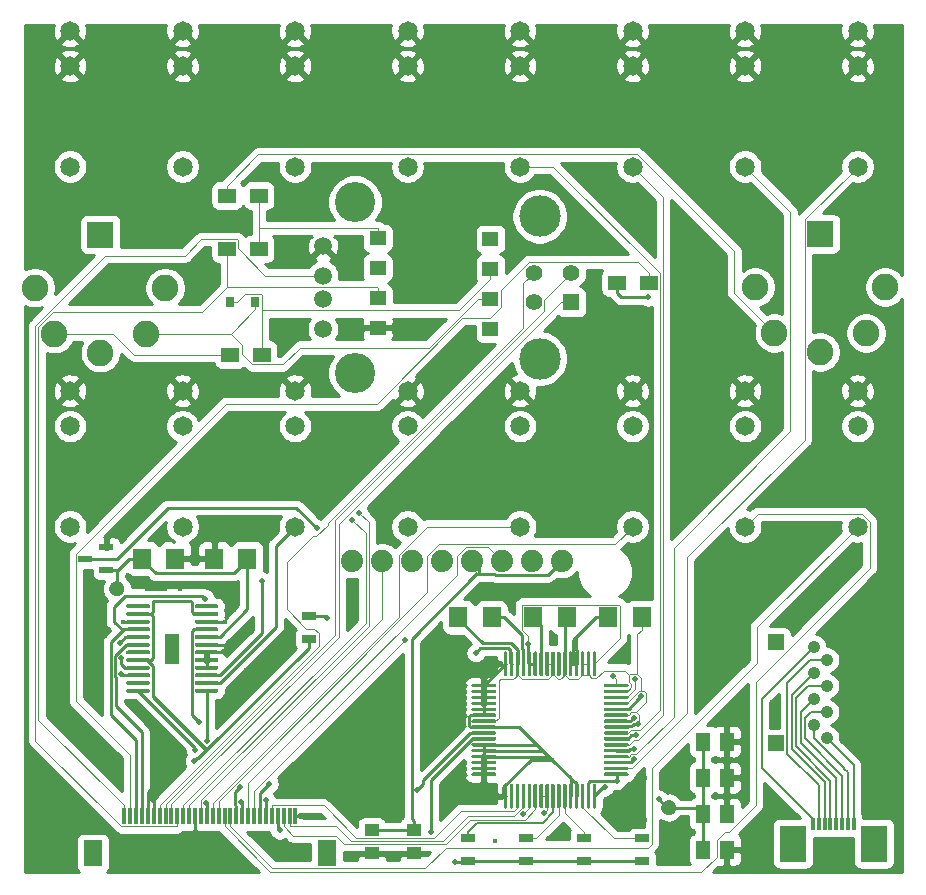
<source format=gbr>
G04 #@! TF.GenerationSoftware,KiCad,Pcbnew,(5.1.4-0-10_14)*
G04 #@! TF.CreationDate,2019-09-27T18:33:15+01:00*
G04 #@! TF.ProjectId,TopBreakout,546f7042-7265-4616-9b6f-75742e6b6963,rev?*
G04 #@! TF.SameCoordinates,Original*
G04 #@! TF.FileFunction,Copper,L2,Bot*
G04 #@! TF.FilePolarity,Positive*
%FSLAX46Y46*%
G04 Gerber Fmt 4.6, Leading zero omitted, Abs format (unit mm)*
G04 Created by KiCad (PCBNEW (5.1.4-0-10_14)) date 2019-09-27 18:33:15*
%MOMM*%
%LPD*%
G04 APERTURE LIST*
%ADD10C,0.100000*%
%ADD11C,0.300000*%
%ADD12C,1.879600*%
%ADD13R,1.250000X1.000000*%
%ADD14R,2.250000X2.250000*%
%ADD15C,2.250000*%
%ADD16R,0.800000X0.900000*%
%ADD17R,1.400000X1.300000*%
%ADD18R,1.500000X1.300000*%
%ADD19R,1.300000X0.700000*%
%ADD20R,2.300000X3.100000*%
%ADD21R,0.300000X1.100000*%
%ADD22C,1.050000*%
%ADD23R,1.350000X1.350000*%
%ADD24R,1.200000X0.600000*%
%ADD25R,1.270000X2.540000*%
%ADD26C,0.350000*%
%ADD27C,1.270000*%
%ADD28C,1.650000*%
%ADD29C,3.400000*%
%ADD30C,1.500000*%
%ADD31R,1.600000X2.200000*%
%ADD32R,0.300000X1.400000*%
%ADD33C,1.420000*%
%ADD34R,1.420000X1.420000*%
%ADD35C,3.500000*%
%ADD36R,1.600000X1.800000*%
%ADD37R,1.300000X1.600000*%
%ADD38C,0.400000*%
%ADD39C,0.800000*%
%ADD40C,0.500000*%
%ADD41C,0.152400*%
%ADD42C,0.250000*%
%ADD43C,0.125000*%
%ADD44C,0.254000*%
G04 APERTURE END LIST*
D10*
G36*
X159568704Y-133366722D02*
G01*
X159583265Y-133368882D01*
X159597544Y-133372459D01*
X159611404Y-133377418D01*
X159624711Y-133383712D01*
X159637337Y-133391280D01*
X159649160Y-133400048D01*
X159660067Y-133409934D01*
X159669953Y-133420841D01*
X159678721Y-133432664D01*
X159686289Y-133445290D01*
X159692583Y-133458597D01*
X159697542Y-133472457D01*
X159701119Y-133486736D01*
X159703279Y-133501297D01*
X159704001Y-133516000D01*
X159704001Y-135316000D01*
X159703279Y-135330703D01*
X159701119Y-135345264D01*
X159697542Y-135359543D01*
X159692583Y-135373403D01*
X159686289Y-135386710D01*
X159678721Y-135399336D01*
X159669953Y-135411159D01*
X159660067Y-135422066D01*
X159649160Y-135431952D01*
X159637337Y-135440720D01*
X159624711Y-135448288D01*
X159611404Y-135454582D01*
X159597544Y-135459541D01*
X159583265Y-135463118D01*
X159568704Y-135465278D01*
X159554001Y-135466000D01*
X159553999Y-135466000D01*
X159539296Y-135465278D01*
X159524735Y-135463118D01*
X159510456Y-135459541D01*
X159496596Y-135454582D01*
X159483289Y-135448288D01*
X159470663Y-135440720D01*
X159458840Y-135431952D01*
X159447933Y-135422066D01*
X159438047Y-135411159D01*
X159429279Y-135399336D01*
X159421711Y-135386710D01*
X159415417Y-135373403D01*
X159410458Y-135359543D01*
X159406881Y-135345264D01*
X159404721Y-135330703D01*
X159403999Y-135316000D01*
X159403999Y-133516000D01*
X159404721Y-133501297D01*
X159406881Y-133486736D01*
X159410458Y-133472457D01*
X159415417Y-133458597D01*
X159421711Y-133445290D01*
X159429279Y-133432664D01*
X159438047Y-133420841D01*
X159447933Y-133409934D01*
X159458840Y-133400048D01*
X159470663Y-133391280D01*
X159483289Y-133383712D01*
X159496596Y-133377418D01*
X159510456Y-133372459D01*
X159524735Y-133368882D01*
X159539296Y-133366722D01*
X159553999Y-133366000D01*
X159554001Y-133366000D01*
X159568704Y-133366722D01*
X159568704Y-133366722D01*
G37*
D11*
X159554000Y-134416000D03*
D10*
G36*
X159068704Y-133366722D02*
G01*
X159083265Y-133368882D01*
X159097544Y-133372459D01*
X159111404Y-133377418D01*
X159124711Y-133383712D01*
X159137337Y-133391280D01*
X159149160Y-133400048D01*
X159160067Y-133409934D01*
X159169953Y-133420841D01*
X159178721Y-133432664D01*
X159186289Y-133445290D01*
X159192583Y-133458597D01*
X159197542Y-133472457D01*
X159201119Y-133486736D01*
X159203279Y-133501297D01*
X159204001Y-133516000D01*
X159204001Y-135316000D01*
X159203279Y-135330703D01*
X159201119Y-135345264D01*
X159197542Y-135359543D01*
X159192583Y-135373403D01*
X159186289Y-135386710D01*
X159178721Y-135399336D01*
X159169953Y-135411159D01*
X159160067Y-135422066D01*
X159149160Y-135431952D01*
X159137337Y-135440720D01*
X159124711Y-135448288D01*
X159111404Y-135454582D01*
X159097544Y-135459541D01*
X159083265Y-135463118D01*
X159068704Y-135465278D01*
X159054001Y-135466000D01*
X159053999Y-135466000D01*
X159039296Y-135465278D01*
X159024735Y-135463118D01*
X159010456Y-135459541D01*
X158996596Y-135454582D01*
X158983289Y-135448288D01*
X158970663Y-135440720D01*
X158958840Y-135431952D01*
X158947933Y-135422066D01*
X158938047Y-135411159D01*
X158929279Y-135399336D01*
X158921711Y-135386710D01*
X158915417Y-135373403D01*
X158910458Y-135359543D01*
X158906881Y-135345264D01*
X158904721Y-135330703D01*
X158903999Y-135316000D01*
X158903999Y-133516000D01*
X158904721Y-133501297D01*
X158906881Y-133486736D01*
X158910458Y-133472457D01*
X158915417Y-133458597D01*
X158921711Y-133445290D01*
X158929279Y-133432664D01*
X158938047Y-133420841D01*
X158947933Y-133409934D01*
X158958840Y-133400048D01*
X158970663Y-133391280D01*
X158983289Y-133383712D01*
X158996596Y-133377418D01*
X159010456Y-133372459D01*
X159024735Y-133368882D01*
X159039296Y-133366722D01*
X159053999Y-133366000D01*
X159054001Y-133366000D01*
X159068704Y-133366722D01*
X159068704Y-133366722D01*
G37*
D11*
X159054000Y-134416000D03*
D10*
G36*
X158568704Y-133366722D02*
G01*
X158583265Y-133368882D01*
X158597544Y-133372459D01*
X158611404Y-133377418D01*
X158624711Y-133383712D01*
X158637337Y-133391280D01*
X158649160Y-133400048D01*
X158660067Y-133409934D01*
X158669953Y-133420841D01*
X158678721Y-133432664D01*
X158686289Y-133445290D01*
X158692583Y-133458597D01*
X158697542Y-133472457D01*
X158701119Y-133486736D01*
X158703279Y-133501297D01*
X158704001Y-133516000D01*
X158704001Y-135316000D01*
X158703279Y-135330703D01*
X158701119Y-135345264D01*
X158697542Y-135359543D01*
X158692583Y-135373403D01*
X158686289Y-135386710D01*
X158678721Y-135399336D01*
X158669953Y-135411159D01*
X158660067Y-135422066D01*
X158649160Y-135431952D01*
X158637337Y-135440720D01*
X158624711Y-135448288D01*
X158611404Y-135454582D01*
X158597544Y-135459541D01*
X158583265Y-135463118D01*
X158568704Y-135465278D01*
X158554001Y-135466000D01*
X158553999Y-135466000D01*
X158539296Y-135465278D01*
X158524735Y-135463118D01*
X158510456Y-135459541D01*
X158496596Y-135454582D01*
X158483289Y-135448288D01*
X158470663Y-135440720D01*
X158458840Y-135431952D01*
X158447933Y-135422066D01*
X158438047Y-135411159D01*
X158429279Y-135399336D01*
X158421711Y-135386710D01*
X158415417Y-135373403D01*
X158410458Y-135359543D01*
X158406881Y-135345264D01*
X158404721Y-135330703D01*
X158403999Y-135316000D01*
X158403999Y-133516000D01*
X158404721Y-133501297D01*
X158406881Y-133486736D01*
X158410458Y-133472457D01*
X158415417Y-133458597D01*
X158421711Y-133445290D01*
X158429279Y-133432664D01*
X158438047Y-133420841D01*
X158447933Y-133409934D01*
X158458840Y-133400048D01*
X158470663Y-133391280D01*
X158483289Y-133383712D01*
X158496596Y-133377418D01*
X158510456Y-133372459D01*
X158524735Y-133368882D01*
X158539296Y-133366722D01*
X158553999Y-133366000D01*
X158554001Y-133366000D01*
X158568704Y-133366722D01*
X158568704Y-133366722D01*
G37*
D11*
X158554000Y-134416000D03*
D10*
G36*
X158068704Y-133366722D02*
G01*
X158083265Y-133368882D01*
X158097544Y-133372459D01*
X158111404Y-133377418D01*
X158124711Y-133383712D01*
X158137337Y-133391280D01*
X158149160Y-133400048D01*
X158160067Y-133409934D01*
X158169953Y-133420841D01*
X158178721Y-133432664D01*
X158186289Y-133445290D01*
X158192583Y-133458597D01*
X158197542Y-133472457D01*
X158201119Y-133486736D01*
X158203279Y-133501297D01*
X158204001Y-133516000D01*
X158204001Y-135316000D01*
X158203279Y-135330703D01*
X158201119Y-135345264D01*
X158197542Y-135359543D01*
X158192583Y-135373403D01*
X158186289Y-135386710D01*
X158178721Y-135399336D01*
X158169953Y-135411159D01*
X158160067Y-135422066D01*
X158149160Y-135431952D01*
X158137337Y-135440720D01*
X158124711Y-135448288D01*
X158111404Y-135454582D01*
X158097544Y-135459541D01*
X158083265Y-135463118D01*
X158068704Y-135465278D01*
X158054001Y-135466000D01*
X158053999Y-135466000D01*
X158039296Y-135465278D01*
X158024735Y-135463118D01*
X158010456Y-135459541D01*
X157996596Y-135454582D01*
X157983289Y-135448288D01*
X157970663Y-135440720D01*
X157958840Y-135431952D01*
X157947933Y-135422066D01*
X157938047Y-135411159D01*
X157929279Y-135399336D01*
X157921711Y-135386710D01*
X157915417Y-135373403D01*
X157910458Y-135359543D01*
X157906881Y-135345264D01*
X157904721Y-135330703D01*
X157903999Y-135316000D01*
X157903999Y-133516000D01*
X157904721Y-133501297D01*
X157906881Y-133486736D01*
X157910458Y-133472457D01*
X157915417Y-133458597D01*
X157921711Y-133445290D01*
X157929279Y-133432664D01*
X157938047Y-133420841D01*
X157947933Y-133409934D01*
X157958840Y-133400048D01*
X157970663Y-133391280D01*
X157983289Y-133383712D01*
X157996596Y-133377418D01*
X158010456Y-133372459D01*
X158024735Y-133368882D01*
X158039296Y-133366722D01*
X158053999Y-133366000D01*
X158054001Y-133366000D01*
X158068704Y-133366722D01*
X158068704Y-133366722D01*
G37*
D11*
X158054000Y-134416000D03*
D10*
G36*
X157568704Y-133366722D02*
G01*
X157583265Y-133368882D01*
X157597544Y-133372459D01*
X157611404Y-133377418D01*
X157624711Y-133383712D01*
X157637337Y-133391280D01*
X157649160Y-133400048D01*
X157660067Y-133409934D01*
X157669953Y-133420841D01*
X157678721Y-133432664D01*
X157686289Y-133445290D01*
X157692583Y-133458597D01*
X157697542Y-133472457D01*
X157701119Y-133486736D01*
X157703279Y-133501297D01*
X157704001Y-133516000D01*
X157704001Y-135316000D01*
X157703279Y-135330703D01*
X157701119Y-135345264D01*
X157697542Y-135359543D01*
X157692583Y-135373403D01*
X157686289Y-135386710D01*
X157678721Y-135399336D01*
X157669953Y-135411159D01*
X157660067Y-135422066D01*
X157649160Y-135431952D01*
X157637337Y-135440720D01*
X157624711Y-135448288D01*
X157611404Y-135454582D01*
X157597544Y-135459541D01*
X157583265Y-135463118D01*
X157568704Y-135465278D01*
X157554001Y-135466000D01*
X157553999Y-135466000D01*
X157539296Y-135465278D01*
X157524735Y-135463118D01*
X157510456Y-135459541D01*
X157496596Y-135454582D01*
X157483289Y-135448288D01*
X157470663Y-135440720D01*
X157458840Y-135431952D01*
X157447933Y-135422066D01*
X157438047Y-135411159D01*
X157429279Y-135399336D01*
X157421711Y-135386710D01*
X157415417Y-135373403D01*
X157410458Y-135359543D01*
X157406881Y-135345264D01*
X157404721Y-135330703D01*
X157403999Y-135316000D01*
X157403999Y-133516000D01*
X157404721Y-133501297D01*
X157406881Y-133486736D01*
X157410458Y-133472457D01*
X157415417Y-133458597D01*
X157421711Y-133445290D01*
X157429279Y-133432664D01*
X157438047Y-133420841D01*
X157447933Y-133409934D01*
X157458840Y-133400048D01*
X157470663Y-133391280D01*
X157483289Y-133383712D01*
X157496596Y-133377418D01*
X157510456Y-133372459D01*
X157524735Y-133368882D01*
X157539296Y-133366722D01*
X157553999Y-133366000D01*
X157554001Y-133366000D01*
X157568704Y-133366722D01*
X157568704Y-133366722D01*
G37*
D11*
X157554000Y-134416000D03*
D10*
G36*
X157068704Y-133366722D02*
G01*
X157083265Y-133368882D01*
X157097544Y-133372459D01*
X157111404Y-133377418D01*
X157124711Y-133383712D01*
X157137337Y-133391280D01*
X157149160Y-133400048D01*
X157160067Y-133409934D01*
X157169953Y-133420841D01*
X157178721Y-133432664D01*
X157186289Y-133445290D01*
X157192583Y-133458597D01*
X157197542Y-133472457D01*
X157201119Y-133486736D01*
X157203279Y-133501297D01*
X157204001Y-133516000D01*
X157204001Y-135316000D01*
X157203279Y-135330703D01*
X157201119Y-135345264D01*
X157197542Y-135359543D01*
X157192583Y-135373403D01*
X157186289Y-135386710D01*
X157178721Y-135399336D01*
X157169953Y-135411159D01*
X157160067Y-135422066D01*
X157149160Y-135431952D01*
X157137337Y-135440720D01*
X157124711Y-135448288D01*
X157111404Y-135454582D01*
X157097544Y-135459541D01*
X157083265Y-135463118D01*
X157068704Y-135465278D01*
X157054001Y-135466000D01*
X157053999Y-135466000D01*
X157039296Y-135465278D01*
X157024735Y-135463118D01*
X157010456Y-135459541D01*
X156996596Y-135454582D01*
X156983289Y-135448288D01*
X156970663Y-135440720D01*
X156958840Y-135431952D01*
X156947933Y-135422066D01*
X156938047Y-135411159D01*
X156929279Y-135399336D01*
X156921711Y-135386710D01*
X156915417Y-135373403D01*
X156910458Y-135359543D01*
X156906881Y-135345264D01*
X156904721Y-135330703D01*
X156903999Y-135316000D01*
X156903999Y-133516000D01*
X156904721Y-133501297D01*
X156906881Y-133486736D01*
X156910458Y-133472457D01*
X156915417Y-133458597D01*
X156921711Y-133445290D01*
X156929279Y-133432664D01*
X156938047Y-133420841D01*
X156947933Y-133409934D01*
X156958840Y-133400048D01*
X156970663Y-133391280D01*
X156983289Y-133383712D01*
X156996596Y-133377418D01*
X157010456Y-133372459D01*
X157024735Y-133368882D01*
X157039296Y-133366722D01*
X157053999Y-133366000D01*
X157054001Y-133366000D01*
X157068704Y-133366722D01*
X157068704Y-133366722D01*
G37*
D11*
X157054000Y-134416000D03*
D10*
G36*
X156568704Y-133366722D02*
G01*
X156583265Y-133368882D01*
X156597544Y-133372459D01*
X156611404Y-133377418D01*
X156624711Y-133383712D01*
X156637337Y-133391280D01*
X156649160Y-133400048D01*
X156660067Y-133409934D01*
X156669953Y-133420841D01*
X156678721Y-133432664D01*
X156686289Y-133445290D01*
X156692583Y-133458597D01*
X156697542Y-133472457D01*
X156701119Y-133486736D01*
X156703279Y-133501297D01*
X156704001Y-133516000D01*
X156704001Y-135316000D01*
X156703279Y-135330703D01*
X156701119Y-135345264D01*
X156697542Y-135359543D01*
X156692583Y-135373403D01*
X156686289Y-135386710D01*
X156678721Y-135399336D01*
X156669953Y-135411159D01*
X156660067Y-135422066D01*
X156649160Y-135431952D01*
X156637337Y-135440720D01*
X156624711Y-135448288D01*
X156611404Y-135454582D01*
X156597544Y-135459541D01*
X156583265Y-135463118D01*
X156568704Y-135465278D01*
X156554001Y-135466000D01*
X156553999Y-135466000D01*
X156539296Y-135465278D01*
X156524735Y-135463118D01*
X156510456Y-135459541D01*
X156496596Y-135454582D01*
X156483289Y-135448288D01*
X156470663Y-135440720D01*
X156458840Y-135431952D01*
X156447933Y-135422066D01*
X156438047Y-135411159D01*
X156429279Y-135399336D01*
X156421711Y-135386710D01*
X156415417Y-135373403D01*
X156410458Y-135359543D01*
X156406881Y-135345264D01*
X156404721Y-135330703D01*
X156403999Y-135316000D01*
X156403999Y-133516000D01*
X156404721Y-133501297D01*
X156406881Y-133486736D01*
X156410458Y-133472457D01*
X156415417Y-133458597D01*
X156421711Y-133445290D01*
X156429279Y-133432664D01*
X156438047Y-133420841D01*
X156447933Y-133409934D01*
X156458840Y-133400048D01*
X156470663Y-133391280D01*
X156483289Y-133383712D01*
X156496596Y-133377418D01*
X156510456Y-133372459D01*
X156524735Y-133368882D01*
X156539296Y-133366722D01*
X156553999Y-133366000D01*
X156554001Y-133366000D01*
X156568704Y-133366722D01*
X156568704Y-133366722D01*
G37*
D11*
X156554000Y-134416000D03*
D10*
G36*
X156068704Y-133366722D02*
G01*
X156083265Y-133368882D01*
X156097544Y-133372459D01*
X156111404Y-133377418D01*
X156124711Y-133383712D01*
X156137337Y-133391280D01*
X156149160Y-133400048D01*
X156160067Y-133409934D01*
X156169953Y-133420841D01*
X156178721Y-133432664D01*
X156186289Y-133445290D01*
X156192583Y-133458597D01*
X156197542Y-133472457D01*
X156201119Y-133486736D01*
X156203279Y-133501297D01*
X156204001Y-133516000D01*
X156204001Y-135316000D01*
X156203279Y-135330703D01*
X156201119Y-135345264D01*
X156197542Y-135359543D01*
X156192583Y-135373403D01*
X156186289Y-135386710D01*
X156178721Y-135399336D01*
X156169953Y-135411159D01*
X156160067Y-135422066D01*
X156149160Y-135431952D01*
X156137337Y-135440720D01*
X156124711Y-135448288D01*
X156111404Y-135454582D01*
X156097544Y-135459541D01*
X156083265Y-135463118D01*
X156068704Y-135465278D01*
X156054001Y-135466000D01*
X156053999Y-135466000D01*
X156039296Y-135465278D01*
X156024735Y-135463118D01*
X156010456Y-135459541D01*
X155996596Y-135454582D01*
X155983289Y-135448288D01*
X155970663Y-135440720D01*
X155958840Y-135431952D01*
X155947933Y-135422066D01*
X155938047Y-135411159D01*
X155929279Y-135399336D01*
X155921711Y-135386710D01*
X155915417Y-135373403D01*
X155910458Y-135359543D01*
X155906881Y-135345264D01*
X155904721Y-135330703D01*
X155903999Y-135316000D01*
X155903999Y-133516000D01*
X155904721Y-133501297D01*
X155906881Y-133486736D01*
X155910458Y-133472457D01*
X155915417Y-133458597D01*
X155921711Y-133445290D01*
X155929279Y-133432664D01*
X155938047Y-133420841D01*
X155947933Y-133409934D01*
X155958840Y-133400048D01*
X155970663Y-133391280D01*
X155983289Y-133383712D01*
X155996596Y-133377418D01*
X156010456Y-133372459D01*
X156024735Y-133368882D01*
X156039296Y-133366722D01*
X156053999Y-133366000D01*
X156054001Y-133366000D01*
X156068704Y-133366722D01*
X156068704Y-133366722D01*
G37*
D11*
X156054000Y-134416000D03*
D10*
G36*
X155568704Y-133366722D02*
G01*
X155583265Y-133368882D01*
X155597544Y-133372459D01*
X155611404Y-133377418D01*
X155624711Y-133383712D01*
X155637337Y-133391280D01*
X155649160Y-133400048D01*
X155660067Y-133409934D01*
X155669953Y-133420841D01*
X155678721Y-133432664D01*
X155686289Y-133445290D01*
X155692583Y-133458597D01*
X155697542Y-133472457D01*
X155701119Y-133486736D01*
X155703279Y-133501297D01*
X155704001Y-133516000D01*
X155704001Y-135316000D01*
X155703279Y-135330703D01*
X155701119Y-135345264D01*
X155697542Y-135359543D01*
X155692583Y-135373403D01*
X155686289Y-135386710D01*
X155678721Y-135399336D01*
X155669953Y-135411159D01*
X155660067Y-135422066D01*
X155649160Y-135431952D01*
X155637337Y-135440720D01*
X155624711Y-135448288D01*
X155611404Y-135454582D01*
X155597544Y-135459541D01*
X155583265Y-135463118D01*
X155568704Y-135465278D01*
X155554001Y-135466000D01*
X155553999Y-135466000D01*
X155539296Y-135465278D01*
X155524735Y-135463118D01*
X155510456Y-135459541D01*
X155496596Y-135454582D01*
X155483289Y-135448288D01*
X155470663Y-135440720D01*
X155458840Y-135431952D01*
X155447933Y-135422066D01*
X155438047Y-135411159D01*
X155429279Y-135399336D01*
X155421711Y-135386710D01*
X155415417Y-135373403D01*
X155410458Y-135359543D01*
X155406881Y-135345264D01*
X155404721Y-135330703D01*
X155403999Y-135316000D01*
X155403999Y-133516000D01*
X155404721Y-133501297D01*
X155406881Y-133486736D01*
X155410458Y-133472457D01*
X155415417Y-133458597D01*
X155421711Y-133445290D01*
X155429279Y-133432664D01*
X155438047Y-133420841D01*
X155447933Y-133409934D01*
X155458840Y-133400048D01*
X155470663Y-133391280D01*
X155483289Y-133383712D01*
X155496596Y-133377418D01*
X155510456Y-133372459D01*
X155524735Y-133368882D01*
X155539296Y-133366722D01*
X155553999Y-133366000D01*
X155554001Y-133366000D01*
X155568704Y-133366722D01*
X155568704Y-133366722D01*
G37*
D11*
X155554000Y-134416000D03*
D10*
G36*
X155068704Y-133366722D02*
G01*
X155083265Y-133368882D01*
X155097544Y-133372459D01*
X155111404Y-133377418D01*
X155124711Y-133383712D01*
X155137337Y-133391280D01*
X155149160Y-133400048D01*
X155160067Y-133409934D01*
X155169953Y-133420841D01*
X155178721Y-133432664D01*
X155186289Y-133445290D01*
X155192583Y-133458597D01*
X155197542Y-133472457D01*
X155201119Y-133486736D01*
X155203279Y-133501297D01*
X155204001Y-133516000D01*
X155204001Y-135316000D01*
X155203279Y-135330703D01*
X155201119Y-135345264D01*
X155197542Y-135359543D01*
X155192583Y-135373403D01*
X155186289Y-135386710D01*
X155178721Y-135399336D01*
X155169953Y-135411159D01*
X155160067Y-135422066D01*
X155149160Y-135431952D01*
X155137337Y-135440720D01*
X155124711Y-135448288D01*
X155111404Y-135454582D01*
X155097544Y-135459541D01*
X155083265Y-135463118D01*
X155068704Y-135465278D01*
X155054001Y-135466000D01*
X155053999Y-135466000D01*
X155039296Y-135465278D01*
X155024735Y-135463118D01*
X155010456Y-135459541D01*
X154996596Y-135454582D01*
X154983289Y-135448288D01*
X154970663Y-135440720D01*
X154958840Y-135431952D01*
X154947933Y-135422066D01*
X154938047Y-135411159D01*
X154929279Y-135399336D01*
X154921711Y-135386710D01*
X154915417Y-135373403D01*
X154910458Y-135359543D01*
X154906881Y-135345264D01*
X154904721Y-135330703D01*
X154903999Y-135316000D01*
X154903999Y-133516000D01*
X154904721Y-133501297D01*
X154906881Y-133486736D01*
X154910458Y-133472457D01*
X154915417Y-133458597D01*
X154921711Y-133445290D01*
X154929279Y-133432664D01*
X154938047Y-133420841D01*
X154947933Y-133409934D01*
X154958840Y-133400048D01*
X154970663Y-133391280D01*
X154983289Y-133383712D01*
X154996596Y-133377418D01*
X155010456Y-133372459D01*
X155024735Y-133368882D01*
X155039296Y-133366722D01*
X155053999Y-133366000D01*
X155054001Y-133366000D01*
X155068704Y-133366722D01*
X155068704Y-133366722D01*
G37*
D11*
X155054000Y-134416000D03*
D10*
G36*
X154568704Y-133366722D02*
G01*
X154583265Y-133368882D01*
X154597544Y-133372459D01*
X154611404Y-133377418D01*
X154624711Y-133383712D01*
X154637337Y-133391280D01*
X154649160Y-133400048D01*
X154660067Y-133409934D01*
X154669953Y-133420841D01*
X154678721Y-133432664D01*
X154686289Y-133445290D01*
X154692583Y-133458597D01*
X154697542Y-133472457D01*
X154701119Y-133486736D01*
X154703279Y-133501297D01*
X154704001Y-133516000D01*
X154704001Y-135316000D01*
X154703279Y-135330703D01*
X154701119Y-135345264D01*
X154697542Y-135359543D01*
X154692583Y-135373403D01*
X154686289Y-135386710D01*
X154678721Y-135399336D01*
X154669953Y-135411159D01*
X154660067Y-135422066D01*
X154649160Y-135431952D01*
X154637337Y-135440720D01*
X154624711Y-135448288D01*
X154611404Y-135454582D01*
X154597544Y-135459541D01*
X154583265Y-135463118D01*
X154568704Y-135465278D01*
X154554001Y-135466000D01*
X154553999Y-135466000D01*
X154539296Y-135465278D01*
X154524735Y-135463118D01*
X154510456Y-135459541D01*
X154496596Y-135454582D01*
X154483289Y-135448288D01*
X154470663Y-135440720D01*
X154458840Y-135431952D01*
X154447933Y-135422066D01*
X154438047Y-135411159D01*
X154429279Y-135399336D01*
X154421711Y-135386710D01*
X154415417Y-135373403D01*
X154410458Y-135359543D01*
X154406881Y-135345264D01*
X154404721Y-135330703D01*
X154403999Y-135316000D01*
X154403999Y-133516000D01*
X154404721Y-133501297D01*
X154406881Y-133486736D01*
X154410458Y-133472457D01*
X154415417Y-133458597D01*
X154421711Y-133445290D01*
X154429279Y-133432664D01*
X154438047Y-133420841D01*
X154447933Y-133409934D01*
X154458840Y-133400048D01*
X154470663Y-133391280D01*
X154483289Y-133383712D01*
X154496596Y-133377418D01*
X154510456Y-133372459D01*
X154524735Y-133368882D01*
X154539296Y-133366722D01*
X154553999Y-133366000D01*
X154554001Y-133366000D01*
X154568704Y-133366722D01*
X154568704Y-133366722D01*
G37*
D11*
X154554000Y-134416000D03*
D10*
G36*
X154068704Y-133366722D02*
G01*
X154083265Y-133368882D01*
X154097544Y-133372459D01*
X154111404Y-133377418D01*
X154124711Y-133383712D01*
X154137337Y-133391280D01*
X154149160Y-133400048D01*
X154160067Y-133409934D01*
X154169953Y-133420841D01*
X154178721Y-133432664D01*
X154186289Y-133445290D01*
X154192583Y-133458597D01*
X154197542Y-133472457D01*
X154201119Y-133486736D01*
X154203279Y-133501297D01*
X154204001Y-133516000D01*
X154204001Y-135316000D01*
X154203279Y-135330703D01*
X154201119Y-135345264D01*
X154197542Y-135359543D01*
X154192583Y-135373403D01*
X154186289Y-135386710D01*
X154178721Y-135399336D01*
X154169953Y-135411159D01*
X154160067Y-135422066D01*
X154149160Y-135431952D01*
X154137337Y-135440720D01*
X154124711Y-135448288D01*
X154111404Y-135454582D01*
X154097544Y-135459541D01*
X154083265Y-135463118D01*
X154068704Y-135465278D01*
X154054001Y-135466000D01*
X154053999Y-135466000D01*
X154039296Y-135465278D01*
X154024735Y-135463118D01*
X154010456Y-135459541D01*
X153996596Y-135454582D01*
X153983289Y-135448288D01*
X153970663Y-135440720D01*
X153958840Y-135431952D01*
X153947933Y-135422066D01*
X153938047Y-135411159D01*
X153929279Y-135399336D01*
X153921711Y-135386710D01*
X153915417Y-135373403D01*
X153910458Y-135359543D01*
X153906881Y-135345264D01*
X153904721Y-135330703D01*
X153903999Y-135316000D01*
X153903999Y-133516000D01*
X153904721Y-133501297D01*
X153906881Y-133486736D01*
X153910458Y-133472457D01*
X153915417Y-133458597D01*
X153921711Y-133445290D01*
X153929279Y-133432664D01*
X153938047Y-133420841D01*
X153947933Y-133409934D01*
X153958840Y-133400048D01*
X153970663Y-133391280D01*
X153983289Y-133383712D01*
X153996596Y-133377418D01*
X154010456Y-133372459D01*
X154024735Y-133368882D01*
X154039296Y-133366722D01*
X154053999Y-133366000D01*
X154054001Y-133366000D01*
X154068704Y-133366722D01*
X154068704Y-133366722D01*
G37*
D11*
X154054000Y-134416000D03*
D10*
G36*
X153568704Y-133366722D02*
G01*
X153583265Y-133368882D01*
X153597544Y-133372459D01*
X153611404Y-133377418D01*
X153624711Y-133383712D01*
X153637337Y-133391280D01*
X153649160Y-133400048D01*
X153660067Y-133409934D01*
X153669953Y-133420841D01*
X153678721Y-133432664D01*
X153686289Y-133445290D01*
X153692583Y-133458597D01*
X153697542Y-133472457D01*
X153701119Y-133486736D01*
X153703279Y-133501297D01*
X153704001Y-133516000D01*
X153704001Y-135316000D01*
X153703279Y-135330703D01*
X153701119Y-135345264D01*
X153697542Y-135359543D01*
X153692583Y-135373403D01*
X153686289Y-135386710D01*
X153678721Y-135399336D01*
X153669953Y-135411159D01*
X153660067Y-135422066D01*
X153649160Y-135431952D01*
X153637337Y-135440720D01*
X153624711Y-135448288D01*
X153611404Y-135454582D01*
X153597544Y-135459541D01*
X153583265Y-135463118D01*
X153568704Y-135465278D01*
X153554001Y-135466000D01*
X153553999Y-135466000D01*
X153539296Y-135465278D01*
X153524735Y-135463118D01*
X153510456Y-135459541D01*
X153496596Y-135454582D01*
X153483289Y-135448288D01*
X153470663Y-135440720D01*
X153458840Y-135431952D01*
X153447933Y-135422066D01*
X153438047Y-135411159D01*
X153429279Y-135399336D01*
X153421711Y-135386710D01*
X153415417Y-135373403D01*
X153410458Y-135359543D01*
X153406881Y-135345264D01*
X153404721Y-135330703D01*
X153403999Y-135316000D01*
X153403999Y-133516000D01*
X153404721Y-133501297D01*
X153406881Y-133486736D01*
X153410458Y-133472457D01*
X153415417Y-133458597D01*
X153421711Y-133445290D01*
X153429279Y-133432664D01*
X153438047Y-133420841D01*
X153447933Y-133409934D01*
X153458840Y-133400048D01*
X153470663Y-133391280D01*
X153483289Y-133383712D01*
X153496596Y-133377418D01*
X153510456Y-133372459D01*
X153524735Y-133368882D01*
X153539296Y-133366722D01*
X153553999Y-133366000D01*
X153554001Y-133366000D01*
X153568704Y-133366722D01*
X153568704Y-133366722D01*
G37*
D11*
X153554000Y-134416000D03*
D10*
G36*
X153068704Y-133366722D02*
G01*
X153083265Y-133368882D01*
X153097544Y-133372459D01*
X153111404Y-133377418D01*
X153124711Y-133383712D01*
X153137337Y-133391280D01*
X153149160Y-133400048D01*
X153160067Y-133409934D01*
X153169953Y-133420841D01*
X153178721Y-133432664D01*
X153186289Y-133445290D01*
X153192583Y-133458597D01*
X153197542Y-133472457D01*
X153201119Y-133486736D01*
X153203279Y-133501297D01*
X153204001Y-133516000D01*
X153204001Y-135316000D01*
X153203279Y-135330703D01*
X153201119Y-135345264D01*
X153197542Y-135359543D01*
X153192583Y-135373403D01*
X153186289Y-135386710D01*
X153178721Y-135399336D01*
X153169953Y-135411159D01*
X153160067Y-135422066D01*
X153149160Y-135431952D01*
X153137337Y-135440720D01*
X153124711Y-135448288D01*
X153111404Y-135454582D01*
X153097544Y-135459541D01*
X153083265Y-135463118D01*
X153068704Y-135465278D01*
X153054001Y-135466000D01*
X153053999Y-135466000D01*
X153039296Y-135465278D01*
X153024735Y-135463118D01*
X153010456Y-135459541D01*
X152996596Y-135454582D01*
X152983289Y-135448288D01*
X152970663Y-135440720D01*
X152958840Y-135431952D01*
X152947933Y-135422066D01*
X152938047Y-135411159D01*
X152929279Y-135399336D01*
X152921711Y-135386710D01*
X152915417Y-135373403D01*
X152910458Y-135359543D01*
X152906881Y-135345264D01*
X152904721Y-135330703D01*
X152903999Y-135316000D01*
X152903999Y-133516000D01*
X152904721Y-133501297D01*
X152906881Y-133486736D01*
X152910458Y-133472457D01*
X152915417Y-133458597D01*
X152921711Y-133445290D01*
X152929279Y-133432664D01*
X152938047Y-133420841D01*
X152947933Y-133409934D01*
X152958840Y-133400048D01*
X152970663Y-133391280D01*
X152983289Y-133383712D01*
X152996596Y-133377418D01*
X153010456Y-133372459D01*
X153024735Y-133368882D01*
X153039296Y-133366722D01*
X153053999Y-133366000D01*
X153054001Y-133366000D01*
X153068704Y-133366722D01*
X153068704Y-133366722D01*
G37*
D11*
X153054000Y-134416000D03*
D10*
G36*
X152568704Y-133366722D02*
G01*
X152583265Y-133368882D01*
X152597544Y-133372459D01*
X152611404Y-133377418D01*
X152624711Y-133383712D01*
X152637337Y-133391280D01*
X152649160Y-133400048D01*
X152660067Y-133409934D01*
X152669953Y-133420841D01*
X152678721Y-133432664D01*
X152686289Y-133445290D01*
X152692583Y-133458597D01*
X152697542Y-133472457D01*
X152701119Y-133486736D01*
X152703279Y-133501297D01*
X152704001Y-133516000D01*
X152704001Y-135316000D01*
X152703279Y-135330703D01*
X152701119Y-135345264D01*
X152697542Y-135359543D01*
X152692583Y-135373403D01*
X152686289Y-135386710D01*
X152678721Y-135399336D01*
X152669953Y-135411159D01*
X152660067Y-135422066D01*
X152649160Y-135431952D01*
X152637337Y-135440720D01*
X152624711Y-135448288D01*
X152611404Y-135454582D01*
X152597544Y-135459541D01*
X152583265Y-135463118D01*
X152568704Y-135465278D01*
X152554001Y-135466000D01*
X152553999Y-135466000D01*
X152539296Y-135465278D01*
X152524735Y-135463118D01*
X152510456Y-135459541D01*
X152496596Y-135454582D01*
X152483289Y-135448288D01*
X152470663Y-135440720D01*
X152458840Y-135431952D01*
X152447933Y-135422066D01*
X152438047Y-135411159D01*
X152429279Y-135399336D01*
X152421711Y-135386710D01*
X152415417Y-135373403D01*
X152410458Y-135359543D01*
X152406881Y-135345264D01*
X152404721Y-135330703D01*
X152403999Y-135316000D01*
X152403999Y-133516000D01*
X152404721Y-133501297D01*
X152406881Y-133486736D01*
X152410458Y-133472457D01*
X152415417Y-133458597D01*
X152421711Y-133445290D01*
X152429279Y-133432664D01*
X152438047Y-133420841D01*
X152447933Y-133409934D01*
X152458840Y-133400048D01*
X152470663Y-133391280D01*
X152483289Y-133383712D01*
X152496596Y-133377418D01*
X152510456Y-133372459D01*
X152524735Y-133368882D01*
X152539296Y-133366722D01*
X152553999Y-133366000D01*
X152554001Y-133366000D01*
X152568704Y-133366722D01*
X152568704Y-133366722D01*
G37*
D11*
X152554000Y-134416000D03*
D10*
G36*
X152068704Y-133366722D02*
G01*
X152083265Y-133368882D01*
X152097544Y-133372459D01*
X152111404Y-133377418D01*
X152124711Y-133383712D01*
X152137337Y-133391280D01*
X152149160Y-133400048D01*
X152160067Y-133409934D01*
X152169953Y-133420841D01*
X152178721Y-133432664D01*
X152186289Y-133445290D01*
X152192583Y-133458597D01*
X152197542Y-133472457D01*
X152201119Y-133486736D01*
X152203279Y-133501297D01*
X152204001Y-133516000D01*
X152204001Y-135316000D01*
X152203279Y-135330703D01*
X152201119Y-135345264D01*
X152197542Y-135359543D01*
X152192583Y-135373403D01*
X152186289Y-135386710D01*
X152178721Y-135399336D01*
X152169953Y-135411159D01*
X152160067Y-135422066D01*
X152149160Y-135431952D01*
X152137337Y-135440720D01*
X152124711Y-135448288D01*
X152111404Y-135454582D01*
X152097544Y-135459541D01*
X152083265Y-135463118D01*
X152068704Y-135465278D01*
X152054001Y-135466000D01*
X152053999Y-135466000D01*
X152039296Y-135465278D01*
X152024735Y-135463118D01*
X152010456Y-135459541D01*
X151996596Y-135454582D01*
X151983289Y-135448288D01*
X151970663Y-135440720D01*
X151958840Y-135431952D01*
X151947933Y-135422066D01*
X151938047Y-135411159D01*
X151929279Y-135399336D01*
X151921711Y-135386710D01*
X151915417Y-135373403D01*
X151910458Y-135359543D01*
X151906881Y-135345264D01*
X151904721Y-135330703D01*
X151903999Y-135316000D01*
X151903999Y-133516000D01*
X151904721Y-133501297D01*
X151906881Y-133486736D01*
X151910458Y-133472457D01*
X151915417Y-133458597D01*
X151921711Y-133445290D01*
X151929279Y-133432664D01*
X151938047Y-133420841D01*
X151947933Y-133409934D01*
X151958840Y-133400048D01*
X151970663Y-133391280D01*
X151983289Y-133383712D01*
X151996596Y-133377418D01*
X152010456Y-133372459D01*
X152024735Y-133368882D01*
X152039296Y-133366722D01*
X152053999Y-133366000D01*
X152054001Y-133366000D01*
X152068704Y-133366722D01*
X152068704Y-133366722D01*
G37*
D11*
X152054000Y-134416000D03*
D10*
G36*
X151118703Y-132416721D02*
G01*
X151133264Y-132418881D01*
X151147543Y-132422458D01*
X151161403Y-132427417D01*
X151174710Y-132433711D01*
X151187336Y-132441279D01*
X151199159Y-132450047D01*
X151210066Y-132459933D01*
X151219952Y-132470840D01*
X151228720Y-132482663D01*
X151236288Y-132495289D01*
X151242582Y-132508596D01*
X151247541Y-132522456D01*
X151251118Y-132536735D01*
X151253278Y-132551296D01*
X151254000Y-132565999D01*
X151254000Y-132566001D01*
X151253278Y-132580704D01*
X151251118Y-132595265D01*
X151247541Y-132609544D01*
X151242582Y-132623404D01*
X151236288Y-132636711D01*
X151228720Y-132649337D01*
X151219952Y-132661160D01*
X151210066Y-132672067D01*
X151199159Y-132681953D01*
X151187336Y-132690721D01*
X151174710Y-132698289D01*
X151161403Y-132704583D01*
X151147543Y-132709542D01*
X151133264Y-132713119D01*
X151118703Y-132715279D01*
X151104000Y-132716001D01*
X149304000Y-132716001D01*
X149289297Y-132715279D01*
X149274736Y-132713119D01*
X149260457Y-132709542D01*
X149246597Y-132704583D01*
X149233290Y-132698289D01*
X149220664Y-132690721D01*
X149208841Y-132681953D01*
X149197934Y-132672067D01*
X149188048Y-132661160D01*
X149179280Y-132649337D01*
X149171712Y-132636711D01*
X149165418Y-132623404D01*
X149160459Y-132609544D01*
X149156882Y-132595265D01*
X149154722Y-132580704D01*
X149154000Y-132566001D01*
X149154000Y-132565999D01*
X149154722Y-132551296D01*
X149156882Y-132536735D01*
X149160459Y-132522456D01*
X149165418Y-132508596D01*
X149171712Y-132495289D01*
X149179280Y-132482663D01*
X149188048Y-132470840D01*
X149197934Y-132459933D01*
X149208841Y-132450047D01*
X149220664Y-132441279D01*
X149233290Y-132433711D01*
X149246597Y-132427417D01*
X149260457Y-132422458D01*
X149274736Y-132418881D01*
X149289297Y-132416721D01*
X149304000Y-132415999D01*
X151104000Y-132415999D01*
X151118703Y-132416721D01*
X151118703Y-132416721D01*
G37*
D11*
X150204000Y-132566000D03*
D10*
G36*
X151118703Y-131916721D02*
G01*
X151133264Y-131918881D01*
X151147543Y-131922458D01*
X151161403Y-131927417D01*
X151174710Y-131933711D01*
X151187336Y-131941279D01*
X151199159Y-131950047D01*
X151210066Y-131959933D01*
X151219952Y-131970840D01*
X151228720Y-131982663D01*
X151236288Y-131995289D01*
X151242582Y-132008596D01*
X151247541Y-132022456D01*
X151251118Y-132036735D01*
X151253278Y-132051296D01*
X151254000Y-132065999D01*
X151254000Y-132066001D01*
X151253278Y-132080704D01*
X151251118Y-132095265D01*
X151247541Y-132109544D01*
X151242582Y-132123404D01*
X151236288Y-132136711D01*
X151228720Y-132149337D01*
X151219952Y-132161160D01*
X151210066Y-132172067D01*
X151199159Y-132181953D01*
X151187336Y-132190721D01*
X151174710Y-132198289D01*
X151161403Y-132204583D01*
X151147543Y-132209542D01*
X151133264Y-132213119D01*
X151118703Y-132215279D01*
X151104000Y-132216001D01*
X149304000Y-132216001D01*
X149289297Y-132215279D01*
X149274736Y-132213119D01*
X149260457Y-132209542D01*
X149246597Y-132204583D01*
X149233290Y-132198289D01*
X149220664Y-132190721D01*
X149208841Y-132181953D01*
X149197934Y-132172067D01*
X149188048Y-132161160D01*
X149179280Y-132149337D01*
X149171712Y-132136711D01*
X149165418Y-132123404D01*
X149160459Y-132109544D01*
X149156882Y-132095265D01*
X149154722Y-132080704D01*
X149154000Y-132066001D01*
X149154000Y-132065999D01*
X149154722Y-132051296D01*
X149156882Y-132036735D01*
X149160459Y-132022456D01*
X149165418Y-132008596D01*
X149171712Y-131995289D01*
X149179280Y-131982663D01*
X149188048Y-131970840D01*
X149197934Y-131959933D01*
X149208841Y-131950047D01*
X149220664Y-131941279D01*
X149233290Y-131933711D01*
X149246597Y-131927417D01*
X149260457Y-131922458D01*
X149274736Y-131918881D01*
X149289297Y-131916721D01*
X149304000Y-131915999D01*
X151104000Y-131915999D01*
X151118703Y-131916721D01*
X151118703Y-131916721D01*
G37*
D11*
X150204000Y-132066000D03*
D10*
G36*
X151118703Y-131416721D02*
G01*
X151133264Y-131418881D01*
X151147543Y-131422458D01*
X151161403Y-131427417D01*
X151174710Y-131433711D01*
X151187336Y-131441279D01*
X151199159Y-131450047D01*
X151210066Y-131459933D01*
X151219952Y-131470840D01*
X151228720Y-131482663D01*
X151236288Y-131495289D01*
X151242582Y-131508596D01*
X151247541Y-131522456D01*
X151251118Y-131536735D01*
X151253278Y-131551296D01*
X151254000Y-131565999D01*
X151254000Y-131566001D01*
X151253278Y-131580704D01*
X151251118Y-131595265D01*
X151247541Y-131609544D01*
X151242582Y-131623404D01*
X151236288Y-131636711D01*
X151228720Y-131649337D01*
X151219952Y-131661160D01*
X151210066Y-131672067D01*
X151199159Y-131681953D01*
X151187336Y-131690721D01*
X151174710Y-131698289D01*
X151161403Y-131704583D01*
X151147543Y-131709542D01*
X151133264Y-131713119D01*
X151118703Y-131715279D01*
X151104000Y-131716001D01*
X149304000Y-131716001D01*
X149289297Y-131715279D01*
X149274736Y-131713119D01*
X149260457Y-131709542D01*
X149246597Y-131704583D01*
X149233290Y-131698289D01*
X149220664Y-131690721D01*
X149208841Y-131681953D01*
X149197934Y-131672067D01*
X149188048Y-131661160D01*
X149179280Y-131649337D01*
X149171712Y-131636711D01*
X149165418Y-131623404D01*
X149160459Y-131609544D01*
X149156882Y-131595265D01*
X149154722Y-131580704D01*
X149154000Y-131566001D01*
X149154000Y-131565999D01*
X149154722Y-131551296D01*
X149156882Y-131536735D01*
X149160459Y-131522456D01*
X149165418Y-131508596D01*
X149171712Y-131495289D01*
X149179280Y-131482663D01*
X149188048Y-131470840D01*
X149197934Y-131459933D01*
X149208841Y-131450047D01*
X149220664Y-131441279D01*
X149233290Y-131433711D01*
X149246597Y-131427417D01*
X149260457Y-131422458D01*
X149274736Y-131418881D01*
X149289297Y-131416721D01*
X149304000Y-131415999D01*
X151104000Y-131415999D01*
X151118703Y-131416721D01*
X151118703Y-131416721D01*
G37*
D11*
X150204000Y-131566000D03*
D10*
G36*
X151118703Y-130916721D02*
G01*
X151133264Y-130918881D01*
X151147543Y-130922458D01*
X151161403Y-130927417D01*
X151174710Y-130933711D01*
X151187336Y-130941279D01*
X151199159Y-130950047D01*
X151210066Y-130959933D01*
X151219952Y-130970840D01*
X151228720Y-130982663D01*
X151236288Y-130995289D01*
X151242582Y-131008596D01*
X151247541Y-131022456D01*
X151251118Y-131036735D01*
X151253278Y-131051296D01*
X151254000Y-131065999D01*
X151254000Y-131066001D01*
X151253278Y-131080704D01*
X151251118Y-131095265D01*
X151247541Y-131109544D01*
X151242582Y-131123404D01*
X151236288Y-131136711D01*
X151228720Y-131149337D01*
X151219952Y-131161160D01*
X151210066Y-131172067D01*
X151199159Y-131181953D01*
X151187336Y-131190721D01*
X151174710Y-131198289D01*
X151161403Y-131204583D01*
X151147543Y-131209542D01*
X151133264Y-131213119D01*
X151118703Y-131215279D01*
X151104000Y-131216001D01*
X149304000Y-131216001D01*
X149289297Y-131215279D01*
X149274736Y-131213119D01*
X149260457Y-131209542D01*
X149246597Y-131204583D01*
X149233290Y-131198289D01*
X149220664Y-131190721D01*
X149208841Y-131181953D01*
X149197934Y-131172067D01*
X149188048Y-131161160D01*
X149179280Y-131149337D01*
X149171712Y-131136711D01*
X149165418Y-131123404D01*
X149160459Y-131109544D01*
X149156882Y-131095265D01*
X149154722Y-131080704D01*
X149154000Y-131066001D01*
X149154000Y-131065999D01*
X149154722Y-131051296D01*
X149156882Y-131036735D01*
X149160459Y-131022456D01*
X149165418Y-131008596D01*
X149171712Y-130995289D01*
X149179280Y-130982663D01*
X149188048Y-130970840D01*
X149197934Y-130959933D01*
X149208841Y-130950047D01*
X149220664Y-130941279D01*
X149233290Y-130933711D01*
X149246597Y-130927417D01*
X149260457Y-130922458D01*
X149274736Y-130918881D01*
X149289297Y-130916721D01*
X149304000Y-130915999D01*
X151104000Y-130915999D01*
X151118703Y-130916721D01*
X151118703Y-130916721D01*
G37*
D11*
X150204000Y-131066000D03*
D10*
G36*
X151118703Y-130416721D02*
G01*
X151133264Y-130418881D01*
X151147543Y-130422458D01*
X151161403Y-130427417D01*
X151174710Y-130433711D01*
X151187336Y-130441279D01*
X151199159Y-130450047D01*
X151210066Y-130459933D01*
X151219952Y-130470840D01*
X151228720Y-130482663D01*
X151236288Y-130495289D01*
X151242582Y-130508596D01*
X151247541Y-130522456D01*
X151251118Y-130536735D01*
X151253278Y-130551296D01*
X151254000Y-130565999D01*
X151254000Y-130566001D01*
X151253278Y-130580704D01*
X151251118Y-130595265D01*
X151247541Y-130609544D01*
X151242582Y-130623404D01*
X151236288Y-130636711D01*
X151228720Y-130649337D01*
X151219952Y-130661160D01*
X151210066Y-130672067D01*
X151199159Y-130681953D01*
X151187336Y-130690721D01*
X151174710Y-130698289D01*
X151161403Y-130704583D01*
X151147543Y-130709542D01*
X151133264Y-130713119D01*
X151118703Y-130715279D01*
X151104000Y-130716001D01*
X149304000Y-130716001D01*
X149289297Y-130715279D01*
X149274736Y-130713119D01*
X149260457Y-130709542D01*
X149246597Y-130704583D01*
X149233290Y-130698289D01*
X149220664Y-130690721D01*
X149208841Y-130681953D01*
X149197934Y-130672067D01*
X149188048Y-130661160D01*
X149179280Y-130649337D01*
X149171712Y-130636711D01*
X149165418Y-130623404D01*
X149160459Y-130609544D01*
X149156882Y-130595265D01*
X149154722Y-130580704D01*
X149154000Y-130566001D01*
X149154000Y-130565999D01*
X149154722Y-130551296D01*
X149156882Y-130536735D01*
X149160459Y-130522456D01*
X149165418Y-130508596D01*
X149171712Y-130495289D01*
X149179280Y-130482663D01*
X149188048Y-130470840D01*
X149197934Y-130459933D01*
X149208841Y-130450047D01*
X149220664Y-130441279D01*
X149233290Y-130433711D01*
X149246597Y-130427417D01*
X149260457Y-130422458D01*
X149274736Y-130418881D01*
X149289297Y-130416721D01*
X149304000Y-130415999D01*
X151104000Y-130415999D01*
X151118703Y-130416721D01*
X151118703Y-130416721D01*
G37*
D11*
X150204000Y-130566000D03*
D10*
G36*
X151118703Y-129916721D02*
G01*
X151133264Y-129918881D01*
X151147543Y-129922458D01*
X151161403Y-129927417D01*
X151174710Y-129933711D01*
X151187336Y-129941279D01*
X151199159Y-129950047D01*
X151210066Y-129959933D01*
X151219952Y-129970840D01*
X151228720Y-129982663D01*
X151236288Y-129995289D01*
X151242582Y-130008596D01*
X151247541Y-130022456D01*
X151251118Y-130036735D01*
X151253278Y-130051296D01*
X151254000Y-130065999D01*
X151254000Y-130066001D01*
X151253278Y-130080704D01*
X151251118Y-130095265D01*
X151247541Y-130109544D01*
X151242582Y-130123404D01*
X151236288Y-130136711D01*
X151228720Y-130149337D01*
X151219952Y-130161160D01*
X151210066Y-130172067D01*
X151199159Y-130181953D01*
X151187336Y-130190721D01*
X151174710Y-130198289D01*
X151161403Y-130204583D01*
X151147543Y-130209542D01*
X151133264Y-130213119D01*
X151118703Y-130215279D01*
X151104000Y-130216001D01*
X149304000Y-130216001D01*
X149289297Y-130215279D01*
X149274736Y-130213119D01*
X149260457Y-130209542D01*
X149246597Y-130204583D01*
X149233290Y-130198289D01*
X149220664Y-130190721D01*
X149208841Y-130181953D01*
X149197934Y-130172067D01*
X149188048Y-130161160D01*
X149179280Y-130149337D01*
X149171712Y-130136711D01*
X149165418Y-130123404D01*
X149160459Y-130109544D01*
X149156882Y-130095265D01*
X149154722Y-130080704D01*
X149154000Y-130066001D01*
X149154000Y-130065999D01*
X149154722Y-130051296D01*
X149156882Y-130036735D01*
X149160459Y-130022456D01*
X149165418Y-130008596D01*
X149171712Y-129995289D01*
X149179280Y-129982663D01*
X149188048Y-129970840D01*
X149197934Y-129959933D01*
X149208841Y-129950047D01*
X149220664Y-129941279D01*
X149233290Y-129933711D01*
X149246597Y-129927417D01*
X149260457Y-129922458D01*
X149274736Y-129918881D01*
X149289297Y-129916721D01*
X149304000Y-129915999D01*
X151104000Y-129915999D01*
X151118703Y-129916721D01*
X151118703Y-129916721D01*
G37*
D11*
X150204000Y-130066000D03*
D10*
G36*
X151118703Y-129416721D02*
G01*
X151133264Y-129418881D01*
X151147543Y-129422458D01*
X151161403Y-129427417D01*
X151174710Y-129433711D01*
X151187336Y-129441279D01*
X151199159Y-129450047D01*
X151210066Y-129459933D01*
X151219952Y-129470840D01*
X151228720Y-129482663D01*
X151236288Y-129495289D01*
X151242582Y-129508596D01*
X151247541Y-129522456D01*
X151251118Y-129536735D01*
X151253278Y-129551296D01*
X151254000Y-129565999D01*
X151254000Y-129566001D01*
X151253278Y-129580704D01*
X151251118Y-129595265D01*
X151247541Y-129609544D01*
X151242582Y-129623404D01*
X151236288Y-129636711D01*
X151228720Y-129649337D01*
X151219952Y-129661160D01*
X151210066Y-129672067D01*
X151199159Y-129681953D01*
X151187336Y-129690721D01*
X151174710Y-129698289D01*
X151161403Y-129704583D01*
X151147543Y-129709542D01*
X151133264Y-129713119D01*
X151118703Y-129715279D01*
X151104000Y-129716001D01*
X149304000Y-129716001D01*
X149289297Y-129715279D01*
X149274736Y-129713119D01*
X149260457Y-129709542D01*
X149246597Y-129704583D01*
X149233290Y-129698289D01*
X149220664Y-129690721D01*
X149208841Y-129681953D01*
X149197934Y-129672067D01*
X149188048Y-129661160D01*
X149179280Y-129649337D01*
X149171712Y-129636711D01*
X149165418Y-129623404D01*
X149160459Y-129609544D01*
X149156882Y-129595265D01*
X149154722Y-129580704D01*
X149154000Y-129566001D01*
X149154000Y-129565999D01*
X149154722Y-129551296D01*
X149156882Y-129536735D01*
X149160459Y-129522456D01*
X149165418Y-129508596D01*
X149171712Y-129495289D01*
X149179280Y-129482663D01*
X149188048Y-129470840D01*
X149197934Y-129459933D01*
X149208841Y-129450047D01*
X149220664Y-129441279D01*
X149233290Y-129433711D01*
X149246597Y-129427417D01*
X149260457Y-129422458D01*
X149274736Y-129418881D01*
X149289297Y-129416721D01*
X149304000Y-129415999D01*
X151104000Y-129415999D01*
X151118703Y-129416721D01*
X151118703Y-129416721D01*
G37*
D11*
X150204000Y-129566000D03*
D10*
G36*
X151118703Y-128916721D02*
G01*
X151133264Y-128918881D01*
X151147543Y-128922458D01*
X151161403Y-128927417D01*
X151174710Y-128933711D01*
X151187336Y-128941279D01*
X151199159Y-128950047D01*
X151210066Y-128959933D01*
X151219952Y-128970840D01*
X151228720Y-128982663D01*
X151236288Y-128995289D01*
X151242582Y-129008596D01*
X151247541Y-129022456D01*
X151251118Y-129036735D01*
X151253278Y-129051296D01*
X151254000Y-129065999D01*
X151254000Y-129066001D01*
X151253278Y-129080704D01*
X151251118Y-129095265D01*
X151247541Y-129109544D01*
X151242582Y-129123404D01*
X151236288Y-129136711D01*
X151228720Y-129149337D01*
X151219952Y-129161160D01*
X151210066Y-129172067D01*
X151199159Y-129181953D01*
X151187336Y-129190721D01*
X151174710Y-129198289D01*
X151161403Y-129204583D01*
X151147543Y-129209542D01*
X151133264Y-129213119D01*
X151118703Y-129215279D01*
X151104000Y-129216001D01*
X149304000Y-129216001D01*
X149289297Y-129215279D01*
X149274736Y-129213119D01*
X149260457Y-129209542D01*
X149246597Y-129204583D01*
X149233290Y-129198289D01*
X149220664Y-129190721D01*
X149208841Y-129181953D01*
X149197934Y-129172067D01*
X149188048Y-129161160D01*
X149179280Y-129149337D01*
X149171712Y-129136711D01*
X149165418Y-129123404D01*
X149160459Y-129109544D01*
X149156882Y-129095265D01*
X149154722Y-129080704D01*
X149154000Y-129066001D01*
X149154000Y-129065999D01*
X149154722Y-129051296D01*
X149156882Y-129036735D01*
X149160459Y-129022456D01*
X149165418Y-129008596D01*
X149171712Y-128995289D01*
X149179280Y-128982663D01*
X149188048Y-128970840D01*
X149197934Y-128959933D01*
X149208841Y-128950047D01*
X149220664Y-128941279D01*
X149233290Y-128933711D01*
X149246597Y-128927417D01*
X149260457Y-128922458D01*
X149274736Y-128918881D01*
X149289297Y-128916721D01*
X149304000Y-128915999D01*
X151104000Y-128915999D01*
X151118703Y-128916721D01*
X151118703Y-128916721D01*
G37*
D11*
X150204000Y-129066000D03*
D10*
G36*
X151118703Y-128416721D02*
G01*
X151133264Y-128418881D01*
X151147543Y-128422458D01*
X151161403Y-128427417D01*
X151174710Y-128433711D01*
X151187336Y-128441279D01*
X151199159Y-128450047D01*
X151210066Y-128459933D01*
X151219952Y-128470840D01*
X151228720Y-128482663D01*
X151236288Y-128495289D01*
X151242582Y-128508596D01*
X151247541Y-128522456D01*
X151251118Y-128536735D01*
X151253278Y-128551296D01*
X151254000Y-128565999D01*
X151254000Y-128566001D01*
X151253278Y-128580704D01*
X151251118Y-128595265D01*
X151247541Y-128609544D01*
X151242582Y-128623404D01*
X151236288Y-128636711D01*
X151228720Y-128649337D01*
X151219952Y-128661160D01*
X151210066Y-128672067D01*
X151199159Y-128681953D01*
X151187336Y-128690721D01*
X151174710Y-128698289D01*
X151161403Y-128704583D01*
X151147543Y-128709542D01*
X151133264Y-128713119D01*
X151118703Y-128715279D01*
X151104000Y-128716001D01*
X149304000Y-128716001D01*
X149289297Y-128715279D01*
X149274736Y-128713119D01*
X149260457Y-128709542D01*
X149246597Y-128704583D01*
X149233290Y-128698289D01*
X149220664Y-128690721D01*
X149208841Y-128681953D01*
X149197934Y-128672067D01*
X149188048Y-128661160D01*
X149179280Y-128649337D01*
X149171712Y-128636711D01*
X149165418Y-128623404D01*
X149160459Y-128609544D01*
X149156882Y-128595265D01*
X149154722Y-128580704D01*
X149154000Y-128566001D01*
X149154000Y-128565999D01*
X149154722Y-128551296D01*
X149156882Y-128536735D01*
X149160459Y-128522456D01*
X149165418Y-128508596D01*
X149171712Y-128495289D01*
X149179280Y-128482663D01*
X149188048Y-128470840D01*
X149197934Y-128459933D01*
X149208841Y-128450047D01*
X149220664Y-128441279D01*
X149233290Y-128433711D01*
X149246597Y-128427417D01*
X149260457Y-128422458D01*
X149274736Y-128418881D01*
X149289297Y-128416721D01*
X149304000Y-128415999D01*
X151104000Y-128415999D01*
X151118703Y-128416721D01*
X151118703Y-128416721D01*
G37*
D11*
X150204000Y-128566000D03*
D10*
G36*
X151118703Y-127916721D02*
G01*
X151133264Y-127918881D01*
X151147543Y-127922458D01*
X151161403Y-127927417D01*
X151174710Y-127933711D01*
X151187336Y-127941279D01*
X151199159Y-127950047D01*
X151210066Y-127959933D01*
X151219952Y-127970840D01*
X151228720Y-127982663D01*
X151236288Y-127995289D01*
X151242582Y-128008596D01*
X151247541Y-128022456D01*
X151251118Y-128036735D01*
X151253278Y-128051296D01*
X151254000Y-128065999D01*
X151254000Y-128066001D01*
X151253278Y-128080704D01*
X151251118Y-128095265D01*
X151247541Y-128109544D01*
X151242582Y-128123404D01*
X151236288Y-128136711D01*
X151228720Y-128149337D01*
X151219952Y-128161160D01*
X151210066Y-128172067D01*
X151199159Y-128181953D01*
X151187336Y-128190721D01*
X151174710Y-128198289D01*
X151161403Y-128204583D01*
X151147543Y-128209542D01*
X151133264Y-128213119D01*
X151118703Y-128215279D01*
X151104000Y-128216001D01*
X149304000Y-128216001D01*
X149289297Y-128215279D01*
X149274736Y-128213119D01*
X149260457Y-128209542D01*
X149246597Y-128204583D01*
X149233290Y-128198289D01*
X149220664Y-128190721D01*
X149208841Y-128181953D01*
X149197934Y-128172067D01*
X149188048Y-128161160D01*
X149179280Y-128149337D01*
X149171712Y-128136711D01*
X149165418Y-128123404D01*
X149160459Y-128109544D01*
X149156882Y-128095265D01*
X149154722Y-128080704D01*
X149154000Y-128066001D01*
X149154000Y-128065999D01*
X149154722Y-128051296D01*
X149156882Y-128036735D01*
X149160459Y-128022456D01*
X149165418Y-128008596D01*
X149171712Y-127995289D01*
X149179280Y-127982663D01*
X149188048Y-127970840D01*
X149197934Y-127959933D01*
X149208841Y-127950047D01*
X149220664Y-127941279D01*
X149233290Y-127933711D01*
X149246597Y-127927417D01*
X149260457Y-127922458D01*
X149274736Y-127918881D01*
X149289297Y-127916721D01*
X149304000Y-127915999D01*
X151104000Y-127915999D01*
X151118703Y-127916721D01*
X151118703Y-127916721D01*
G37*
D11*
X150204000Y-128066000D03*
D10*
G36*
X151118703Y-127416721D02*
G01*
X151133264Y-127418881D01*
X151147543Y-127422458D01*
X151161403Y-127427417D01*
X151174710Y-127433711D01*
X151187336Y-127441279D01*
X151199159Y-127450047D01*
X151210066Y-127459933D01*
X151219952Y-127470840D01*
X151228720Y-127482663D01*
X151236288Y-127495289D01*
X151242582Y-127508596D01*
X151247541Y-127522456D01*
X151251118Y-127536735D01*
X151253278Y-127551296D01*
X151254000Y-127565999D01*
X151254000Y-127566001D01*
X151253278Y-127580704D01*
X151251118Y-127595265D01*
X151247541Y-127609544D01*
X151242582Y-127623404D01*
X151236288Y-127636711D01*
X151228720Y-127649337D01*
X151219952Y-127661160D01*
X151210066Y-127672067D01*
X151199159Y-127681953D01*
X151187336Y-127690721D01*
X151174710Y-127698289D01*
X151161403Y-127704583D01*
X151147543Y-127709542D01*
X151133264Y-127713119D01*
X151118703Y-127715279D01*
X151104000Y-127716001D01*
X149304000Y-127716001D01*
X149289297Y-127715279D01*
X149274736Y-127713119D01*
X149260457Y-127709542D01*
X149246597Y-127704583D01*
X149233290Y-127698289D01*
X149220664Y-127690721D01*
X149208841Y-127681953D01*
X149197934Y-127672067D01*
X149188048Y-127661160D01*
X149179280Y-127649337D01*
X149171712Y-127636711D01*
X149165418Y-127623404D01*
X149160459Y-127609544D01*
X149156882Y-127595265D01*
X149154722Y-127580704D01*
X149154000Y-127566001D01*
X149154000Y-127565999D01*
X149154722Y-127551296D01*
X149156882Y-127536735D01*
X149160459Y-127522456D01*
X149165418Y-127508596D01*
X149171712Y-127495289D01*
X149179280Y-127482663D01*
X149188048Y-127470840D01*
X149197934Y-127459933D01*
X149208841Y-127450047D01*
X149220664Y-127441279D01*
X149233290Y-127433711D01*
X149246597Y-127427417D01*
X149260457Y-127422458D01*
X149274736Y-127418881D01*
X149289297Y-127416721D01*
X149304000Y-127415999D01*
X151104000Y-127415999D01*
X151118703Y-127416721D01*
X151118703Y-127416721D01*
G37*
D11*
X150204000Y-127566000D03*
D10*
G36*
X151118703Y-126916721D02*
G01*
X151133264Y-126918881D01*
X151147543Y-126922458D01*
X151161403Y-126927417D01*
X151174710Y-126933711D01*
X151187336Y-126941279D01*
X151199159Y-126950047D01*
X151210066Y-126959933D01*
X151219952Y-126970840D01*
X151228720Y-126982663D01*
X151236288Y-126995289D01*
X151242582Y-127008596D01*
X151247541Y-127022456D01*
X151251118Y-127036735D01*
X151253278Y-127051296D01*
X151254000Y-127065999D01*
X151254000Y-127066001D01*
X151253278Y-127080704D01*
X151251118Y-127095265D01*
X151247541Y-127109544D01*
X151242582Y-127123404D01*
X151236288Y-127136711D01*
X151228720Y-127149337D01*
X151219952Y-127161160D01*
X151210066Y-127172067D01*
X151199159Y-127181953D01*
X151187336Y-127190721D01*
X151174710Y-127198289D01*
X151161403Y-127204583D01*
X151147543Y-127209542D01*
X151133264Y-127213119D01*
X151118703Y-127215279D01*
X151104000Y-127216001D01*
X149304000Y-127216001D01*
X149289297Y-127215279D01*
X149274736Y-127213119D01*
X149260457Y-127209542D01*
X149246597Y-127204583D01*
X149233290Y-127198289D01*
X149220664Y-127190721D01*
X149208841Y-127181953D01*
X149197934Y-127172067D01*
X149188048Y-127161160D01*
X149179280Y-127149337D01*
X149171712Y-127136711D01*
X149165418Y-127123404D01*
X149160459Y-127109544D01*
X149156882Y-127095265D01*
X149154722Y-127080704D01*
X149154000Y-127066001D01*
X149154000Y-127065999D01*
X149154722Y-127051296D01*
X149156882Y-127036735D01*
X149160459Y-127022456D01*
X149165418Y-127008596D01*
X149171712Y-126995289D01*
X149179280Y-126982663D01*
X149188048Y-126970840D01*
X149197934Y-126959933D01*
X149208841Y-126950047D01*
X149220664Y-126941279D01*
X149233290Y-126933711D01*
X149246597Y-126927417D01*
X149260457Y-126922458D01*
X149274736Y-126918881D01*
X149289297Y-126916721D01*
X149304000Y-126915999D01*
X151104000Y-126915999D01*
X151118703Y-126916721D01*
X151118703Y-126916721D01*
G37*
D11*
X150204000Y-127066000D03*
D10*
G36*
X151118703Y-126416721D02*
G01*
X151133264Y-126418881D01*
X151147543Y-126422458D01*
X151161403Y-126427417D01*
X151174710Y-126433711D01*
X151187336Y-126441279D01*
X151199159Y-126450047D01*
X151210066Y-126459933D01*
X151219952Y-126470840D01*
X151228720Y-126482663D01*
X151236288Y-126495289D01*
X151242582Y-126508596D01*
X151247541Y-126522456D01*
X151251118Y-126536735D01*
X151253278Y-126551296D01*
X151254000Y-126565999D01*
X151254000Y-126566001D01*
X151253278Y-126580704D01*
X151251118Y-126595265D01*
X151247541Y-126609544D01*
X151242582Y-126623404D01*
X151236288Y-126636711D01*
X151228720Y-126649337D01*
X151219952Y-126661160D01*
X151210066Y-126672067D01*
X151199159Y-126681953D01*
X151187336Y-126690721D01*
X151174710Y-126698289D01*
X151161403Y-126704583D01*
X151147543Y-126709542D01*
X151133264Y-126713119D01*
X151118703Y-126715279D01*
X151104000Y-126716001D01*
X149304000Y-126716001D01*
X149289297Y-126715279D01*
X149274736Y-126713119D01*
X149260457Y-126709542D01*
X149246597Y-126704583D01*
X149233290Y-126698289D01*
X149220664Y-126690721D01*
X149208841Y-126681953D01*
X149197934Y-126672067D01*
X149188048Y-126661160D01*
X149179280Y-126649337D01*
X149171712Y-126636711D01*
X149165418Y-126623404D01*
X149160459Y-126609544D01*
X149156882Y-126595265D01*
X149154722Y-126580704D01*
X149154000Y-126566001D01*
X149154000Y-126565999D01*
X149154722Y-126551296D01*
X149156882Y-126536735D01*
X149160459Y-126522456D01*
X149165418Y-126508596D01*
X149171712Y-126495289D01*
X149179280Y-126482663D01*
X149188048Y-126470840D01*
X149197934Y-126459933D01*
X149208841Y-126450047D01*
X149220664Y-126441279D01*
X149233290Y-126433711D01*
X149246597Y-126427417D01*
X149260457Y-126422458D01*
X149274736Y-126418881D01*
X149289297Y-126416721D01*
X149304000Y-126415999D01*
X151104000Y-126415999D01*
X151118703Y-126416721D01*
X151118703Y-126416721D01*
G37*
D11*
X150204000Y-126566000D03*
D10*
G36*
X151118703Y-125916721D02*
G01*
X151133264Y-125918881D01*
X151147543Y-125922458D01*
X151161403Y-125927417D01*
X151174710Y-125933711D01*
X151187336Y-125941279D01*
X151199159Y-125950047D01*
X151210066Y-125959933D01*
X151219952Y-125970840D01*
X151228720Y-125982663D01*
X151236288Y-125995289D01*
X151242582Y-126008596D01*
X151247541Y-126022456D01*
X151251118Y-126036735D01*
X151253278Y-126051296D01*
X151254000Y-126065999D01*
X151254000Y-126066001D01*
X151253278Y-126080704D01*
X151251118Y-126095265D01*
X151247541Y-126109544D01*
X151242582Y-126123404D01*
X151236288Y-126136711D01*
X151228720Y-126149337D01*
X151219952Y-126161160D01*
X151210066Y-126172067D01*
X151199159Y-126181953D01*
X151187336Y-126190721D01*
X151174710Y-126198289D01*
X151161403Y-126204583D01*
X151147543Y-126209542D01*
X151133264Y-126213119D01*
X151118703Y-126215279D01*
X151104000Y-126216001D01*
X149304000Y-126216001D01*
X149289297Y-126215279D01*
X149274736Y-126213119D01*
X149260457Y-126209542D01*
X149246597Y-126204583D01*
X149233290Y-126198289D01*
X149220664Y-126190721D01*
X149208841Y-126181953D01*
X149197934Y-126172067D01*
X149188048Y-126161160D01*
X149179280Y-126149337D01*
X149171712Y-126136711D01*
X149165418Y-126123404D01*
X149160459Y-126109544D01*
X149156882Y-126095265D01*
X149154722Y-126080704D01*
X149154000Y-126066001D01*
X149154000Y-126065999D01*
X149154722Y-126051296D01*
X149156882Y-126036735D01*
X149160459Y-126022456D01*
X149165418Y-126008596D01*
X149171712Y-125995289D01*
X149179280Y-125982663D01*
X149188048Y-125970840D01*
X149197934Y-125959933D01*
X149208841Y-125950047D01*
X149220664Y-125941279D01*
X149233290Y-125933711D01*
X149246597Y-125927417D01*
X149260457Y-125922458D01*
X149274736Y-125918881D01*
X149289297Y-125916721D01*
X149304000Y-125915999D01*
X151104000Y-125915999D01*
X151118703Y-125916721D01*
X151118703Y-125916721D01*
G37*
D11*
X150204000Y-126066000D03*
D10*
G36*
X151118703Y-125416721D02*
G01*
X151133264Y-125418881D01*
X151147543Y-125422458D01*
X151161403Y-125427417D01*
X151174710Y-125433711D01*
X151187336Y-125441279D01*
X151199159Y-125450047D01*
X151210066Y-125459933D01*
X151219952Y-125470840D01*
X151228720Y-125482663D01*
X151236288Y-125495289D01*
X151242582Y-125508596D01*
X151247541Y-125522456D01*
X151251118Y-125536735D01*
X151253278Y-125551296D01*
X151254000Y-125565999D01*
X151254000Y-125566001D01*
X151253278Y-125580704D01*
X151251118Y-125595265D01*
X151247541Y-125609544D01*
X151242582Y-125623404D01*
X151236288Y-125636711D01*
X151228720Y-125649337D01*
X151219952Y-125661160D01*
X151210066Y-125672067D01*
X151199159Y-125681953D01*
X151187336Y-125690721D01*
X151174710Y-125698289D01*
X151161403Y-125704583D01*
X151147543Y-125709542D01*
X151133264Y-125713119D01*
X151118703Y-125715279D01*
X151104000Y-125716001D01*
X149304000Y-125716001D01*
X149289297Y-125715279D01*
X149274736Y-125713119D01*
X149260457Y-125709542D01*
X149246597Y-125704583D01*
X149233290Y-125698289D01*
X149220664Y-125690721D01*
X149208841Y-125681953D01*
X149197934Y-125672067D01*
X149188048Y-125661160D01*
X149179280Y-125649337D01*
X149171712Y-125636711D01*
X149165418Y-125623404D01*
X149160459Y-125609544D01*
X149156882Y-125595265D01*
X149154722Y-125580704D01*
X149154000Y-125566001D01*
X149154000Y-125565999D01*
X149154722Y-125551296D01*
X149156882Y-125536735D01*
X149160459Y-125522456D01*
X149165418Y-125508596D01*
X149171712Y-125495289D01*
X149179280Y-125482663D01*
X149188048Y-125470840D01*
X149197934Y-125459933D01*
X149208841Y-125450047D01*
X149220664Y-125441279D01*
X149233290Y-125433711D01*
X149246597Y-125427417D01*
X149260457Y-125422458D01*
X149274736Y-125418881D01*
X149289297Y-125416721D01*
X149304000Y-125415999D01*
X151104000Y-125415999D01*
X151118703Y-125416721D01*
X151118703Y-125416721D01*
G37*
D11*
X150204000Y-125566000D03*
D10*
G36*
X151118703Y-124916721D02*
G01*
X151133264Y-124918881D01*
X151147543Y-124922458D01*
X151161403Y-124927417D01*
X151174710Y-124933711D01*
X151187336Y-124941279D01*
X151199159Y-124950047D01*
X151210066Y-124959933D01*
X151219952Y-124970840D01*
X151228720Y-124982663D01*
X151236288Y-124995289D01*
X151242582Y-125008596D01*
X151247541Y-125022456D01*
X151251118Y-125036735D01*
X151253278Y-125051296D01*
X151254000Y-125065999D01*
X151254000Y-125066001D01*
X151253278Y-125080704D01*
X151251118Y-125095265D01*
X151247541Y-125109544D01*
X151242582Y-125123404D01*
X151236288Y-125136711D01*
X151228720Y-125149337D01*
X151219952Y-125161160D01*
X151210066Y-125172067D01*
X151199159Y-125181953D01*
X151187336Y-125190721D01*
X151174710Y-125198289D01*
X151161403Y-125204583D01*
X151147543Y-125209542D01*
X151133264Y-125213119D01*
X151118703Y-125215279D01*
X151104000Y-125216001D01*
X149304000Y-125216001D01*
X149289297Y-125215279D01*
X149274736Y-125213119D01*
X149260457Y-125209542D01*
X149246597Y-125204583D01*
X149233290Y-125198289D01*
X149220664Y-125190721D01*
X149208841Y-125181953D01*
X149197934Y-125172067D01*
X149188048Y-125161160D01*
X149179280Y-125149337D01*
X149171712Y-125136711D01*
X149165418Y-125123404D01*
X149160459Y-125109544D01*
X149156882Y-125095265D01*
X149154722Y-125080704D01*
X149154000Y-125066001D01*
X149154000Y-125065999D01*
X149154722Y-125051296D01*
X149156882Y-125036735D01*
X149160459Y-125022456D01*
X149165418Y-125008596D01*
X149171712Y-124995289D01*
X149179280Y-124982663D01*
X149188048Y-124970840D01*
X149197934Y-124959933D01*
X149208841Y-124950047D01*
X149220664Y-124941279D01*
X149233290Y-124933711D01*
X149246597Y-124927417D01*
X149260457Y-124922458D01*
X149274736Y-124918881D01*
X149289297Y-124916721D01*
X149304000Y-124915999D01*
X151104000Y-124915999D01*
X151118703Y-124916721D01*
X151118703Y-124916721D01*
G37*
D11*
X150204000Y-125066000D03*
D10*
G36*
X152068704Y-122166722D02*
G01*
X152083265Y-122168882D01*
X152097544Y-122172459D01*
X152111404Y-122177418D01*
X152124711Y-122183712D01*
X152137337Y-122191280D01*
X152149160Y-122200048D01*
X152160067Y-122209934D01*
X152169953Y-122220841D01*
X152178721Y-122232664D01*
X152186289Y-122245290D01*
X152192583Y-122258597D01*
X152197542Y-122272457D01*
X152201119Y-122286736D01*
X152203279Y-122301297D01*
X152204001Y-122316000D01*
X152204001Y-124116000D01*
X152203279Y-124130703D01*
X152201119Y-124145264D01*
X152197542Y-124159543D01*
X152192583Y-124173403D01*
X152186289Y-124186710D01*
X152178721Y-124199336D01*
X152169953Y-124211159D01*
X152160067Y-124222066D01*
X152149160Y-124231952D01*
X152137337Y-124240720D01*
X152124711Y-124248288D01*
X152111404Y-124254582D01*
X152097544Y-124259541D01*
X152083265Y-124263118D01*
X152068704Y-124265278D01*
X152054001Y-124266000D01*
X152053999Y-124266000D01*
X152039296Y-124265278D01*
X152024735Y-124263118D01*
X152010456Y-124259541D01*
X151996596Y-124254582D01*
X151983289Y-124248288D01*
X151970663Y-124240720D01*
X151958840Y-124231952D01*
X151947933Y-124222066D01*
X151938047Y-124211159D01*
X151929279Y-124199336D01*
X151921711Y-124186710D01*
X151915417Y-124173403D01*
X151910458Y-124159543D01*
X151906881Y-124145264D01*
X151904721Y-124130703D01*
X151903999Y-124116000D01*
X151903999Y-122316000D01*
X151904721Y-122301297D01*
X151906881Y-122286736D01*
X151910458Y-122272457D01*
X151915417Y-122258597D01*
X151921711Y-122245290D01*
X151929279Y-122232664D01*
X151938047Y-122220841D01*
X151947933Y-122209934D01*
X151958840Y-122200048D01*
X151970663Y-122191280D01*
X151983289Y-122183712D01*
X151996596Y-122177418D01*
X152010456Y-122172459D01*
X152024735Y-122168882D01*
X152039296Y-122166722D01*
X152053999Y-122166000D01*
X152054001Y-122166000D01*
X152068704Y-122166722D01*
X152068704Y-122166722D01*
G37*
D11*
X152054000Y-123216000D03*
D10*
G36*
X152568704Y-122166722D02*
G01*
X152583265Y-122168882D01*
X152597544Y-122172459D01*
X152611404Y-122177418D01*
X152624711Y-122183712D01*
X152637337Y-122191280D01*
X152649160Y-122200048D01*
X152660067Y-122209934D01*
X152669953Y-122220841D01*
X152678721Y-122232664D01*
X152686289Y-122245290D01*
X152692583Y-122258597D01*
X152697542Y-122272457D01*
X152701119Y-122286736D01*
X152703279Y-122301297D01*
X152704001Y-122316000D01*
X152704001Y-124116000D01*
X152703279Y-124130703D01*
X152701119Y-124145264D01*
X152697542Y-124159543D01*
X152692583Y-124173403D01*
X152686289Y-124186710D01*
X152678721Y-124199336D01*
X152669953Y-124211159D01*
X152660067Y-124222066D01*
X152649160Y-124231952D01*
X152637337Y-124240720D01*
X152624711Y-124248288D01*
X152611404Y-124254582D01*
X152597544Y-124259541D01*
X152583265Y-124263118D01*
X152568704Y-124265278D01*
X152554001Y-124266000D01*
X152553999Y-124266000D01*
X152539296Y-124265278D01*
X152524735Y-124263118D01*
X152510456Y-124259541D01*
X152496596Y-124254582D01*
X152483289Y-124248288D01*
X152470663Y-124240720D01*
X152458840Y-124231952D01*
X152447933Y-124222066D01*
X152438047Y-124211159D01*
X152429279Y-124199336D01*
X152421711Y-124186710D01*
X152415417Y-124173403D01*
X152410458Y-124159543D01*
X152406881Y-124145264D01*
X152404721Y-124130703D01*
X152403999Y-124116000D01*
X152403999Y-122316000D01*
X152404721Y-122301297D01*
X152406881Y-122286736D01*
X152410458Y-122272457D01*
X152415417Y-122258597D01*
X152421711Y-122245290D01*
X152429279Y-122232664D01*
X152438047Y-122220841D01*
X152447933Y-122209934D01*
X152458840Y-122200048D01*
X152470663Y-122191280D01*
X152483289Y-122183712D01*
X152496596Y-122177418D01*
X152510456Y-122172459D01*
X152524735Y-122168882D01*
X152539296Y-122166722D01*
X152553999Y-122166000D01*
X152554001Y-122166000D01*
X152568704Y-122166722D01*
X152568704Y-122166722D01*
G37*
D11*
X152554000Y-123216000D03*
D10*
G36*
X153068704Y-122166722D02*
G01*
X153083265Y-122168882D01*
X153097544Y-122172459D01*
X153111404Y-122177418D01*
X153124711Y-122183712D01*
X153137337Y-122191280D01*
X153149160Y-122200048D01*
X153160067Y-122209934D01*
X153169953Y-122220841D01*
X153178721Y-122232664D01*
X153186289Y-122245290D01*
X153192583Y-122258597D01*
X153197542Y-122272457D01*
X153201119Y-122286736D01*
X153203279Y-122301297D01*
X153204001Y-122316000D01*
X153204001Y-124116000D01*
X153203279Y-124130703D01*
X153201119Y-124145264D01*
X153197542Y-124159543D01*
X153192583Y-124173403D01*
X153186289Y-124186710D01*
X153178721Y-124199336D01*
X153169953Y-124211159D01*
X153160067Y-124222066D01*
X153149160Y-124231952D01*
X153137337Y-124240720D01*
X153124711Y-124248288D01*
X153111404Y-124254582D01*
X153097544Y-124259541D01*
X153083265Y-124263118D01*
X153068704Y-124265278D01*
X153054001Y-124266000D01*
X153053999Y-124266000D01*
X153039296Y-124265278D01*
X153024735Y-124263118D01*
X153010456Y-124259541D01*
X152996596Y-124254582D01*
X152983289Y-124248288D01*
X152970663Y-124240720D01*
X152958840Y-124231952D01*
X152947933Y-124222066D01*
X152938047Y-124211159D01*
X152929279Y-124199336D01*
X152921711Y-124186710D01*
X152915417Y-124173403D01*
X152910458Y-124159543D01*
X152906881Y-124145264D01*
X152904721Y-124130703D01*
X152903999Y-124116000D01*
X152903999Y-122316000D01*
X152904721Y-122301297D01*
X152906881Y-122286736D01*
X152910458Y-122272457D01*
X152915417Y-122258597D01*
X152921711Y-122245290D01*
X152929279Y-122232664D01*
X152938047Y-122220841D01*
X152947933Y-122209934D01*
X152958840Y-122200048D01*
X152970663Y-122191280D01*
X152983289Y-122183712D01*
X152996596Y-122177418D01*
X153010456Y-122172459D01*
X153024735Y-122168882D01*
X153039296Y-122166722D01*
X153053999Y-122166000D01*
X153054001Y-122166000D01*
X153068704Y-122166722D01*
X153068704Y-122166722D01*
G37*
D11*
X153054000Y-123216000D03*
D10*
G36*
X153568704Y-122166722D02*
G01*
X153583265Y-122168882D01*
X153597544Y-122172459D01*
X153611404Y-122177418D01*
X153624711Y-122183712D01*
X153637337Y-122191280D01*
X153649160Y-122200048D01*
X153660067Y-122209934D01*
X153669953Y-122220841D01*
X153678721Y-122232664D01*
X153686289Y-122245290D01*
X153692583Y-122258597D01*
X153697542Y-122272457D01*
X153701119Y-122286736D01*
X153703279Y-122301297D01*
X153704001Y-122316000D01*
X153704001Y-124116000D01*
X153703279Y-124130703D01*
X153701119Y-124145264D01*
X153697542Y-124159543D01*
X153692583Y-124173403D01*
X153686289Y-124186710D01*
X153678721Y-124199336D01*
X153669953Y-124211159D01*
X153660067Y-124222066D01*
X153649160Y-124231952D01*
X153637337Y-124240720D01*
X153624711Y-124248288D01*
X153611404Y-124254582D01*
X153597544Y-124259541D01*
X153583265Y-124263118D01*
X153568704Y-124265278D01*
X153554001Y-124266000D01*
X153553999Y-124266000D01*
X153539296Y-124265278D01*
X153524735Y-124263118D01*
X153510456Y-124259541D01*
X153496596Y-124254582D01*
X153483289Y-124248288D01*
X153470663Y-124240720D01*
X153458840Y-124231952D01*
X153447933Y-124222066D01*
X153438047Y-124211159D01*
X153429279Y-124199336D01*
X153421711Y-124186710D01*
X153415417Y-124173403D01*
X153410458Y-124159543D01*
X153406881Y-124145264D01*
X153404721Y-124130703D01*
X153403999Y-124116000D01*
X153403999Y-122316000D01*
X153404721Y-122301297D01*
X153406881Y-122286736D01*
X153410458Y-122272457D01*
X153415417Y-122258597D01*
X153421711Y-122245290D01*
X153429279Y-122232664D01*
X153438047Y-122220841D01*
X153447933Y-122209934D01*
X153458840Y-122200048D01*
X153470663Y-122191280D01*
X153483289Y-122183712D01*
X153496596Y-122177418D01*
X153510456Y-122172459D01*
X153524735Y-122168882D01*
X153539296Y-122166722D01*
X153553999Y-122166000D01*
X153554001Y-122166000D01*
X153568704Y-122166722D01*
X153568704Y-122166722D01*
G37*
D11*
X153554000Y-123216000D03*
D10*
G36*
X154068704Y-122166722D02*
G01*
X154083265Y-122168882D01*
X154097544Y-122172459D01*
X154111404Y-122177418D01*
X154124711Y-122183712D01*
X154137337Y-122191280D01*
X154149160Y-122200048D01*
X154160067Y-122209934D01*
X154169953Y-122220841D01*
X154178721Y-122232664D01*
X154186289Y-122245290D01*
X154192583Y-122258597D01*
X154197542Y-122272457D01*
X154201119Y-122286736D01*
X154203279Y-122301297D01*
X154204001Y-122316000D01*
X154204001Y-124116000D01*
X154203279Y-124130703D01*
X154201119Y-124145264D01*
X154197542Y-124159543D01*
X154192583Y-124173403D01*
X154186289Y-124186710D01*
X154178721Y-124199336D01*
X154169953Y-124211159D01*
X154160067Y-124222066D01*
X154149160Y-124231952D01*
X154137337Y-124240720D01*
X154124711Y-124248288D01*
X154111404Y-124254582D01*
X154097544Y-124259541D01*
X154083265Y-124263118D01*
X154068704Y-124265278D01*
X154054001Y-124266000D01*
X154053999Y-124266000D01*
X154039296Y-124265278D01*
X154024735Y-124263118D01*
X154010456Y-124259541D01*
X153996596Y-124254582D01*
X153983289Y-124248288D01*
X153970663Y-124240720D01*
X153958840Y-124231952D01*
X153947933Y-124222066D01*
X153938047Y-124211159D01*
X153929279Y-124199336D01*
X153921711Y-124186710D01*
X153915417Y-124173403D01*
X153910458Y-124159543D01*
X153906881Y-124145264D01*
X153904721Y-124130703D01*
X153903999Y-124116000D01*
X153903999Y-122316000D01*
X153904721Y-122301297D01*
X153906881Y-122286736D01*
X153910458Y-122272457D01*
X153915417Y-122258597D01*
X153921711Y-122245290D01*
X153929279Y-122232664D01*
X153938047Y-122220841D01*
X153947933Y-122209934D01*
X153958840Y-122200048D01*
X153970663Y-122191280D01*
X153983289Y-122183712D01*
X153996596Y-122177418D01*
X154010456Y-122172459D01*
X154024735Y-122168882D01*
X154039296Y-122166722D01*
X154053999Y-122166000D01*
X154054001Y-122166000D01*
X154068704Y-122166722D01*
X154068704Y-122166722D01*
G37*
D11*
X154054000Y-123216000D03*
D10*
G36*
X154568704Y-122166722D02*
G01*
X154583265Y-122168882D01*
X154597544Y-122172459D01*
X154611404Y-122177418D01*
X154624711Y-122183712D01*
X154637337Y-122191280D01*
X154649160Y-122200048D01*
X154660067Y-122209934D01*
X154669953Y-122220841D01*
X154678721Y-122232664D01*
X154686289Y-122245290D01*
X154692583Y-122258597D01*
X154697542Y-122272457D01*
X154701119Y-122286736D01*
X154703279Y-122301297D01*
X154704001Y-122316000D01*
X154704001Y-124116000D01*
X154703279Y-124130703D01*
X154701119Y-124145264D01*
X154697542Y-124159543D01*
X154692583Y-124173403D01*
X154686289Y-124186710D01*
X154678721Y-124199336D01*
X154669953Y-124211159D01*
X154660067Y-124222066D01*
X154649160Y-124231952D01*
X154637337Y-124240720D01*
X154624711Y-124248288D01*
X154611404Y-124254582D01*
X154597544Y-124259541D01*
X154583265Y-124263118D01*
X154568704Y-124265278D01*
X154554001Y-124266000D01*
X154553999Y-124266000D01*
X154539296Y-124265278D01*
X154524735Y-124263118D01*
X154510456Y-124259541D01*
X154496596Y-124254582D01*
X154483289Y-124248288D01*
X154470663Y-124240720D01*
X154458840Y-124231952D01*
X154447933Y-124222066D01*
X154438047Y-124211159D01*
X154429279Y-124199336D01*
X154421711Y-124186710D01*
X154415417Y-124173403D01*
X154410458Y-124159543D01*
X154406881Y-124145264D01*
X154404721Y-124130703D01*
X154403999Y-124116000D01*
X154403999Y-122316000D01*
X154404721Y-122301297D01*
X154406881Y-122286736D01*
X154410458Y-122272457D01*
X154415417Y-122258597D01*
X154421711Y-122245290D01*
X154429279Y-122232664D01*
X154438047Y-122220841D01*
X154447933Y-122209934D01*
X154458840Y-122200048D01*
X154470663Y-122191280D01*
X154483289Y-122183712D01*
X154496596Y-122177418D01*
X154510456Y-122172459D01*
X154524735Y-122168882D01*
X154539296Y-122166722D01*
X154553999Y-122166000D01*
X154554001Y-122166000D01*
X154568704Y-122166722D01*
X154568704Y-122166722D01*
G37*
D11*
X154554000Y-123216000D03*
D10*
G36*
X155068704Y-122166722D02*
G01*
X155083265Y-122168882D01*
X155097544Y-122172459D01*
X155111404Y-122177418D01*
X155124711Y-122183712D01*
X155137337Y-122191280D01*
X155149160Y-122200048D01*
X155160067Y-122209934D01*
X155169953Y-122220841D01*
X155178721Y-122232664D01*
X155186289Y-122245290D01*
X155192583Y-122258597D01*
X155197542Y-122272457D01*
X155201119Y-122286736D01*
X155203279Y-122301297D01*
X155204001Y-122316000D01*
X155204001Y-124116000D01*
X155203279Y-124130703D01*
X155201119Y-124145264D01*
X155197542Y-124159543D01*
X155192583Y-124173403D01*
X155186289Y-124186710D01*
X155178721Y-124199336D01*
X155169953Y-124211159D01*
X155160067Y-124222066D01*
X155149160Y-124231952D01*
X155137337Y-124240720D01*
X155124711Y-124248288D01*
X155111404Y-124254582D01*
X155097544Y-124259541D01*
X155083265Y-124263118D01*
X155068704Y-124265278D01*
X155054001Y-124266000D01*
X155053999Y-124266000D01*
X155039296Y-124265278D01*
X155024735Y-124263118D01*
X155010456Y-124259541D01*
X154996596Y-124254582D01*
X154983289Y-124248288D01*
X154970663Y-124240720D01*
X154958840Y-124231952D01*
X154947933Y-124222066D01*
X154938047Y-124211159D01*
X154929279Y-124199336D01*
X154921711Y-124186710D01*
X154915417Y-124173403D01*
X154910458Y-124159543D01*
X154906881Y-124145264D01*
X154904721Y-124130703D01*
X154903999Y-124116000D01*
X154903999Y-122316000D01*
X154904721Y-122301297D01*
X154906881Y-122286736D01*
X154910458Y-122272457D01*
X154915417Y-122258597D01*
X154921711Y-122245290D01*
X154929279Y-122232664D01*
X154938047Y-122220841D01*
X154947933Y-122209934D01*
X154958840Y-122200048D01*
X154970663Y-122191280D01*
X154983289Y-122183712D01*
X154996596Y-122177418D01*
X155010456Y-122172459D01*
X155024735Y-122168882D01*
X155039296Y-122166722D01*
X155053999Y-122166000D01*
X155054001Y-122166000D01*
X155068704Y-122166722D01*
X155068704Y-122166722D01*
G37*
D11*
X155054000Y-123216000D03*
D10*
G36*
X155568704Y-122166722D02*
G01*
X155583265Y-122168882D01*
X155597544Y-122172459D01*
X155611404Y-122177418D01*
X155624711Y-122183712D01*
X155637337Y-122191280D01*
X155649160Y-122200048D01*
X155660067Y-122209934D01*
X155669953Y-122220841D01*
X155678721Y-122232664D01*
X155686289Y-122245290D01*
X155692583Y-122258597D01*
X155697542Y-122272457D01*
X155701119Y-122286736D01*
X155703279Y-122301297D01*
X155704001Y-122316000D01*
X155704001Y-124116000D01*
X155703279Y-124130703D01*
X155701119Y-124145264D01*
X155697542Y-124159543D01*
X155692583Y-124173403D01*
X155686289Y-124186710D01*
X155678721Y-124199336D01*
X155669953Y-124211159D01*
X155660067Y-124222066D01*
X155649160Y-124231952D01*
X155637337Y-124240720D01*
X155624711Y-124248288D01*
X155611404Y-124254582D01*
X155597544Y-124259541D01*
X155583265Y-124263118D01*
X155568704Y-124265278D01*
X155554001Y-124266000D01*
X155553999Y-124266000D01*
X155539296Y-124265278D01*
X155524735Y-124263118D01*
X155510456Y-124259541D01*
X155496596Y-124254582D01*
X155483289Y-124248288D01*
X155470663Y-124240720D01*
X155458840Y-124231952D01*
X155447933Y-124222066D01*
X155438047Y-124211159D01*
X155429279Y-124199336D01*
X155421711Y-124186710D01*
X155415417Y-124173403D01*
X155410458Y-124159543D01*
X155406881Y-124145264D01*
X155404721Y-124130703D01*
X155403999Y-124116000D01*
X155403999Y-122316000D01*
X155404721Y-122301297D01*
X155406881Y-122286736D01*
X155410458Y-122272457D01*
X155415417Y-122258597D01*
X155421711Y-122245290D01*
X155429279Y-122232664D01*
X155438047Y-122220841D01*
X155447933Y-122209934D01*
X155458840Y-122200048D01*
X155470663Y-122191280D01*
X155483289Y-122183712D01*
X155496596Y-122177418D01*
X155510456Y-122172459D01*
X155524735Y-122168882D01*
X155539296Y-122166722D01*
X155553999Y-122166000D01*
X155554001Y-122166000D01*
X155568704Y-122166722D01*
X155568704Y-122166722D01*
G37*
D11*
X155554000Y-123216000D03*
D10*
G36*
X156068704Y-122166722D02*
G01*
X156083265Y-122168882D01*
X156097544Y-122172459D01*
X156111404Y-122177418D01*
X156124711Y-122183712D01*
X156137337Y-122191280D01*
X156149160Y-122200048D01*
X156160067Y-122209934D01*
X156169953Y-122220841D01*
X156178721Y-122232664D01*
X156186289Y-122245290D01*
X156192583Y-122258597D01*
X156197542Y-122272457D01*
X156201119Y-122286736D01*
X156203279Y-122301297D01*
X156204001Y-122316000D01*
X156204001Y-124116000D01*
X156203279Y-124130703D01*
X156201119Y-124145264D01*
X156197542Y-124159543D01*
X156192583Y-124173403D01*
X156186289Y-124186710D01*
X156178721Y-124199336D01*
X156169953Y-124211159D01*
X156160067Y-124222066D01*
X156149160Y-124231952D01*
X156137337Y-124240720D01*
X156124711Y-124248288D01*
X156111404Y-124254582D01*
X156097544Y-124259541D01*
X156083265Y-124263118D01*
X156068704Y-124265278D01*
X156054001Y-124266000D01*
X156053999Y-124266000D01*
X156039296Y-124265278D01*
X156024735Y-124263118D01*
X156010456Y-124259541D01*
X155996596Y-124254582D01*
X155983289Y-124248288D01*
X155970663Y-124240720D01*
X155958840Y-124231952D01*
X155947933Y-124222066D01*
X155938047Y-124211159D01*
X155929279Y-124199336D01*
X155921711Y-124186710D01*
X155915417Y-124173403D01*
X155910458Y-124159543D01*
X155906881Y-124145264D01*
X155904721Y-124130703D01*
X155903999Y-124116000D01*
X155903999Y-122316000D01*
X155904721Y-122301297D01*
X155906881Y-122286736D01*
X155910458Y-122272457D01*
X155915417Y-122258597D01*
X155921711Y-122245290D01*
X155929279Y-122232664D01*
X155938047Y-122220841D01*
X155947933Y-122209934D01*
X155958840Y-122200048D01*
X155970663Y-122191280D01*
X155983289Y-122183712D01*
X155996596Y-122177418D01*
X156010456Y-122172459D01*
X156024735Y-122168882D01*
X156039296Y-122166722D01*
X156053999Y-122166000D01*
X156054001Y-122166000D01*
X156068704Y-122166722D01*
X156068704Y-122166722D01*
G37*
D11*
X156054000Y-123216000D03*
D10*
G36*
X156568704Y-122166722D02*
G01*
X156583265Y-122168882D01*
X156597544Y-122172459D01*
X156611404Y-122177418D01*
X156624711Y-122183712D01*
X156637337Y-122191280D01*
X156649160Y-122200048D01*
X156660067Y-122209934D01*
X156669953Y-122220841D01*
X156678721Y-122232664D01*
X156686289Y-122245290D01*
X156692583Y-122258597D01*
X156697542Y-122272457D01*
X156701119Y-122286736D01*
X156703279Y-122301297D01*
X156704001Y-122316000D01*
X156704001Y-124116000D01*
X156703279Y-124130703D01*
X156701119Y-124145264D01*
X156697542Y-124159543D01*
X156692583Y-124173403D01*
X156686289Y-124186710D01*
X156678721Y-124199336D01*
X156669953Y-124211159D01*
X156660067Y-124222066D01*
X156649160Y-124231952D01*
X156637337Y-124240720D01*
X156624711Y-124248288D01*
X156611404Y-124254582D01*
X156597544Y-124259541D01*
X156583265Y-124263118D01*
X156568704Y-124265278D01*
X156554001Y-124266000D01*
X156553999Y-124266000D01*
X156539296Y-124265278D01*
X156524735Y-124263118D01*
X156510456Y-124259541D01*
X156496596Y-124254582D01*
X156483289Y-124248288D01*
X156470663Y-124240720D01*
X156458840Y-124231952D01*
X156447933Y-124222066D01*
X156438047Y-124211159D01*
X156429279Y-124199336D01*
X156421711Y-124186710D01*
X156415417Y-124173403D01*
X156410458Y-124159543D01*
X156406881Y-124145264D01*
X156404721Y-124130703D01*
X156403999Y-124116000D01*
X156403999Y-122316000D01*
X156404721Y-122301297D01*
X156406881Y-122286736D01*
X156410458Y-122272457D01*
X156415417Y-122258597D01*
X156421711Y-122245290D01*
X156429279Y-122232664D01*
X156438047Y-122220841D01*
X156447933Y-122209934D01*
X156458840Y-122200048D01*
X156470663Y-122191280D01*
X156483289Y-122183712D01*
X156496596Y-122177418D01*
X156510456Y-122172459D01*
X156524735Y-122168882D01*
X156539296Y-122166722D01*
X156553999Y-122166000D01*
X156554001Y-122166000D01*
X156568704Y-122166722D01*
X156568704Y-122166722D01*
G37*
D11*
X156554000Y-123216000D03*
D10*
G36*
X157068704Y-122166722D02*
G01*
X157083265Y-122168882D01*
X157097544Y-122172459D01*
X157111404Y-122177418D01*
X157124711Y-122183712D01*
X157137337Y-122191280D01*
X157149160Y-122200048D01*
X157160067Y-122209934D01*
X157169953Y-122220841D01*
X157178721Y-122232664D01*
X157186289Y-122245290D01*
X157192583Y-122258597D01*
X157197542Y-122272457D01*
X157201119Y-122286736D01*
X157203279Y-122301297D01*
X157204001Y-122316000D01*
X157204001Y-124116000D01*
X157203279Y-124130703D01*
X157201119Y-124145264D01*
X157197542Y-124159543D01*
X157192583Y-124173403D01*
X157186289Y-124186710D01*
X157178721Y-124199336D01*
X157169953Y-124211159D01*
X157160067Y-124222066D01*
X157149160Y-124231952D01*
X157137337Y-124240720D01*
X157124711Y-124248288D01*
X157111404Y-124254582D01*
X157097544Y-124259541D01*
X157083265Y-124263118D01*
X157068704Y-124265278D01*
X157054001Y-124266000D01*
X157053999Y-124266000D01*
X157039296Y-124265278D01*
X157024735Y-124263118D01*
X157010456Y-124259541D01*
X156996596Y-124254582D01*
X156983289Y-124248288D01*
X156970663Y-124240720D01*
X156958840Y-124231952D01*
X156947933Y-124222066D01*
X156938047Y-124211159D01*
X156929279Y-124199336D01*
X156921711Y-124186710D01*
X156915417Y-124173403D01*
X156910458Y-124159543D01*
X156906881Y-124145264D01*
X156904721Y-124130703D01*
X156903999Y-124116000D01*
X156903999Y-122316000D01*
X156904721Y-122301297D01*
X156906881Y-122286736D01*
X156910458Y-122272457D01*
X156915417Y-122258597D01*
X156921711Y-122245290D01*
X156929279Y-122232664D01*
X156938047Y-122220841D01*
X156947933Y-122209934D01*
X156958840Y-122200048D01*
X156970663Y-122191280D01*
X156983289Y-122183712D01*
X156996596Y-122177418D01*
X157010456Y-122172459D01*
X157024735Y-122168882D01*
X157039296Y-122166722D01*
X157053999Y-122166000D01*
X157054001Y-122166000D01*
X157068704Y-122166722D01*
X157068704Y-122166722D01*
G37*
D11*
X157054000Y-123216000D03*
D10*
G36*
X157568704Y-122166722D02*
G01*
X157583265Y-122168882D01*
X157597544Y-122172459D01*
X157611404Y-122177418D01*
X157624711Y-122183712D01*
X157637337Y-122191280D01*
X157649160Y-122200048D01*
X157660067Y-122209934D01*
X157669953Y-122220841D01*
X157678721Y-122232664D01*
X157686289Y-122245290D01*
X157692583Y-122258597D01*
X157697542Y-122272457D01*
X157701119Y-122286736D01*
X157703279Y-122301297D01*
X157704001Y-122316000D01*
X157704001Y-124116000D01*
X157703279Y-124130703D01*
X157701119Y-124145264D01*
X157697542Y-124159543D01*
X157692583Y-124173403D01*
X157686289Y-124186710D01*
X157678721Y-124199336D01*
X157669953Y-124211159D01*
X157660067Y-124222066D01*
X157649160Y-124231952D01*
X157637337Y-124240720D01*
X157624711Y-124248288D01*
X157611404Y-124254582D01*
X157597544Y-124259541D01*
X157583265Y-124263118D01*
X157568704Y-124265278D01*
X157554001Y-124266000D01*
X157553999Y-124266000D01*
X157539296Y-124265278D01*
X157524735Y-124263118D01*
X157510456Y-124259541D01*
X157496596Y-124254582D01*
X157483289Y-124248288D01*
X157470663Y-124240720D01*
X157458840Y-124231952D01*
X157447933Y-124222066D01*
X157438047Y-124211159D01*
X157429279Y-124199336D01*
X157421711Y-124186710D01*
X157415417Y-124173403D01*
X157410458Y-124159543D01*
X157406881Y-124145264D01*
X157404721Y-124130703D01*
X157403999Y-124116000D01*
X157403999Y-122316000D01*
X157404721Y-122301297D01*
X157406881Y-122286736D01*
X157410458Y-122272457D01*
X157415417Y-122258597D01*
X157421711Y-122245290D01*
X157429279Y-122232664D01*
X157438047Y-122220841D01*
X157447933Y-122209934D01*
X157458840Y-122200048D01*
X157470663Y-122191280D01*
X157483289Y-122183712D01*
X157496596Y-122177418D01*
X157510456Y-122172459D01*
X157524735Y-122168882D01*
X157539296Y-122166722D01*
X157553999Y-122166000D01*
X157554001Y-122166000D01*
X157568704Y-122166722D01*
X157568704Y-122166722D01*
G37*
D11*
X157554000Y-123216000D03*
D10*
G36*
X158068704Y-122166722D02*
G01*
X158083265Y-122168882D01*
X158097544Y-122172459D01*
X158111404Y-122177418D01*
X158124711Y-122183712D01*
X158137337Y-122191280D01*
X158149160Y-122200048D01*
X158160067Y-122209934D01*
X158169953Y-122220841D01*
X158178721Y-122232664D01*
X158186289Y-122245290D01*
X158192583Y-122258597D01*
X158197542Y-122272457D01*
X158201119Y-122286736D01*
X158203279Y-122301297D01*
X158204001Y-122316000D01*
X158204001Y-124116000D01*
X158203279Y-124130703D01*
X158201119Y-124145264D01*
X158197542Y-124159543D01*
X158192583Y-124173403D01*
X158186289Y-124186710D01*
X158178721Y-124199336D01*
X158169953Y-124211159D01*
X158160067Y-124222066D01*
X158149160Y-124231952D01*
X158137337Y-124240720D01*
X158124711Y-124248288D01*
X158111404Y-124254582D01*
X158097544Y-124259541D01*
X158083265Y-124263118D01*
X158068704Y-124265278D01*
X158054001Y-124266000D01*
X158053999Y-124266000D01*
X158039296Y-124265278D01*
X158024735Y-124263118D01*
X158010456Y-124259541D01*
X157996596Y-124254582D01*
X157983289Y-124248288D01*
X157970663Y-124240720D01*
X157958840Y-124231952D01*
X157947933Y-124222066D01*
X157938047Y-124211159D01*
X157929279Y-124199336D01*
X157921711Y-124186710D01*
X157915417Y-124173403D01*
X157910458Y-124159543D01*
X157906881Y-124145264D01*
X157904721Y-124130703D01*
X157903999Y-124116000D01*
X157903999Y-122316000D01*
X157904721Y-122301297D01*
X157906881Y-122286736D01*
X157910458Y-122272457D01*
X157915417Y-122258597D01*
X157921711Y-122245290D01*
X157929279Y-122232664D01*
X157938047Y-122220841D01*
X157947933Y-122209934D01*
X157958840Y-122200048D01*
X157970663Y-122191280D01*
X157983289Y-122183712D01*
X157996596Y-122177418D01*
X158010456Y-122172459D01*
X158024735Y-122168882D01*
X158039296Y-122166722D01*
X158053999Y-122166000D01*
X158054001Y-122166000D01*
X158068704Y-122166722D01*
X158068704Y-122166722D01*
G37*
D11*
X158054000Y-123216000D03*
D10*
G36*
X158568704Y-122166722D02*
G01*
X158583265Y-122168882D01*
X158597544Y-122172459D01*
X158611404Y-122177418D01*
X158624711Y-122183712D01*
X158637337Y-122191280D01*
X158649160Y-122200048D01*
X158660067Y-122209934D01*
X158669953Y-122220841D01*
X158678721Y-122232664D01*
X158686289Y-122245290D01*
X158692583Y-122258597D01*
X158697542Y-122272457D01*
X158701119Y-122286736D01*
X158703279Y-122301297D01*
X158704001Y-122316000D01*
X158704001Y-124116000D01*
X158703279Y-124130703D01*
X158701119Y-124145264D01*
X158697542Y-124159543D01*
X158692583Y-124173403D01*
X158686289Y-124186710D01*
X158678721Y-124199336D01*
X158669953Y-124211159D01*
X158660067Y-124222066D01*
X158649160Y-124231952D01*
X158637337Y-124240720D01*
X158624711Y-124248288D01*
X158611404Y-124254582D01*
X158597544Y-124259541D01*
X158583265Y-124263118D01*
X158568704Y-124265278D01*
X158554001Y-124266000D01*
X158553999Y-124266000D01*
X158539296Y-124265278D01*
X158524735Y-124263118D01*
X158510456Y-124259541D01*
X158496596Y-124254582D01*
X158483289Y-124248288D01*
X158470663Y-124240720D01*
X158458840Y-124231952D01*
X158447933Y-124222066D01*
X158438047Y-124211159D01*
X158429279Y-124199336D01*
X158421711Y-124186710D01*
X158415417Y-124173403D01*
X158410458Y-124159543D01*
X158406881Y-124145264D01*
X158404721Y-124130703D01*
X158403999Y-124116000D01*
X158403999Y-122316000D01*
X158404721Y-122301297D01*
X158406881Y-122286736D01*
X158410458Y-122272457D01*
X158415417Y-122258597D01*
X158421711Y-122245290D01*
X158429279Y-122232664D01*
X158438047Y-122220841D01*
X158447933Y-122209934D01*
X158458840Y-122200048D01*
X158470663Y-122191280D01*
X158483289Y-122183712D01*
X158496596Y-122177418D01*
X158510456Y-122172459D01*
X158524735Y-122168882D01*
X158539296Y-122166722D01*
X158553999Y-122166000D01*
X158554001Y-122166000D01*
X158568704Y-122166722D01*
X158568704Y-122166722D01*
G37*
D11*
X158554000Y-123216000D03*
D10*
G36*
X159068704Y-122166722D02*
G01*
X159083265Y-122168882D01*
X159097544Y-122172459D01*
X159111404Y-122177418D01*
X159124711Y-122183712D01*
X159137337Y-122191280D01*
X159149160Y-122200048D01*
X159160067Y-122209934D01*
X159169953Y-122220841D01*
X159178721Y-122232664D01*
X159186289Y-122245290D01*
X159192583Y-122258597D01*
X159197542Y-122272457D01*
X159201119Y-122286736D01*
X159203279Y-122301297D01*
X159204001Y-122316000D01*
X159204001Y-124116000D01*
X159203279Y-124130703D01*
X159201119Y-124145264D01*
X159197542Y-124159543D01*
X159192583Y-124173403D01*
X159186289Y-124186710D01*
X159178721Y-124199336D01*
X159169953Y-124211159D01*
X159160067Y-124222066D01*
X159149160Y-124231952D01*
X159137337Y-124240720D01*
X159124711Y-124248288D01*
X159111404Y-124254582D01*
X159097544Y-124259541D01*
X159083265Y-124263118D01*
X159068704Y-124265278D01*
X159054001Y-124266000D01*
X159053999Y-124266000D01*
X159039296Y-124265278D01*
X159024735Y-124263118D01*
X159010456Y-124259541D01*
X158996596Y-124254582D01*
X158983289Y-124248288D01*
X158970663Y-124240720D01*
X158958840Y-124231952D01*
X158947933Y-124222066D01*
X158938047Y-124211159D01*
X158929279Y-124199336D01*
X158921711Y-124186710D01*
X158915417Y-124173403D01*
X158910458Y-124159543D01*
X158906881Y-124145264D01*
X158904721Y-124130703D01*
X158903999Y-124116000D01*
X158903999Y-122316000D01*
X158904721Y-122301297D01*
X158906881Y-122286736D01*
X158910458Y-122272457D01*
X158915417Y-122258597D01*
X158921711Y-122245290D01*
X158929279Y-122232664D01*
X158938047Y-122220841D01*
X158947933Y-122209934D01*
X158958840Y-122200048D01*
X158970663Y-122191280D01*
X158983289Y-122183712D01*
X158996596Y-122177418D01*
X159010456Y-122172459D01*
X159024735Y-122168882D01*
X159039296Y-122166722D01*
X159053999Y-122166000D01*
X159054001Y-122166000D01*
X159068704Y-122166722D01*
X159068704Y-122166722D01*
G37*
D11*
X159054000Y-123216000D03*
D10*
G36*
X159568704Y-122166722D02*
G01*
X159583265Y-122168882D01*
X159597544Y-122172459D01*
X159611404Y-122177418D01*
X159624711Y-122183712D01*
X159637337Y-122191280D01*
X159649160Y-122200048D01*
X159660067Y-122209934D01*
X159669953Y-122220841D01*
X159678721Y-122232664D01*
X159686289Y-122245290D01*
X159692583Y-122258597D01*
X159697542Y-122272457D01*
X159701119Y-122286736D01*
X159703279Y-122301297D01*
X159704001Y-122316000D01*
X159704001Y-124116000D01*
X159703279Y-124130703D01*
X159701119Y-124145264D01*
X159697542Y-124159543D01*
X159692583Y-124173403D01*
X159686289Y-124186710D01*
X159678721Y-124199336D01*
X159669953Y-124211159D01*
X159660067Y-124222066D01*
X159649160Y-124231952D01*
X159637337Y-124240720D01*
X159624711Y-124248288D01*
X159611404Y-124254582D01*
X159597544Y-124259541D01*
X159583265Y-124263118D01*
X159568704Y-124265278D01*
X159554001Y-124266000D01*
X159553999Y-124266000D01*
X159539296Y-124265278D01*
X159524735Y-124263118D01*
X159510456Y-124259541D01*
X159496596Y-124254582D01*
X159483289Y-124248288D01*
X159470663Y-124240720D01*
X159458840Y-124231952D01*
X159447933Y-124222066D01*
X159438047Y-124211159D01*
X159429279Y-124199336D01*
X159421711Y-124186710D01*
X159415417Y-124173403D01*
X159410458Y-124159543D01*
X159406881Y-124145264D01*
X159404721Y-124130703D01*
X159403999Y-124116000D01*
X159403999Y-122316000D01*
X159404721Y-122301297D01*
X159406881Y-122286736D01*
X159410458Y-122272457D01*
X159415417Y-122258597D01*
X159421711Y-122245290D01*
X159429279Y-122232664D01*
X159438047Y-122220841D01*
X159447933Y-122209934D01*
X159458840Y-122200048D01*
X159470663Y-122191280D01*
X159483289Y-122183712D01*
X159496596Y-122177418D01*
X159510456Y-122172459D01*
X159524735Y-122168882D01*
X159539296Y-122166722D01*
X159553999Y-122166000D01*
X159554001Y-122166000D01*
X159568704Y-122166722D01*
X159568704Y-122166722D01*
G37*
D11*
X159554000Y-123216000D03*
D10*
G36*
X162318703Y-124916721D02*
G01*
X162333264Y-124918881D01*
X162347543Y-124922458D01*
X162361403Y-124927417D01*
X162374710Y-124933711D01*
X162387336Y-124941279D01*
X162399159Y-124950047D01*
X162410066Y-124959933D01*
X162419952Y-124970840D01*
X162428720Y-124982663D01*
X162436288Y-124995289D01*
X162442582Y-125008596D01*
X162447541Y-125022456D01*
X162451118Y-125036735D01*
X162453278Y-125051296D01*
X162454000Y-125065999D01*
X162454000Y-125066001D01*
X162453278Y-125080704D01*
X162451118Y-125095265D01*
X162447541Y-125109544D01*
X162442582Y-125123404D01*
X162436288Y-125136711D01*
X162428720Y-125149337D01*
X162419952Y-125161160D01*
X162410066Y-125172067D01*
X162399159Y-125181953D01*
X162387336Y-125190721D01*
X162374710Y-125198289D01*
X162361403Y-125204583D01*
X162347543Y-125209542D01*
X162333264Y-125213119D01*
X162318703Y-125215279D01*
X162304000Y-125216001D01*
X160504000Y-125216001D01*
X160489297Y-125215279D01*
X160474736Y-125213119D01*
X160460457Y-125209542D01*
X160446597Y-125204583D01*
X160433290Y-125198289D01*
X160420664Y-125190721D01*
X160408841Y-125181953D01*
X160397934Y-125172067D01*
X160388048Y-125161160D01*
X160379280Y-125149337D01*
X160371712Y-125136711D01*
X160365418Y-125123404D01*
X160360459Y-125109544D01*
X160356882Y-125095265D01*
X160354722Y-125080704D01*
X160354000Y-125066001D01*
X160354000Y-125065999D01*
X160354722Y-125051296D01*
X160356882Y-125036735D01*
X160360459Y-125022456D01*
X160365418Y-125008596D01*
X160371712Y-124995289D01*
X160379280Y-124982663D01*
X160388048Y-124970840D01*
X160397934Y-124959933D01*
X160408841Y-124950047D01*
X160420664Y-124941279D01*
X160433290Y-124933711D01*
X160446597Y-124927417D01*
X160460457Y-124922458D01*
X160474736Y-124918881D01*
X160489297Y-124916721D01*
X160504000Y-124915999D01*
X162304000Y-124915999D01*
X162318703Y-124916721D01*
X162318703Y-124916721D01*
G37*
D11*
X161404000Y-125066000D03*
D10*
G36*
X162318703Y-125416721D02*
G01*
X162333264Y-125418881D01*
X162347543Y-125422458D01*
X162361403Y-125427417D01*
X162374710Y-125433711D01*
X162387336Y-125441279D01*
X162399159Y-125450047D01*
X162410066Y-125459933D01*
X162419952Y-125470840D01*
X162428720Y-125482663D01*
X162436288Y-125495289D01*
X162442582Y-125508596D01*
X162447541Y-125522456D01*
X162451118Y-125536735D01*
X162453278Y-125551296D01*
X162454000Y-125565999D01*
X162454000Y-125566001D01*
X162453278Y-125580704D01*
X162451118Y-125595265D01*
X162447541Y-125609544D01*
X162442582Y-125623404D01*
X162436288Y-125636711D01*
X162428720Y-125649337D01*
X162419952Y-125661160D01*
X162410066Y-125672067D01*
X162399159Y-125681953D01*
X162387336Y-125690721D01*
X162374710Y-125698289D01*
X162361403Y-125704583D01*
X162347543Y-125709542D01*
X162333264Y-125713119D01*
X162318703Y-125715279D01*
X162304000Y-125716001D01*
X160504000Y-125716001D01*
X160489297Y-125715279D01*
X160474736Y-125713119D01*
X160460457Y-125709542D01*
X160446597Y-125704583D01*
X160433290Y-125698289D01*
X160420664Y-125690721D01*
X160408841Y-125681953D01*
X160397934Y-125672067D01*
X160388048Y-125661160D01*
X160379280Y-125649337D01*
X160371712Y-125636711D01*
X160365418Y-125623404D01*
X160360459Y-125609544D01*
X160356882Y-125595265D01*
X160354722Y-125580704D01*
X160354000Y-125566001D01*
X160354000Y-125565999D01*
X160354722Y-125551296D01*
X160356882Y-125536735D01*
X160360459Y-125522456D01*
X160365418Y-125508596D01*
X160371712Y-125495289D01*
X160379280Y-125482663D01*
X160388048Y-125470840D01*
X160397934Y-125459933D01*
X160408841Y-125450047D01*
X160420664Y-125441279D01*
X160433290Y-125433711D01*
X160446597Y-125427417D01*
X160460457Y-125422458D01*
X160474736Y-125418881D01*
X160489297Y-125416721D01*
X160504000Y-125415999D01*
X162304000Y-125415999D01*
X162318703Y-125416721D01*
X162318703Y-125416721D01*
G37*
D11*
X161404000Y-125566000D03*
D10*
G36*
X162318703Y-125916721D02*
G01*
X162333264Y-125918881D01*
X162347543Y-125922458D01*
X162361403Y-125927417D01*
X162374710Y-125933711D01*
X162387336Y-125941279D01*
X162399159Y-125950047D01*
X162410066Y-125959933D01*
X162419952Y-125970840D01*
X162428720Y-125982663D01*
X162436288Y-125995289D01*
X162442582Y-126008596D01*
X162447541Y-126022456D01*
X162451118Y-126036735D01*
X162453278Y-126051296D01*
X162454000Y-126065999D01*
X162454000Y-126066001D01*
X162453278Y-126080704D01*
X162451118Y-126095265D01*
X162447541Y-126109544D01*
X162442582Y-126123404D01*
X162436288Y-126136711D01*
X162428720Y-126149337D01*
X162419952Y-126161160D01*
X162410066Y-126172067D01*
X162399159Y-126181953D01*
X162387336Y-126190721D01*
X162374710Y-126198289D01*
X162361403Y-126204583D01*
X162347543Y-126209542D01*
X162333264Y-126213119D01*
X162318703Y-126215279D01*
X162304000Y-126216001D01*
X160504000Y-126216001D01*
X160489297Y-126215279D01*
X160474736Y-126213119D01*
X160460457Y-126209542D01*
X160446597Y-126204583D01*
X160433290Y-126198289D01*
X160420664Y-126190721D01*
X160408841Y-126181953D01*
X160397934Y-126172067D01*
X160388048Y-126161160D01*
X160379280Y-126149337D01*
X160371712Y-126136711D01*
X160365418Y-126123404D01*
X160360459Y-126109544D01*
X160356882Y-126095265D01*
X160354722Y-126080704D01*
X160354000Y-126066001D01*
X160354000Y-126065999D01*
X160354722Y-126051296D01*
X160356882Y-126036735D01*
X160360459Y-126022456D01*
X160365418Y-126008596D01*
X160371712Y-125995289D01*
X160379280Y-125982663D01*
X160388048Y-125970840D01*
X160397934Y-125959933D01*
X160408841Y-125950047D01*
X160420664Y-125941279D01*
X160433290Y-125933711D01*
X160446597Y-125927417D01*
X160460457Y-125922458D01*
X160474736Y-125918881D01*
X160489297Y-125916721D01*
X160504000Y-125915999D01*
X162304000Y-125915999D01*
X162318703Y-125916721D01*
X162318703Y-125916721D01*
G37*
D11*
X161404000Y-126066000D03*
D10*
G36*
X162318703Y-126416721D02*
G01*
X162333264Y-126418881D01*
X162347543Y-126422458D01*
X162361403Y-126427417D01*
X162374710Y-126433711D01*
X162387336Y-126441279D01*
X162399159Y-126450047D01*
X162410066Y-126459933D01*
X162419952Y-126470840D01*
X162428720Y-126482663D01*
X162436288Y-126495289D01*
X162442582Y-126508596D01*
X162447541Y-126522456D01*
X162451118Y-126536735D01*
X162453278Y-126551296D01*
X162454000Y-126565999D01*
X162454000Y-126566001D01*
X162453278Y-126580704D01*
X162451118Y-126595265D01*
X162447541Y-126609544D01*
X162442582Y-126623404D01*
X162436288Y-126636711D01*
X162428720Y-126649337D01*
X162419952Y-126661160D01*
X162410066Y-126672067D01*
X162399159Y-126681953D01*
X162387336Y-126690721D01*
X162374710Y-126698289D01*
X162361403Y-126704583D01*
X162347543Y-126709542D01*
X162333264Y-126713119D01*
X162318703Y-126715279D01*
X162304000Y-126716001D01*
X160504000Y-126716001D01*
X160489297Y-126715279D01*
X160474736Y-126713119D01*
X160460457Y-126709542D01*
X160446597Y-126704583D01*
X160433290Y-126698289D01*
X160420664Y-126690721D01*
X160408841Y-126681953D01*
X160397934Y-126672067D01*
X160388048Y-126661160D01*
X160379280Y-126649337D01*
X160371712Y-126636711D01*
X160365418Y-126623404D01*
X160360459Y-126609544D01*
X160356882Y-126595265D01*
X160354722Y-126580704D01*
X160354000Y-126566001D01*
X160354000Y-126565999D01*
X160354722Y-126551296D01*
X160356882Y-126536735D01*
X160360459Y-126522456D01*
X160365418Y-126508596D01*
X160371712Y-126495289D01*
X160379280Y-126482663D01*
X160388048Y-126470840D01*
X160397934Y-126459933D01*
X160408841Y-126450047D01*
X160420664Y-126441279D01*
X160433290Y-126433711D01*
X160446597Y-126427417D01*
X160460457Y-126422458D01*
X160474736Y-126418881D01*
X160489297Y-126416721D01*
X160504000Y-126415999D01*
X162304000Y-126415999D01*
X162318703Y-126416721D01*
X162318703Y-126416721D01*
G37*
D11*
X161404000Y-126566000D03*
D10*
G36*
X162318703Y-126916721D02*
G01*
X162333264Y-126918881D01*
X162347543Y-126922458D01*
X162361403Y-126927417D01*
X162374710Y-126933711D01*
X162387336Y-126941279D01*
X162399159Y-126950047D01*
X162410066Y-126959933D01*
X162419952Y-126970840D01*
X162428720Y-126982663D01*
X162436288Y-126995289D01*
X162442582Y-127008596D01*
X162447541Y-127022456D01*
X162451118Y-127036735D01*
X162453278Y-127051296D01*
X162454000Y-127065999D01*
X162454000Y-127066001D01*
X162453278Y-127080704D01*
X162451118Y-127095265D01*
X162447541Y-127109544D01*
X162442582Y-127123404D01*
X162436288Y-127136711D01*
X162428720Y-127149337D01*
X162419952Y-127161160D01*
X162410066Y-127172067D01*
X162399159Y-127181953D01*
X162387336Y-127190721D01*
X162374710Y-127198289D01*
X162361403Y-127204583D01*
X162347543Y-127209542D01*
X162333264Y-127213119D01*
X162318703Y-127215279D01*
X162304000Y-127216001D01*
X160504000Y-127216001D01*
X160489297Y-127215279D01*
X160474736Y-127213119D01*
X160460457Y-127209542D01*
X160446597Y-127204583D01*
X160433290Y-127198289D01*
X160420664Y-127190721D01*
X160408841Y-127181953D01*
X160397934Y-127172067D01*
X160388048Y-127161160D01*
X160379280Y-127149337D01*
X160371712Y-127136711D01*
X160365418Y-127123404D01*
X160360459Y-127109544D01*
X160356882Y-127095265D01*
X160354722Y-127080704D01*
X160354000Y-127066001D01*
X160354000Y-127065999D01*
X160354722Y-127051296D01*
X160356882Y-127036735D01*
X160360459Y-127022456D01*
X160365418Y-127008596D01*
X160371712Y-126995289D01*
X160379280Y-126982663D01*
X160388048Y-126970840D01*
X160397934Y-126959933D01*
X160408841Y-126950047D01*
X160420664Y-126941279D01*
X160433290Y-126933711D01*
X160446597Y-126927417D01*
X160460457Y-126922458D01*
X160474736Y-126918881D01*
X160489297Y-126916721D01*
X160504000Y-126915999D01*
X162304000Y-126915999D01*
X162318703Y-126916721D01*
X162318703Y-126916721D01*
G37*
D11*
X161404000Y-127066000D03*
D10*
G36*
X162318703Y-127416721D02*
G01*
X162333264Y-127418881D01*
X162347543Y-127422458D01*
X162361403Y-127427417D01*
X162374710Y-127433711D01*
X162387336Y-127441279D01*
X162399159Y-127450047D01*
X162410066Y-127459933D01*
X162419952Y-127470840D01*
X162428720Y-127482663D01*
X162436288Y-127495289D01*
X162442582Y-127508596D01*
X162447541Y-127522456D01*
X162451118Y-127536735D01*
X162453278Y-127551296D01*
X162454000Y-127565999D01*
X162454000Y-127566001D01*
X162453278Y-127580704D01*
X162451118Y-127595265D01*
X162447541Y-127609544D01*
X162442582Y-127623404D01*
X162436288Y-127636711D01*
X162428720Y-127649337D01*
X162419952Y-127661160D01*
X162410066Y-127672067D01*
X162399159Y-127681953D01*
X162387336Y-127690721D01*
X162374710Y-127698289D01*
X162361403Y-127704583D01*
X162347543Y-127709542D01*
X162333264Y-127713119D01*
X162318703Y-127715279D01*
X162304000Y-127716001D01*
X160504000Y-127716001D01*
X160489297Y-127715279D01*
X160474736Y-127713119D01*
X160460457Y-127709542D01*
X160446597Y-127704583D01*
X160433290Y-127698289D01*
X160420664Y-127690721D01*
X160408841Y-127681953D01*
X160397934Y-127672067D01*
X160388048Y-127661160D01*
X160379280Y-127649337D01*
X160371712Y-127636711D01*
X160365418Y-127623404D01*
X160360459Y-127609544D01*
X160356882Y-127595265D01*
X160354722Y-127580704D01*
X160354000Y-127566001D01*
X160354000Y-127565999D01*
X160354722Y-127551296D01*
X160356882Y-127536735D01*
X160360459Y-127522456D01*
X160365418Y-127508596D01*
X160371712Y-127495289D01*
X160379280Y-127482663D01*
X160388048Y-127470840D01*
X160397934Y-127459933D01*
X160408841Y-127450047D01*
X160420664Y-127441279D01*
X160433290Y-127433711D01*
X160446597Y-127427417D01*
X160460457Y-127422458D01*
X160474736Y-127418881D01*
X160489297Y-127416721D01*
X160504000Y-127415999D01*
X162304000Y-127415999D01*
X162318703Y-127416721D01*
X162318703Y-127416721D01*
G37*
D11*
X161404000Y-127566000D03*
D10*
G36*
X162318703Y-127916721D02*
G01*
X162333264Y-127918881D01*
X162347543Y-127922458D01*
X162361403Y-127927417D01*
X162374710Y-127933711D01*
X162387336Y-127941279D01*
X162399159Y-127950047D01*
X162410066Y-127959933D01*
X162419952Y-127970840D01*
X162428720Y-127982663D01*
X162436288Y-127995289D01*
X162442582Y-128008596D01*
X162447541Y-128022456D01*
X162451118Y-128036735D01*
X162453278Y-128051296D01*
X162454000Y-128065999D01*
X162454000Y-128066001D01*
X162453278Y-128080704D01*
X162451118Y-128095265D01*
X162447541Y-128109544D01*
X162442582Y-128123404D01*
X162436288Y-128136711D01*
X162428720Y-128149337D01*
X162419952Y-128161160D01*
X162410066Y-128172067D01*
X162399159Y-128181953D01*
X162387336Y-128190721D01*
X162374710Y-128198289D01*
X162361403Y-128204583D01*
X162347543Y-128209542D01*
X162333264Y-128213119D01*
X162318703Y-128215279D01*
X162304000Y-128216001D01*
X160504000Y-128216001D01*
X160489297Y-128215279D01*
X160474736Y-128213119D01*
X160460457Y-128209542D01*
X160446597Y-128204583D01*
X160433290Y-128198289D01*
X160420664Y-128190721D01*
X160408841Y-128181953D01*
X160397934Y-128172067D01*
X160388048Y-128161160D01*
X160379280Y-128149337D01*
X160371712Y-128136711D01*
X160365418Y-128123404D01*
X160360459Y-128109544D01*
X160356882Y-128095265D01*
X160354722Y-128080704D01*
X160354000Y-128066001D01*
X160354000Y-128065999D01*
X160354722Y-128051296D01*
X160356882Y-128036735D01*
X160360459Y-128022456D01*
X160365418Y-128008596D01*
X160371712Y-127995289D01*
X160379280Y-127982663D01*
X160388048Y-127970840D01*
X160397934Y-127959933D01*
X160408841Y-127950047D01*
X160420664Y-127941279D01*
X160433290Y-127933711D01*
X160446597Y-127927417D01*
X160460457Y-127922458D01*
X160474736Y-127918881D01*
X160489297Y-127916721D01*
X160504000Y-127915999D01*
X162304000Y-127915999D01*
X162318703Y-127916721D01*
X162318703Y-127916721D01*
G37*
D11*
X161404000Y-128066000D03*
D10*
G36*
X162318703Y-128416721D02*
G01*
X162333264Y-128418881D01*
X162347543Y-128422458D01*
X162361403Y-128427417D01*
X162374710Y-128433711D01*
X162387336Y-128441279D01*
X162399159Y-128450047D01*
X162410066Y-128459933D01*
X162419952Y-128470840D01*
X162428720Y-128482663D01*
X162436288Y-128495289D01*
X162442582Y-128508596D01*
X162447541Y-128522456D01*
X162451118Y-128536735D01*
X162453278Y-128551296D01*
X162454000Y-128565999D01*
X162454000Y-128566001D01*
X162453278Y-128580704D01*
X162451118Y-128595265D01*
X162447541Y-128609544D01*
X162442582Y-128623404D01*
X162436288Y-128636711D01*
X162428720Y-128649337D01*
X162419952Y-128661160D01*
X162410066Y-128672067D01*
X162399159Y-128681953D01*
X162387336Y-128690721D01*
X162374710Y-128698289D01*
X162361403Y-128704583D01*
X162347543Y-128709542D01*
X162333264Y-128713119D01*
X162318703Y-128715279D01*
X162304000Y-128716001D01*
X160504000Y-128716001D01*
X160489297Y-128715279D01*
X160474736Y-128713119D01*
X160460457Y-128709542D01*
X160446597Y-128704583D01*
X160433290Y-128698289D01*
X160420664Y-128690721D01*
X160408841Y-128681953D01*
X160397934Y-128672067D01*
X160388048Y-128661160D01*
X160379280Y-128649337D01*
X160371712Y-128636711D01*
X160365418Y-128623404D01*
X160360459Y-128609544D01*
X160356882Y-128595265D01*
X160354722Y-128580704D01*
X160354000Y-128566001D01*
X160354000Y-128565999D01*
X160354722Y-128551296D01*
X160356882Y-128536735D01*
X160360459Y-128522456D01*
X160365418Y-128508596D01*
X160371712Y-128495289D01*
X160379280Y-128482663D01*
X160388048Y-128470840D01*
X160397934Y-128459933D01*
X160408841Y-128450047D01*
X160420664Y-128441279D01*
X160433290Y-128433711D01*
X160446597Y-128427417D01*
X160460457Y-128422458D01*
X160474736Y-128418881D01*
X160489297Y-128416721D01*
X160504000Y-128415999D01*
X162304000Y-128415999D01*
X162318703Y-128416721D01*
X162318703Y-128416721D01*
G37*
D11*
X161404000Y-128566000D03*
D10*
G36*
X162318703Y-128916721D02*
G01*
X162333264Y-128918881D01*
X162347543Y-128922458D01*
X162361403Y-128927417D01*
X162374710Y-128933711D01*
X162387336Y-128941279D01*
X162399159Y-128950047D01*
X162410066Y-128959933D01*
X162419952Y-128970840D01*
X162428720Y-128982663D01*
X162436288Y-128995289D01*
X162442582Y-129008596D01*
X162447541Y-129022456D01*
X162451118Y-129036735D01*
X162453278Y-129051296D01*
X162454000Y-129065999D01*
X162454000Y-129066001D01*
X162453278Y-129080704D01*
X162451118Y-129095265D01*
X162447541Y-129109544D01*
X162442582Y-129123404D01*
X162436288Y-129136711D01*
X162428720Y-129149337D01*
X162419952Y-129161160D01*
X162410066Y-129172067D01*
X162399159Y-129181953D01*
X162387336Y-129190721D01*
X162374710Y-129198289D01*
X162361403Y-129204583D01*
X162347543Y-129209542D01*
X162333264Y-129213119D01*
X162318703Y-129215279D01*
X162304000Y-129216001D01*
X160504000Y-129216001D01*
X160489297Y-129215279D01*
X160474736Y-129213119D01*
X160460457Y-129209542D01*
X160446597Y-129204583D01*
X160433290Y-129198289D01*
X160420664Y-129190721D01*
X160408841Y-129181953D01*
X160397934Y-129172067D01*
X160388048Y-129161160D01*
X160379280Y-129149337D01*
X160371712Y-129136711D01*
X160365418Y-129123404D01*
X160360459Y-129109544D01*
X160356882Y-129095265D01*
X160354722Y-129080704D01*
X160354000Y-129066001D01*
X160354000Y-129065999D01*
X160354722Y-129051296D01*
X160356882Y-129036735D01*
X160360459Y-129022456D01*
X160365418Y-129008596D01*
X160371712Y-128995289D01*
X160379280Y-128982663D01*
X160388048Y-128970840D01*
X160397934Y-128959933D01*
X160408841Y-128950047D01*
X160420664Y-128941279D01*
X160433290Y-128933711D01*
X160446597Y-128927417D01*
X160460457Y-128922458D01*
X160474736Y-128918881D01*
X160489297Y-128916721D01*
X160504000Y-128915999D01*
X162304000Y-128915999D01*
X162318703Y-128916721D01*
X162318703Y-128916721D01*
G37*
D11*
X161404000Y-129066000D03*
D10*
G36*
X162318703Y-129416721D02*
G01*
X162333264Y-129418881D01*
X162347543Y-129422458D01*
X162361403Y-129427417D01*
X162374710Y-129433711D01*
X162387336Y-129441279D01*
X162399159Y-129450047D01*
X162410066Y-129459933D01*
X162419952Y-129470840D01*
X162428720Y-129482663D01*
X162436288Y-129495289D01*
X162442582Y-129508596D01*
X162447541Y-129522456D01*
X162451118Y-129536735D01*
X162453278Y-129551296D01*
X162454000Y-129565999D01*
X162454000Y-129566001D01*
X162453278Y-129580704D01*
X162451118Y-129595265D01*
X162447541Y-129609544D01*
X162442582Y-129623404D01*
X162436288Y-129636711D01*
X162428720Y-129649337D01*
X162419952Y-129661160D01*
X162410066Y-129672067D01*
X162399159Y-129681953D01*
X162387336Y-129690721D01*
X162374710Y-129698289D01*
X162361403Y-129704583D01*
X162347543Y-129709542D01*
X162333264Y-129713119D01*
X162318703Y-129715279D01*
X162304000Y-129716001D01*
X160504000Y-129716001D01*
X160489297Y-129715279D01*
X160474736Y-129713119D01*
X160460457Y-129709542D01*
X160446597Y-129704583D01*
X160433290Y-129698289D01*
X160420664Y-129690721D01*
X160408841Y-129681953D01*
X160397934Y-129672067D01*
X160388048Y-129661160D01*
X160379280Y-129649337D01*
X160371712Y-129636711D01*
X160365418Y-129623404D01*
X160360459Y-129609544D01*
X160356882Y-129595265D01*
X160354722Y-129580704D01*
X160354000Y-129566001D01*
X160354000Y-129565999D01*
X160354722Y-129551296D01*
X160356882Y-129536735D01*
X160360459Y-129522456D01*
X160365418Y-129508596D01*
X160371712Y-129495289D01*
X160379280Y-129482663D01*
X160388048Y-129470840D01*
X160397934Y-129459933D01*
X160408841Y-129450047D01*
X160420664Y-129441279D01*
X160433290Y-129433711D01*
X160446597Y-129427417D01*
X160460457Y-129422458D01*
X160474736Y-129418881D01*
X160489297Y-129416721D01*
X160504000Y-129415999D01*
X162304000Y-129415999D01*
X162318703Y-129416721D01*
X162318703Y-129416721D01*
G37*
D11*
X161404000Y-129566000D03*
D10*
G36*
X162318703Y-129916721D02*
G01*
X162333264Y-129918881D01*
X162347543Y-129922458D01*
X162361403Y-129927417D01*
X162374710Y-129933711D01*
X162387336Y-129941279D01*
X162399159Y-129950047D01*
X162410066Y-129959933D01*
X162419952Y-129970840D01*
X162428720Y-129982663D01*
X162436288Y-129995289D01*
X162442582Y-130008596D01*
X162447541Y-130022456D01*
X162451118Y-130036735D01*
X162453278Y-130051296D01*
X162454000Y-130065999D01*
X162454000Y-130066001D01*
X162453278Y-130080704D01*
X162451118Y-130095265D01*
X162447541Y-130109544D01*
X162442582Y-130123404D01*
X162436288Y-130136711D01*
X162428720Y-130149337D01*
X162419952Y-130161160D01*
X162410066Y-130172067D01*
X162399159Y-130181953D01*
X162387336Y-130190721D01*
X162374710Y-130198289D01*
X162361403Y-130204583D01*
X162347543Y-130209542D01*
X162333264Y-130213119D01*
X162318703Y-130215279D01*
X162304000Y-130216001D01*
X160504000Y-130216001D01*
X160489297Y-130215279D01*
X160474736Y-130213119D01*
X160460457Y-130209542D01*
X160446597Y-130204583D01*
X160433290Y-130198289D01*
X160420664Y-130190721D01*
X160408841Y-130181953D01*
X160397934Y-130172067D01*
X160388048Y-130161160D01*
X160379280Y-130149337D01*
X160371712Y-130136711D01*
X160365418Y-130123404D01*
X160360459Y-130109544D01*
X160356882Y-130095265D01*
X160354722Y-130080704D01*
X160354000Y-130066001D01*
X160354000Y-130065999D01*
X160354722Y-130051296D01*
X160356882Y-130036735D01*
X160360459Y-130022456D01*
X160365418Y-130008596D01*
X160371712Y-129995289D01*
X160379280Y-129982663D01*
X160388048Y-129970840D01*
X160397934Y-129959933D01*
X160408841Y-129950047D01*
X160420664Y-129941279D01*
X160433290Y-129933711D01*
X160446597Y-129927417D01*
X160460457Y-129922458D01*
X160474736Y-129918881D01*
X160489297Y-129916721D01*
X160504000Y-129915999D01*
X162304000Y-129915999D01*
X162318703Y-129916721D01*
X162318703Y-129916721D01*
G37*
D11*
X161404000Y-130066000D03*
D10*
G36*
X162318703Y-130416721D02*
G01*
X162333264Y-130418881D01*
X162347543Y-130422458D01*
X162361403Y-130427417D01*
X162374710Y-130433711D01*
X162387336Y-130441279D01*
X162399159Y-130450047D01*
X162410066Y-130459933D01*
X162419952Y-130470840D01*
X162428720Y-130482663D01*
X162436288Y-130495289D01*
X162442582Y-130508596D01*
X162447541Y-130522456D01*
X162451118Y-130536735D01*
X162453278Y-130551296D01*
X162454000Y-130565999D01*
X162454000Y-130566001D01*
X162453278Y-130580704D01*
X162451118Y-130595265D01*
X162447541Y-130609544D01*
X162442582Y-130623404D01*
X162436288Y-130636711D01*
X162428720Y-130649337D01*
X162419952Y-130661160D01*
X162410066Y-130672067D01*
X162399159Y-130681953D01*
X162387336Y-130690721D01*
X162374710Y-130698289D01*
X162361403Y-130704583D01*
X162347543Y-130709542D01*
X162333264Y-130713119D01*
X162318703Y-130715279D01*
X162304000Y-130716001D01*
X160504000Y-130716001D01*
X160489297Y-130715279D01*
X160474736Y-130713119D01*
X160460457Y-130709542D01*
X160446597Y-130704583D01*
X160433290Y-130698289D01*
X160420664Y-130690721D01*
X160408841Y-130681953D01*
X160397934Y-130672067D01*
X160388048Y-130661160D01*
X160379280Y-130649337D01*
X160371712Y-130636711D01*
X160365418Y-130623404D01*
X160360459Y-130609544D01*
X160356882Y-130595265D01*
X160354722Y-130580704D01*
X160354000Y-130566001D01*
X160354000Y-130565999D01*
X160354722Y-130551296D01*
X160356882Y-130536735D01*
X160360459Y-130522456D01*
X160365418Y-130508596D01*
X160371712Y-130495289D01*
X160379280Y-130482663D01*
X160388048Y-130470840D01*
X160397934Y-130459933D01*
X160408841Y-130450047D01*
X160420664Y-130441279D01*
X160433290Y-130433711D01*
X160446597Y-130427417D01*
X160460457Y-130422458D01*
X160474736Y-130418881D01*
X160489297Y-130416721D01*
X160504000Y-130415999D01*
X162304000Y-130415999D01*
X162318703Y-130416721D01*
X162318703Y-130416721D01*
G37*
D11*
X161404000Y-130566000D03*
D10*
G36*
X162318703Y-130916721D02*
G01*
X162333264Y-130918881D01*
X162347543Y-130922458D01*
X162361403Y-130927417D01*
X162374710Y-130933711D01*
X162387336Y-130941279D01*
X162399159Y-130950047D01*
X162410066Y-130959933D01*
X162419952Y-130970840D01*
X162428720Y-130982663D01*
X162436288Y-130995289D01*
X162442582Y-131008596D01*
X162447541Y-131022456D01*
X162451118Y-131036735D01*
X162453278Y-131051296D01*
X162454000Y-131065999D01*
X162454000Y-131066001D01*
X162453278Y-131080704D01*
X162451118Y-131095265D01*
X162447541Y-131109544D01*
X162442582Y-131123404D01*
X162436288Y-131136711D01*
X162428720Y-131149337D01*
X162419952Y-131161160D01*
X162410066Y-131172067D01*
X162399159Y-131181953D01*
X162387336Y-131190721D01*
X162374710Y-131198289D01*
X162361403Y-131204583D01*
X162347543Y-131209542D01*
X162333264Y-131213119D01*
X162318703Y-131215279D01*
X162304000Y-131216001D01*
X160504000Y-131216001D01*
X160489297Y-131215279D01*
X160474736Y-131213119D01*
X160460457Y-131209542D01*
X160446597Y-131204583D01*
X160433290Y-131198289D01*
X160420664Y-131190721D01*
X160408841Y-131181953D01*
X160397934Y-131172067D01*
X160388048Y-131161160D01*
X160379280Y-131149337D01*
X160371712Y-131136711D01*
X160365418Y-131123404D01*
X160360459Y-131109544D01*
X160356882Y-131095265D01*
X160354722Y-131080704D01*
X160354000Y-131066001D01*
X160354000Y-131065999D01*
X160354722Y-131051296D01*
X160356882Y-131036735D01*
X160360459Y-131022456D01*
X160365418Y-131008596D01*
X160371712Y-130995289D01*
X160379280Y-130982663D01*
X160388048Y-130970840D01*
X160397934Y-130959933D01*
X160408841Y-130950047D01*
X160420664Y-130941279D01*
X160433290Y-130933711D01*
X160446597Y-130927417D01*
X160460457Y-130922458D01*
X160474736Y-130918881D01*
X160489297Y-130916721D01*
X160504000Y-130915999D01*
X162304000Y-130915999D01*
X162318703Y-130916721D01*
X162318703Y-130916721D01*
G37*
D11*
X161404000Y-131066000D03*
D10*
G36*
X162318703Y-131416721D02*
G01*
X162333264Y-131418881D01*
X162347543Y-131422458D01*
X162361403Y-131427417D01*
X162374710Y-131433711D01*
X162387336Y-131441279D01*
X162399159Y-131450047D01*
X162410066Y-131459933D01*
X162419952Y-131470840D01*
X162428720Y-131482663D01*
X162436288Y-131495289D01*
X162442582Y-131508596D01*
X162447541Y-131522456D01*
X162451118Y-131536735D01*
X162453278Y-131551296D01*
X162454000Y-131565999D01*
X162454000Y-131566001D01*
X162453278Y-131580704D01*
X162451118Y-131595265D01*
X162447541Y-131609544D01*
X162442582Y-131623404D01*
X162436288Y-131636711D01*
X162428720Y-131649337D01*
X162419952Y-131661160D01*
X162410066Y-131672067D01*
X162399159Y-131681953D01*
X162387336Y-131690721D01*
X162374710Y-131698289D01*
X162361403Y-131704583D01*
X162347543Y-131709542D01*
X162333264Y-131713119D01*
X162318703Y-131715279D01*
X162304000Y-131716001D01*
X160504000Y-131716001D01*
X160489297Y-131715279D01*
X160474736Y-131713119D01*
X160460457Y-131709542D01*
X160446597Y-131704583D01*
X160433290Y-131698289D01*
X160420664Y-131690721D01*
X160408841Y-131681953D01*
X160397934Y-131672067D01*
X160388048Y-131661160D01*
X160379280Y-131649337D01*
X160371712Y-131636711D01*
X160365418Y-131623404D01*
X160360459Y-131609544D01*
X160356882Y-131595265D01*
X160354722Y-131580704D01*
X160354000Y-131566001D01*
X160354000Y-131565999D01*
X160354722Y-131551296D01*
X160356882Y-131536735D01*
X160360459Y-131522456D01*
X160365418Y-131508596D01*
X160371712Y-131495289D01*
X160379280Y-131482663D01*
X160388048Y-131470840D01*
X160397934Y-131459933D01*
X160408841Y-131450047D01*
X160420664Y-131441279D01*
X160433290Y-131433711D01*
X160446597Y-131427417D01*
X160460457Y-131422458D01*
X160474736Y-131418881D01*
X160489297Y-131416721D01*
X160504000Y-131415999D01*
X162304000Y-131415999D01*
X162318703Y-131416721D01*
X162318703Y-131416721D01*
G37*
D11*
X161404000Y-131566000D03*
D10*
G36*
X162318703Y-131916721D02*
G01*
X162333264Y-131918881D01*
X162347543Y-131922458D01*
X162361403Y-131927417D01*
X162374710Y-131933711D01*
X162387336Y-131941279D01*
X162399159Y-131950047D01*
X162410066Y-131959933D01*
X162419952Y-131970840D01*
X162428720Y-131982663D01*
X162436288Y-131995289D01*
X162442582Y-132008596D01*
X162447541Y-132022456D01*
X162451118Y-132036735D01*
X162453278Y-132051296D01*
X162454000Y-132065999D01*
X162454000Y-132066001D01*
X162453278Y-132080704D01*
X162451118Y-132095265D01*
X162447541Y-132109544D01*
X162442582Y-132123404D01*
X162436288Y-132136711D01*
X162428720Y-132149337D01*
X162419952Y-132161160D01*
X162410066Y-132172067D01*
X162399159Y-132181953D01*
X162387336Y-132190721D01*
X162374710Y-132198289D01*
X162361403Y-132204583D01*
X162347543Y-132209542D01*
X162333264Y-132213119D01*
X162318703Y-132215279D01*
X162304000Y-132216001D01*
X160504000Y-132216001D01*
X160489297Y-132215279D01*
X160474736Y-132213119D01*
X160460457Y-132209542D01*
X160446597Y-132204583D01*
X160433290Y-132198289D01*
X160420664Y-132190721D01*
X160408841Y-132181953D01*
X160397934Y-132172067D01*
X160388048Y-132161160D01*
X160379280Y-132149337D01*
X160371712Y-132136711D01*
X160365418Y-132123404D01*
X160360459Y-132109544D01*
X160356882Y-132095265D01*
X160354722Y-132080704D01*
X160354000Y-132066001D01*
X160354000Y-132065999D01*
X160354722Y-132051296D01*
X160356882Y-132036735D01*
X160360459Y-132022456D01*
X160365418Y-132008596D01*
X160371712Y-131995289D01*
X160379280Y-131982663D01*
X160388048Y-131970840D01*
X160397934Y-131959933D01*
X160408841Y-131950047D01*
X160420664Y-131941279D01*
X160433290Y-131933711D01*
X160446597Y-131927417D01*
X160460457Y-131922458D01*
X160474736Y-131918881D01*
X160489297Y-131916721D01*
X160504000Y-131915999D01*
X162304000Y-131915999D01*
X162318703Y-131916721D01*
X162318703Y-131916721D01*
G37*
D11*
X161404000Y-132066000D03*
D10*
G36*
X162318703Y-132416721D02*
G01*
X162333264Y-132418881D01*
X162347543Y-132422458D01*
X162361403Y-132427417D01*
X162374710Y-132433711D01*
X162387336Y-132441279D01*
X162399159Y-132450047D01*
X162410066Y-132459933D01*
X162419952Y-132470840D01*
X162428720Y-132482663D01*
X162436288Y-132495289D01*
X162442582Y-132508596D01*
X162447541Y-132522456D01*
X162451118Y-132536735D01*
X162453278Y-132551296D01*
X162454000Y-132565999D01*
X162454000Y-132566001D01*
X162453278Y-132580704D01*
X162451118Y-132595265D01*
X162447541Y-132609544D01*
X162442582Y-132623404D01*
X162436288Y-132636711D01*
X162428720Y-132649337D01*
X162419952Y-132661160D01*
X162410066Y-132672067D01*
X162399159Y-132681953D01*
X162387336Y-132690721D01*
X162374710Y-132698289D01*
X162361403Y-132704583D01*
X162347543Y-132709542D01*
X162333264Y-132713119D01*
X162318703Y-132715279D01*
X162304000Y-132716001D01*
X160504000Y-132716001D01*
X160489297Y-132715279D01*
X160474736Y-132713119D01*
X160460457Y-132709542D01*
X160446597Y-132704583D01*
X160433290Y-132698289D01*
X160420664Y-132690721D01*
X160408841Y-132681953D01*
X160397934Y-132672067D01*
X160388048Y-132661160D01*
X160379280Y-132649337D01*
X160371712Y-132636711D01*
X160365418Y-132623404D01*
X160360459Y-132609544D01*
X160356882Y-132595265D01*
X160354722Y-132580704D01*
X160354000Y-132566001D01*
X160354000Y-132565999D01*
X160354722Y-132551296D01*
X160356882Y-132536735D01*
X160360459Y-132522456D01*
X160365418Y-132508596D01*
X160371712Y-132495289D01*
X160379280Y-132482663D01*
X160388048Y-132470840D01*
X160397934Y-132459933D01*
X160408841Y-132450047D01*
X160420664Y-132441279D01*
X160433290Y-132433711D01*
X160446597Y-132427417D01*
X160460457Y-132422458D01*
X160474736Y-132418881D01*
X160489297Y-132416721D01*
X160504000Y-132415999D01*
X162304000Y-132415999D01*
X162318703Y-132416721D01*
X162318703Y-132416721D01*
G37*
D11*
X161404000Y-132566000D03*
D12*
X156824000Y-114481000D03*
X154284000Y-114481000D03*
X151744000Y-114481000D03*
X149204000Y-114481000D03*
X146664000Y-114481000D03*
X144124000Y-114481000D03*
X141584000Y-114481000D03*
X139044000Y-114481000D03*
D13*
X144272000Y-137258000D03*
X144272000Y-139258000D03*
X140716000Y-137258000D03*
X140716000Y-139258000D03*
D14*
X178689000Y-86813000D03*
D15*
X174799000Y-95203000D03*
X182579000Y-95203000D03*
X173189000Y-91313000D03*
X178689000Y-96813000D03*
X184189000Y-91313000D03*
D14*
X117729000Y-86868000D03*
D15*
X113839000Y-95258000D03*
X121619000Y-95258000D03*
X112229000Y-91368000D03*
X117729000Y-96868000D03*
X123229000Y-91368000D03*
D16*
X128744000Y-92552300D03*
X130844000Y-92552300D03*
D17*
X141216000Y-87156000D03*
X141216000Y-89696000D03*
X141216000Y-92236000D03*
X141216000Y-94776000D03*
X150756000Y-94846000D03*
X150756000Y-92306000D03*
X150756000Y-89766000D03*
X150756000Y-87226000D03*
D18*
X128444000Y-88076700D03*
X131144000Y-88076700D03*
X161464000Y-90932000D03*
X164164000Y-90932000D03*
X128698000Y-97028000D03*
X131398000Y-97028000D03*
X128444000Y-83566000D03*
X131144000Y-83566000D03*
D19*
X163576000Y-139888000D03*
X163576000Y-137988000D03*
X153755000Y-137988000D03*
X153755000Y-139888000D03*
X148844000Y-139888000D03*
X148844000Y-137988000D03*
X135382000Y-119192000D03*
X135382000Y-121092000D03*
X158665000Y-139888000D03*
X158665000Y-137988000D03*
D20*
X176379000Y-138444000D03*
X183219000Y-138444000D03*
D21*
X178049000Y-136744000D03*
X178549000Y-136744000D03*
X179049000Y-136744000D03*
X179549000Y-136744000D03*
X180049000Y-136744000D03*
X180549000Y-136744000D03*
X181049000Y-136744000D03*
X181549000Y-136744000D03*
D22*
X179225000Y-129491000D03*
X178125000Y-128391000D03*
X179225000Y-127291000D03*
X178125000Y-126191000D03*
X179225000Y-125091000D03*
X178125000Y-123991000D03*
X179225000Y-122891000D03*
X178125000Y-121791000D03*
D23*
X174955000Y-129941000D03*
X174955000Y-121341000D03*
D24*
X118248000Y-113350000D03*
X118248000Y-115250000D03*
X116448000Y-114300000D03*
D25*
X123825000Y-121920000D03*
D10*
G36*
X121767153Y-125320842D02*
G01*
X121784141Y-125323362D01*
X121800800Y-125327534D01*
X121816970Y-125333320D01*
X121832494Y-125340663D01*
X121847225Y-125349492D01*
X121861019Y-125359722D01*
X121873744Y-125371255D01*
X121885277Y-125383980D01*
X121895507Y-125397774D01*
X121904336Y-125412505D01*
X121911679Y-125428029D01*
X121917465Y-125444199D01*
X121921637Y-125460858D01*
X121924157Y-125477846D01*
X121925000Y-125494999D01*
X121925000Y-125495001D01*
X121924157Y-125512154D01*
X121921637Y-125529142D01*
X121917465Y-125545801D01*
X121911679Y-125561971D01*
X121904336Y-125577495D01*
X121895507Y-125592226D01*
X121885277Y-125606020D01*
X121873744Y-125618745D01*
X121861019Y-125630278D01*
X121847225Y-125640508D01*
X121832494Y-125649337D01*
X121816970Y-125656680D01*
X121800800Y-125662466D01*
X121784141Y-125666638D01*
X121767153Y-125669158D01*
X121750000Y-125670001D01*
X120100000Y-125670001D01*
X120082847Y-125669158D01*
X120065859Y-125666638D01*
X120049200Y-125662466D01*
X120033030Y-125656680D01*
X120017506Y-125649337D01*
X120002775Y-125640508D01*
X119988981Y-125630278D01*
X119976256Y-125618745D01*
X119964723Y-125606020D01*
X119954493Y-125592226D01*
X119945664Y-125577495D01*
X119938321Y-125561971D01*
X119932535Y-125545801D01*
X119928363Y-125529142D01*
X119925843Y-125512154D01*
X119925000Y-125495001D01*
X119925000Y-125494999D01*
X119925843Y-125477846D01*
X119928363Y-125460858D01*
X119932535Y-125444199D01*
X119938321Y-125428029D01*
X119945664Y-125412505D01*
X119954493Y-125397774D01*
X119964723Y-125383980D01*
X119976256Y-125371255D01*
X119988981Y-125359722D01*
X120002775Y-125349492D01*
X120017506Y-125340663D01*
X120033030Y-125333320D01*
X120049200Y-125327534D01*
X120065859Y-125323362D01*
X120082847Y-125320842D01*
X120100000Y-125319999D01*
X121750000Y-125319999D01*
X121767153Y-125320842D01*
X121767153Y-125320842D01*
G37*
D26*
X120925000Y-125495000D03*
D10*
G36*
X121767153Y-124670842D02*
G01*
X121784141Y-124673362D01*
X121800800Y-124677534D01*
X121816970Y-124683320D01*
X121832494Y-124690663D01*
X121847225Y-124699492D01*
X121861019Y-124709722D01*
X121873744Y-124721255D01*
X121885277Y-124733980D01*
X121895507Y-124747774D01*
X121904336Y-124762505D01*
X121911679Y-124778029D01*
X121917465Y-124794199D01*
X121921637Y-124810858D01*
X121924157Y-124827846D01*
X121925000Y-124844999D01*
X121925000Y-124845001D01*
X121924157Y-124862154D01*
X121921637Y-124879142D01*
X121917465Y-124895801D01*
X121911679Y-124911971D01*
X121904336Y-124927495D01*
X121895507Y-124942226D01*
X121885277Y-124956020D01*
X121873744Y-124968745D01*
X121861019Y-124980278D01*
X121847225Y-124990508D01*
X121832494Y-124999337D01*
X121816970Y-125006680D01*
X121800800Y-125012466D01*
X121784141Y-125016638D01*
X121767153Y-125019158D01*
X121750000Y-125020001D01*
X120100000Y-125020001D01*
X120082847Y-125019158D01*
X120065859Y-125016638D01*
X120049200Y-125012466D01*
X120033030Y-125006680D01*
X120017506Y-124999337D01*
X120002775Y-124990508D01*
X119988981Y-124980278D01*
X119976256Y-124968745D01*
X119964723Y-124956020D01*
X119954493Y-124942226D01*
X119945664Y-124927495D01*
X119938321Y-124911971D01*
X119932535Y-124895801D01*
X119928363Y-124879142D01*
X119925843Y-124862154D01*
X119925000Y-124845001D01*
X119925000Y-124844999D01*
X119925843Y-124827846D01*
X119928363Y-124810858D01*
X119932535Y-124794199D01*
X119938321Y-124778029D01*
X119945664Y-124762505D01*
X119954493Y-124747774D01*
X119964723Y-124733980D01*
X119976256Y-124721255D01*
X119988981Y-124709722D01*
X120002775Y-124699492D01*
X120017506Y-124690663D01*
X120033030Y-124683320D01*
X120049200Y-124677534D01*
X120065859Y-124673362D01*
X120082847Y-124670842D01*
X120100000Y-124669999D01*
X121750000Y-124669999D01*
X121767153Y-124670842D01*
X121767153Y-124670842D01*
G37*
D26*
X120925000Y-124845000D03*
D10*
G36*
X121767153Y-124020842D02*
G01*
X121784141Y-124023362D01*
X121800800Y-124027534D01*
X121816970Y-124033320D01*
X121832494Y-124040663D01*
X121847225Y-124049492D01*
X121861019Y-124059722D01*
X121873744Y-124071255D01*
X121885277Y-124083980D01*
X121895507Y-124097774D01*
X121904336Y-124112505D01*
X121911679Y-124128029D01*
X121917465Y-124144199D01*
X121921637Y-124160858D01*
X121924157Y-124177846D01*
X121925000Y-124194999D01*
X121925000Y-124195001D01*
X121924157Y-124212154D01*
X121921637Y-124229142D01*
X121917465Y-124245801D01*
X121911679Y-124261971D01*
X121904336Y-124277495D01*
X121895507Y-124292226D01*
X121885277Y-124306020D01*
X121873744Y-124318745D01*
X121861019Y-124330278D01*
X121847225Y-124340508D01*
X121832494Y-124349337D01*
X121816970Y-124356680D01*
X121800800Y-124362466D01*
X121784141Y-124366638D01*
X121767153Y-124369158D01*
X121750000Y-124370001D01*
X120100000Y-124370001D01*
X120082847Y-124369158D01*
X120065859Y-124366638D01*
X120049200Y-124362466D01*
X120033030Y-124356680D01*
X120017506Y-124349337D01*
X120002775Y-124340508D01*
X119988981Y-124330278D01*
X119976256Y-124318745D01*
X119964723Y-124306020D01*
X119954493Y-124292226D01*
X119945664Y-124277495D01*
X119938321Y-124261971D01*
X119932535Y-124245801D01*
X119928363Y-124229142D01*
X119925843Y-124212154D01*
X119925000Y-124195001D01*
X119925000Y-124194999D01*
X119925843Y-124177846D01*
X119928363Y-124160858D01*
X119932535Y-124144199D01*
X119938321Y-124128029D01*
X119945664Y-124112505D01*
X119954493Y-124097774D01*
X119964723Y-124083980D01*
X119976256Y-124071255D01*
X119988981Y-124059722D01*
X120002775Y-124049492D01*
X120017506Y-124040663D01*
X120033030Y-124033320D01*
X120049200Y-124027534D01*
X120065859Y-124023362D01*
X120082847Y-124020842D01*
X120100000Y-124019999D01*
X121750000Y-124019999D01*
X121767153Y-124020842D01*
X121767153Y-124020842D01*
G37*
D26*
X120925000Y-124195000D03*
D10*
G36*
X121767153Y-123370842D02*
G01*
X121784141Y-123373362D01*
X121800800Y-123377534D01*
X121816970Y-123383320D01*
X121832494Y-123390663D01*
X121847225Y-123399492D01*
X121861019Y-123409722D01*
X121873744Y-123421255D01*
X121885277Y-123433980D01*
X121895507Y-123447774D01*
X121904336Y-123462505D01*
X121911679Y-123478029D01*
X121917465Y-123494199D01*
X121921637Y-123510858D01*
X121924157Y-123527846D01*
X121925000Y-123544999D01*
X121925000Y-123545001D01*
X121924157Y-123562154D01*
X121921637Y-123579142D01*
X121917465Y-123595801D01*
X121911679Y-123611971D01*
X121904336Y-123627495D01*
X121895507Y-123642226D01*
X121885277Y-123656020D01*
X121873744Y-123668745D01*
X121861019Y-123680278D01*
X121847225Y-123690508D01*
X121832494Y-123699337D01*
X121816970Y-123706680D01*
X121800800Y-123712466D01*
X121784141Y-123716638D01*
X121767153Y-123719158D01*
X121750000Y-123720001D01*
X120100000Y-123720001D01*
X120082847Y-123719158D01*
X120065859Y-123716638D01*
X120049200Y-123712466D01*
X120033030Y-123706680D01*
X120017506Y-123699337D01*
X120002775Y-123690508D01*
X119988981Y-123680278D01*
X119976256Y-123668745D01*
X119964723Y-123656020D01*
X119954493Y-123642226D01*
X119945664Y-123627495D01*
X119938321Y-123611971D01*
X119932535Y-123595801D01*
X119928363Y-123579142D01*
X119925843Y-123562154D01*
X119925000Y-123545001D01*
X119925000Y-123544999D01*
X119925843Y-123527846D01*
X119928363Y-123510858D01*
X119932535Y-123494199D01*
X119938321Y-123478029D01*
X119945664Y-123462505D01*
X119954493Y-123447774D01*
X119964723Y-123433980D01*
X119976256Y-123421255D01*
X119988981Y-123409722D01*
X120002775Y-123399492D01*
X120017506Y-123390663D01*
X120033030Y-123383320D01*
X120049200Y-123377534D01*
X120065859Y-123373362D01*
X120082847Y-123370842D01*
X120100000Y-123369999D01*
X121750000Y-123369999D01*
X121767153Y-123370842D01*
X121767153Y-123370842D01*
G37*
D26*
X120925000Y-123545000D03*
D10*
G36*
X121767153Y-122720842D02*
G01*
X121784141Y-122723362D01*
X121800800Y-122727534D01*
X121816970Y-122733320D01*
X121832494Y-122740663D01*
X121847225Y-122749492D01*
X121861019Y-122759722D01*
X121873744Y-122771255D01*
X121885277Y-122783980D01*
X121895507Y-122797774D01*
X121904336Y-122812505D01*
X121911679Y-122828029D01*
X121917465Y-122844199D01*
X121921637Y-122860858D01*
X121924157Y-122877846D01*
X121925000Y-122894999D01*
X121925000Y-122895001D01*
X121924157Y-122912154D01*
X121921637Y-122929142D01*
X121917465Y-122945801D01*
X121911679Y-122961971D01*
X121904336Y-122977495D01*
X121895507Y-122992226D01*
X121885277Y-123006020D01*
X121873744Y-123018745D01*
X121861019Y-123030278D01*
X121847225Y-123040508D01*
X121832494Y-123049337D01*
X121816970Y-123056680D01*
X121800800Y-123062466D01*
X121784141Y-123066638D01*
X121767153Y-123069158D01*
X121750000Y-123070001D01*
X120100000Y-123070001D01*
X120082847Y-123069158D01*
X120065859Y-123066638D01*
X120049200Y-123062466D01*
X120033030Y-123056680D01*
X120017506Y-123049337D01*
X120002775Y-123040508D01*
X119988981Y-123030278D01*
X119976256Y-123018745D01*
X119964723Y-123006020D01*
X119954493Y-122992226D01*
X119945664Y-122977495D01*
X119938321Y-122961971D01*
X119932535Y-122945801D01*
X119928363Y-122929142D01*
X119925843Y-122912154D01*
X119925000Y-122895001D01*
X119925000Y-122894999D01*
X119925843Y-122877846D01*
X119928363Y-122860858D01*
X119932535Y-122844199D01*
X119938321Y-122828029D01*
X119945664Y-122812505D01*
X119954493Y-122797774D01*
X119964723Y-122783980D01*
X119976256Y-122771255D01*
X119988981Y-122759722D01*
X120002775Y-122749492D01*
X120017506Y-122740663D01*
X120033030Y-122733320D01*
X120049200Y-122727534D01*
X120065859Y-122723362D01*
X120082847Y-122720842D01*
X120100000Y-122719999D01*
X121750000Y-122719999D01*
X121767153Y-122720842D01*
X121767153Y-122720842D01*
G37*
D26*
X120925000Y-122895000D03*
D10*
G36*
X121767153Y-122070842D02*
G01*
X121784141Y-122073362D01*
X121800800Y-122077534D01*
X121816970Y-122083320D01*
X121832494Y-122090663D01*
X121847225Y-122099492D01*
X121861019Y-122109722D01*
X121873744Y-122121255D01*
X121885277Y-122133980D01*
X121895507Y-122147774D01*
X121904336Y-122162505D01*
X121911679Y-122178029D01*
X121917465Y-122194199D01*
X121921637Y-122210858D01*
X121924157Y-122227846D01*
X121925000Y-122244999D01*
X121925000Y-122245001D01*
X121924157Y-122262154D01*
X121921637Y-122279142D01*
X121917465Y-122295801D01*
X121911679Y-122311971D01*
X121904336Y-122327495D01*
X121895507Y-122342226D01*
X121885277Y-122356020D01*
X121873744Y-122368745D01*
X121861019Y-122380278D01*
X121847225Y-122390508D01*
X121832494Y-122399337D01*
X121816970Y-122406680D01*
X121800800Y-122412466D01*
X121784141Y-122416638D01*
X121767153Y-122419158D01*
X121750000Y-122420001D01*
X120100000Y-122420001D01*
X120082847Y-122419158D01*
X120065859Y-122416638D01*
X120049200Y-122412466D01*
X120033030Y-122406680D01*
X120017506Y-122399337D01*
X120002775Y-122390508D01*
X119988981Y-122380278D01*
X119976256Y-122368745D01*
X119964723Y-122356020D01*
X119954493Y-122342226D01*
X119945664Y-122327495D01*
X119938321Y-122311971D01*
X119932535Y-122295801D01*
X119928363Y-122279142D01*
X119925843Y-122262154D01*
X119925000Y-122245001D01*
X119925000Y-122244999D01*
X119925843Y-122227846D01*
X119928363Y-122210858D01*
X119932535Y-122194199D01*
X119938321Y-122178029D01*
X119945664Y-122162505D01*
X119954493Y-122147774D01*
X119964723Y-122133980D01*
X119976256Y-122121255D01*
X119988981Y-122109722D01*
X120002775Y-122099492D01*
X120017506Y-122090663D01*
X120033030Y-122083320D01*
X120049200Y-122077534D01*
X120065859Y-122073362D01*
X120082847Y-122070842D01*
X120100000Y-122069999D01*
X121750000Y-122069999D01*
X121767153Y-122070842D01*
X121767153Y-122070842D01*
G37*
D26*
X120925000Y-122245000D03*
D10*
G36*
X121767153Y-121420842D02*
G01*
X121784141Y-121423362D01*
X121800800Y-121427534D01*
X121816970Y-121433320D01*
X121832494Y-121440663D01*
X121847225Y-121449492D01*
X121861019Y-121459722D01*
X121873744Y-121471255D01*
X121885277Y-121483980D01*
X121895507Y-121497774D01*
X121904336Y-121512505D01*
X121911679Y-121528029D01*
X121917465Y-121544199D01*
X121921637Y-121560858D01*
X121924157Y-121577846D01*
X121925000Y-121594999D01*
X121925000Y-121595001D01*
X121924157Y-121612154D01*
X121921637Y-121629142D01*
X121917465Y-121645801D01*
X121911679Y-121661971D01*
X121904336Y-121677495D01*
X121895507Y-121692226D01*
X121885277Y-121706020D01*
X121873744Y-121718745D01*
X121861019Y-121730278D01*
X121847225Y-121740508D01*
X121832494Y-121749337D01*
X121816970Y-121756680D01*
X121800800Y-121762466D01*
X121784141Y-121766638D01*
X121767153Y-121769158D01*
X121750000Y-121770001D01*
X120100000Y-121770001D01*
X120082847Y-121769158D01*
X120065859Y-121766638D01*
X120049200Y-121762466D01*
X120033030Y-121756680D01*
X120017506Y-121749337D01*
X120002775Y-121740508D01*
X119988981Y-121730278D01*
X119976256Y-121718745D01*
X119964723Y-121706020D01*
X119954493Y-121692226D01*
X119945664Y-121677495D01*
X119938321Y-121661971D01*
X119932535Y-121645801D01*
X119928363Y-121629142D01*
X119925843Y-121612154D01*
X119925000Y-121595001D01*
X119925000Y-121594999D01*
X119925843Y-121577846D01*
X119928363Y-121560858D01*
X119932535Y-121544199D01*
X119938321Y-121528029D01*
X119945664Y-121512505D01*
X119954493Y-121497774D01*
X119964723Y-121483980D01*
X119976256Y-121471255D01*
X119988981Y-121459722D01*
X120002775Y-121449492D01*
X120017506Y-121440663D01*
X120033030Y-121433320D01*
X120049200Y-121427534D01*
X120065859Y-121423362D01*
X120082847Y-121420842D01*
X120100000Y-121419999D01*
X121750000Y-121419999D01*
X121767153Y-121420842D01*
X121767153Y-121420842D01*
G37*
D26*
X120925000Y-121595000D03*
D10*
G36*
X121767153Y-120770842D02*
G01*
X121784141Y-120773362D01*
X121800800Y-120777534D01*
X121816970Y-120783320D01*
X121832494Y-120790663D01*
X121847225Y-120799492D01*
X121861019Y-120809722D01*
X121873744Y-120821255D01*
X121885277Y-120833980D01*
X121895507Y-120847774D01*
X121904336Y-120862505D01*
X121911679Y-120878029D01*
X121917465Y-120894199D01*
X121921637Y-120910858D01*
X121924157Y-120927846D01*
X121925000Y-120944999D01*
X121925000Y-120945001D01*
X121924157Y-120962154D01*
X121921637Y-120979142D01*
X121917465Y-120995801D01*
X121911679Y-121011971D01*
X121904336Y-121027495D01*
X121895507Y-121042226D01*
X121885277Y-121056020D01*
X121873744Y-121068745D01*
X121861019Y-121080278D01*
X121847225Y-121090508D01*
X121832494Y-121099337D01*
X121816970Y-121106680D01*
X121800800Y-121112466D01*
X121784141Y-121116638D01*
X121767153Y-121119158D01*
X121750000Y-121120001D01*
X120100000Y-121120001D01*
X120082847Y-121119158D01*
X120065859Y-121116638D01*
X120049200Y-121112466D01*
X120033030Y-121106680D01*
X120017506Y-121099337D01*
X120002775Y-121090508D01*
X119988981Y-121080278D01*
X119976256Y-121068745D01*
X119964723Y-121056020D01*
X119954493Y-121042226D01*
X119945664Y-121027495D01*
X119938321Y-121011971D01*
X119932535Y-120995801D01*
X119928363Y-120979142D01*
X119925843Y-120962154D01*
X119925000Y-120945001D01*
X119925000Y-120944999D01*
X119925843Y-120927846D01*
X119928363Y-120910858D01*
X119932535Y-120894199D01*
X119938321Y-120878029D01*
X119945664Y-120862505D01*
X119954493Y-120847774D01*
X119964723Y-120833980D01*
X119976256Y-120821255D01*
X119988981Y-120809722D01*
X120002775Y-120799492D01*
X120017506Y-120790663D01*
X120033030Y-120783320D01*
X120049200Y-120777534D01*
X120065859Y-120773362D01*
X120082847Y-120770842D01*
X120100000Y-120769999D01*
X121750000Y-120769999D01*
X121767153Y-120770842D01*
X121767153Y-120770842D01*
G37*
D26*
X120925000Y-120945000D03*
D10*
G36*
X121767153Y-120120842D02*
G01*
X121784141Y-120123362D01*
X121800800Y-120127534D01*
X121816970Y-120133320D01*
X121832494Y-120140663D01*
X121847225Y-120149492D01*
X121861019Y-120159722D01*
X121873744Y-120171255D01*
X121885277Y-120183980D01*
X121895507Y-120197774D01*
X121904336Y-120212505D01*
X121911679Y-120228029D01*
X121917465Y-120244199D01*
X121921637Y-120260858D01*
X121924157Y-120277846D01*
X121925000Y-120294999D01*
X121925000Y-120295001D01*
X121924157Y-120312154D01*
X121921637Y-120329142D01*
X121917465Y-120345801D01*
X121911679Y-120361971D01*
X121904336Y-120377495D01*
X121895507Y-120392226D01*
X121885277Y-120406020D01*
X121873744Y-120418745D01*
X121861019Y-120430278D01*
X121847225Y-120440508D01*
X121832494Y-120449337D01*
X121816970Y-120456680D01*
X121800800Y-120462466D01*
X121784141Y-120466638D01*
X121767153Y-120469158D01*
X121750000Y-120470001D01*
X120100000Y-120470001D01*
X120082847Y-120469158D01*
X120065859Y-120466638D01*
X120049200Y-120462466D01*
X120033030Y-120456680D01*
X120017506Y-120449337D01*
X120002775Y-120440508D01*
X119988981Y-120430278D01*
X119976256Y-120418745D01*
X119964723Y-120406020D01*
X119954493Y-120392226D01*
X119945664Y-120377495D01*
X119938321Y-120361971D01*
X119932535Y-120345801D01*
X119928363Y-120329142D01*
X119925843Y-120312154D01*
X119925000Y-120295001D01*
X119925000Y-120294999D01*
X119925843Y-120277846D01*
X119928363Y-120260858D01*
X119932535Y-120244199D01*
X119938321Y-120228029D01*
X119945664Y-120212505D01*
X119954493Y-120197774D01*
X119964723Y-120183980D01*
X119976256Y-120171255D01*
X119988981Y-120159722D01*
X120002775Y-120149492D01*
X120017506Y-120140663D01*
X120033030Y-120133320D01*
X120049200Y-120127534D01*
X120065859Y-120123362D01*
X120082847Y-120120842D01*
X120100000Y-120119999D01*
X121750000Y-120119999D01*
X121767153Y-120120842D01*
X121767153Y-120120842D01*
G37*
D26*
X120925000Y-120295000D03*
D10*
G36*
X121767153Y-119470842D02*
G01*
X121784141Y-119473362D01*
X121800800Y-119477534D01*
X121816970Y-119483320D01*
X121832494Y-119490663D01*
X121847225Y-119499492D01*
X121861019Y-119509722D01*
X121873744Y-119521255D01*
X121885277Y-119533980D01*
X121895507Y-119547774D01*
X121904336Y-119562505D01*
X121911679Y-119578029D01*
X121917465Y-119594199D01*
X121921637Y-119610858D01*
X121924157Y-119627846D01*
X121925000Y-119644999D01*
X121925000Y-119645001D01*
X121924157Y-119662154D01*
X121921637Y-119679142D01*
X121917465Y-119695801D01*
X121911679Y-119711971D01*
X121904336Y-119727495D01*
X121895507Y-119742226D01*
X121885277Y-119756020D01*
X121873744Y-119768745D01*
X121861019Y-119780278D01*
X121847225Y-119790508D01*
X121832494Y-119799337D01*
X121816970Y-119806680D01*
X121800800Y-119812466D01*
X121784141Y-119816638D01*
X121767153Y-119819158D01*
X121750000Y-119820001D01*
X120100000Y-119820001D01*
X120082847Y-119819158D01*
X120065859Y-119816638D01*
X120049200Y-119812466D01*
X120033030Y-119806680D01*
X120017506Y-119799337D01*
X120002775Y-119790508D01*
X119988981Y-119780278D01*
X119976256Y-119768745D01*
X119964723Y-119756020D01*
X119954493Y-119742226D01*
X119945664Y-119727495D01*
X119938321Y-119711971D01*
X119932535Y-119695801D01*
X119928363Y-119679142D01*
X119925843Y-119662154D01*
X119925000Y-119645001D01*
X119925000Y-119644999D01*
X119925843Y-119627846D01*
X119928363Y-119610858D01*
X119932535Y-119594199D01*
X119938321Y-119578029D01*
X119945664Y-119562505D01*
X119954493Y-119547774D01*
X119964723Y-119533980D01*
X119976256Y-119521255D01*
X119988981Y-119509722D01*
X120002775Y-119499492D01*
X120017506Y-119490663D01*
X120033030Y-119483320D01*
X120049200Y-119477534D01*
X120065859Y-119473362D01*
X120082847Y-119470842D01*
X120100000Y-119469999D01*
X121750000Y-119469999D01*
X121767153Y-119470842D01*
X121767153Y-119470842D01*
G37*
D26*
X120925000Y-119645000D03*
D10*
G36*
X121767153Y-118820842D02*
G01*
X121784141Y-118823362D01*
X121800800Y-118827534D01*
X121816970Y-118833320D01*
X121832494Y-118840663D01*
X121847225Y-118849492D01*
X121861019Y-118859722D01*
X121873744Y-118871255D01*
X121885277Y-118883980D01*
X121895507Y-118897774D01*
X121904336Y-118912505D01*
X121911679Y-118928029D01*
X121917465Y-118944199D01*
X121921637Y-118960858D01*
X121924157Y-118977846D01*
X121925000Y-118994999D01*
X121925000Y-118995001D01*
X121924157Y-119012154D01*
X121921637Y-119029142D01*
X121917465Y-119045801D01*
X121911679Y-119061971D01*
X121904336Y-119077495D01*
X121895507Y-119092226D01*
X121885277Y-119106020D01*
X121873744Y-119118745D01*
X121861019Y-119130278D01*
X121847225Y-119140508D01*
X121832494Y-119149337D01*
X121816970Y-119156680D01*
X121800800Y-119162466D01*
X121784141Y-119166638D01*
X121767153Y-119169158D01*
X121750000Y-119170001D01*
X120100000Y-119170001D01*
X120082847Y-119169158D01*
X120065859Y-119166638D01*
X120049200Y-119162466D01*
X120033030Y-119156680D01*
X120017506Y-119149337D01*
X120002775Y-119140508D01*
X119988981Y-119130278D01*
X119976256Y-119118745D01*
X119964723Y-119106020D01*
X119954493Y-119092226D01*
X119945664Y-119077495D01*
X119938321Y-119061971D01*
X119932535Y-119045801D01*
X119928363Y-119029142D01*
X119925843Y-119012154D01*
X119925000Y-118995001D01*
X119925000Y-118994999D01*
X119925843Y-118977846D01*
X119928363Y-118960858D01*
X119932535Y-118944199D01*
X119938321Y-118928029D01*
X119945664Y-118912505D01*
X119954493Y-118897774D01*
X119964723Y-118883980D01*
X119976256Y-118871255D01*
X119988981Y-118859722D01*
X120002775Y-118849492D01*
X120017506Y-118840663D01*
X120033030Y-118833320D01*
X120049200Y-118827534D01*
X120065859Y-118823362D01*
X120082847Y-118820842D01*
X120100000Y-118819999D01*
X121750000Y-118819999D01*
X121767153Y-118820842D01*
X121767153Y-118820842D01*
G37*
D26*
X120925000Y-118995000D03*
D10*
G36*
X121767153Y-118170842D02*
G01*
X121784141Y-118173362D01*
X121800800Y-118177534D01*
X121816970Y-118183320D01*
X121832494Y-118190663D01*
X121847225Y-118199492D01*
X121861019Y-118209722D01*
X121873744Y-118221255D01*
X121885277Y-118233980D01*
X121895507Y-118247774D01*
X121904336Y-118262505D01*
X121911679Y-118278029D01*
X121917465Y-118294199D01*
X121921637Y-118310858D01*
X121924157Y-118327846D01*
X121925000Y-118344999D01*
X121925000Y-118345001D01*
X121924157Y-118362154D01*
X121921637Y-118379142D01*
X121917465Y-118395801D01*
X121911679Y-118411971D01*
X121904336Y-118427495D01*
X121895507Y-118442226D01*
X121885277Y-118456020D01*
X121873744Y-118468745D01*
X121861019Y-118480278D01*
X121847225Y-118490508D01*
X121832494Y-118499337D01*
X121816970Y-118506680D01*
X121800800Y-118512466D01*
X121784141Y-118516638D01*
X121767153Y-118519158D01*
X121750000Y-118520001D01*
X120100000Y-118520001D01*
X120082847Y-118519158D01*
X120065859Y-118516638D01*
X120049200Y-118512466D01*
X120033030Y-118506680D01*
X120017506Y-118499337D01*
X120002775Y-118490508D01*
X119988981Y-118480278D01*
X119976256Y-118468745D01*
X119964723Y-118456020D01*
X119954493Y-118442226D01*
X119945664Y-118427495D01*
X119938321Y-118411971D01*
X119932535Y-118395801D01*
X119928363Y-118379142D01*
X119925843Y-118362154D01*
X119925000Y-118345001D01*
X119925000Y-118344999D01*
X119925843Y-118327846D01*
X119928363Y-118310858D01*
X119932535Y-118294199D01*
X119938321Y-118278029D01*
X119945664Y-118262505D01*
X119954493Y-118247774D01*
X119964723Y-118233980D01*
X119976256Y-118221255D01*
X119988981Y-118209722D01*
X120002775Y-118199492D01*
X120017506Y-118190663D01*
X120033030Y-118183320D01*
X120049200Y-118177534D01*
X120065859Y-118173362D01*
X120082847Y-118170842D01*
X120100000Y-118169999D01*
X121750000Y-118169999D01*
X121767153Y-118170842D01*
X121767153Y-118170842D01*
G37*
D26*
X120925000Y-118345000D03*
D10*
G36*
X127567153Y-125320842D02*
G01*
X127584141Y-125323362D01*
X127600800Y-125327534D01*
X127616970Y-125333320D01*
X127632494Y-125340663D01*
X127647225Y-125349492D01*
X127661019Y-125359722D01*
X127673744Y-125371255D01*
X127685277Y-125383980D01*
X127695507Y-125397774D01*
X127704336Y-125412505D01*
X127711679Y-125428029D01*
X127717465Y-125444199D01*
X127721637Y-125460858D01*
X127724157Y-125477846D01*
X127725000Y-125494999D01*
X127725000Y-125495001D01*
X127724157Y-125512154D01*
X127721637Y-125529142D01*
X127717465Y-125545801D01*
X127711679Y-125561971D01*
X127704336Y-125577495D01*
X127695507Y-125592226D01*
X127685277Y-125606020D01*
X127673744Y-125618745D01*
X127661019Y-125630278D01*
X127647225Y-125640508D01*
X127632494Y-125649337D01*
X127616970Y-125656680D01*
X127600800Y-125662466D01*
X127584141Y-125666638D01*
X127567153Y-125669158D01*
X127550000Y-125670001D01*
X125900000Y-125670001D01*
X125882847Y-125669158D01*
X125865859Y-125666638D01*
X125849200Y-125662466D01*
X125833030Y-125656680D01*
X125817506Y-125649337D01*
X125802775Y-125640508D01*
X125788981Y-125630278D01*
X125776256Y-125618745D01*
X125764723Y-125606020D01*
X125754493Y-125592226D01*
X125745664Y-125577495D01*
X125738321Y-125561971D01*
X125732535Y-125545801D01*
X125728363Y-125529142D01*
X125725843Y-125512154D01*
X125725000Y-125495001D01*
X125725000Y-125494999D01*
X125725843Y-125477846D01*
X125728363Y-125460858D01*
X125732535Y-125444199D01*
X125738321Y-125428029D01*
X125745664Y-125412505D01*
X125754493Y-125397774D01*
X125764723Y-125383980D01*
X125776256Y-125371255D01*
X125788981Y-125359722D01*
X125802775Y-125349492D01*
X125817506Y-125340663D01*
X125833030Y-125333320D01*
X125849200Y-125327534D01*
X125865859Y-125323362D01*
X125882847Y-125320842D01*
X125900000Y-125319999D01*
X127550000Y-125319999D01*
X127567153Y-125320842D01*
X127567153Y-125320842D01*
G37*
D26*
X126725000Y-125495000D03*
D10*
G36*
X127567153Y-124670842D02*
G01*
X127584141Y-124673362D01*
X127600800Y-124677534D01*
X127616970Y-124683320D01*
X127632494Y-124690663D01*
X127647225Y-124699492D01*
X127661019Y-124709722D01*
X127673744Y-124721255D01*
X127685277Y-124733980D01*
X127695507Y-124747774D01*
X127704336Y-124762505D01*
X127711679Y-124778029D01*
X127717465Y-124794199D01*
X127721637Y-124810858D01*
X127724157Y-124827846D01*
X127725000Y-124844999D01*
X127725000Y-124845001D01*
X127724157Y-124862154D01*
X127721637Y-124879142D01*
X127717465Y-124895801D01*
X127711679Y-124911971D01*
X127704336Y-124927495D01*
X127695507Y-124942226D01*
X127685277Y-124956020D01*
X127673744Y-124968745D01*
X127661019Y-124980278D01*
X127647225Y-124990508D01*
X127632494Y-124999337D01*
X127616970Y-125006680D01*
X127600800Y-125012466D01*
X127584141Y-125016638D01*
X127567153Y-125019158D01*
X127550000Y-125020001D01*
X125900000Y-125020001D01*
X125882847Y-125019158D01*
X125865859Y-125016638D01*
X125849200Y-125012466D01*
X125833030Y-125006680D01*
X125817506Y-124999337D01*
X125802775Y-124990508D01*
X125788981Y-124980278D01*
X125776256Y-124968745D01*
X125764723Y-124956020D01*
X125754493Y-124942226D01*
X125745664Y-124927495D01*
X125738321Y-124911971D01*
X125732535Y-124895801D01*
X125728363Y-124879142D01*
X125725843Y-124862154D01*
X125725000Y-124845001D01*
X125725000Y-124844999D01*
X125725843Y-124827846D01*
X125728363Y-124810858D01*
X125732535Y-124794199D01*
X125738321Y-124778029D01*
X125745664Y-124762505D01*
X125754493Y-124747774D01*
X125764723Y-124733980D01*
X125776256Y-124721255D01*
X125788981Y-124709722D01*
X125802775Y-124699492D01*
X125817506Y-124690663D01*
X125833030Y-124683320D01*
X125849200Y-124677534D01*
X125865859Y-124673362D01*
X125882847Y-124670842D01*
X125900000Y-124669999D01*
X127550000Y-124669999D01*
X127567153Y-124670842D01*
X127567153Y-124670842D01*
G37*
D26*
X126725000Y-124845000D03*
D10*
G36*
X127567153Y-124020842D02*
G01*
X127584141Y-124023362D01*
X127600800Y-124027534D01*
X127616970Y-124033320D01*
X127632494Y-124040663D01*
X127647225Y-124049492D01*
X127661019Y-124059722D01*
X127673744Y-124071255D01*
X127685277Y-124083980D01*
X127695507Y-124097774D01*
X127704336Y-124112505D01*
X127711679Y-124128029D01*
X127717465Y-124144199D01*
X127721637Y-124160858D01*
X127724157Y-124177846D01*
X127725000Y-124194999D01*
X127725000Y-124195001D01*
X127724157Y-124212154D01*
X127721637Y-124229142D01*
X127717465Y-124245801D01*
X127711679Y-124261971D01*
X127704336Y-124277495D01*
X127695507Y-124292226D01*
X127685277Y-124306020D01*
X127673744Y-124318745D01*
X127661019Y-124330278D01*
X127647225Y-124340508D01*
X127632494Y-124349337D01*
X127616970Y-124356680D01*
X127600800Y-124362466D01*
X127584141Y-124366638D01*
X127567153Y-124369158D01*
X127550000Y-124370001D01*
X125900000Y-124370001D01*
X125882847Y-124369158D01*
X125865859Y-124366638D01*
X125849200Y-124362466D01*
X125833030Y-124356680D01*
X125817506Y-124349337D01*
X125802775Y-124340508D01*
X125788981Y-124330278D01*
X125776256Y-124318745D01*
X125764723Y-124306020D01*
X125754493Y-124292226D01*
X125745664Y-124277495D01*
X125738321Y-124261971D01*
X125732535Y-124245801D01*
X125728363Y-124229142D01*
X125725843Y-124212154D01*
X125725000Y-124195001D01*
X125725000Y-124194999D01*
X125725843Y-124177846D01*
X125728363Y-124160858D01*
X125732535Y-124144199D01*
X125738321Y-124128029D01*
X125745664Y-124112505D01*
X125754493Y-124097774D01*
X125764723Y-124083980D01*
X125776256Y-124071255D01*
X125788981Y-124059722D01*
X125802775Y-124049492D01*
X125817506Y-124040663D01*
X125833030Y-124033320D01*
X125849200Y-124027534D01*
X125865859Y-124023362D01*
X125882847Y-124020842D01*
X125900000Y-124019999D01*
X127550000Y-124019999D01*
X127567153Y-124020842D01*
X127567153Y-124020842D01*
G37*
D26*
X126725000Y-124195000D03*
D10*
G36*
X127567153Y-123370842D02*
G01*
X127584141Y-123373362D01*
X127600800Y-123377534D01*
X127616970Y-123383320D01*
X127632494Y-123390663D01*
X127647225Y-123399492D01*
X127661019Y-123409722D01*
X127673744Y-123421255D01*
X127685277Y-123433980D01*
X127695507Y-123447774D01*
X127704336Y-123462505D01*
X127711679Y-123478029D01*
X127717465Y-123494199D01*
X127721637Y-123510858D01*
X127724157Y-123527846D01*
X127725000Y-123544999D01*
X127725000Y-123545001D01*
X127724157Y-123562154D01*
X127721637Y-123579142D01*
X127717465Y-123595801D01*
X127711679Y-123611971D01*
X127704336Y-123627495D01*
X127695507Y-123642226D01*
X127685277Y-123656020D01*
X127673744Y-123668745D01*
X127661019Y-123680278D01*
X127647225Y-123690508D01*
X127632494Y-123699337D01*
X127616970Y-123706680D01*
X127600800Y-123712466D01*
X127584141Y-123716638D01*
X127567153Y-123719158D01*
X127550000Y-123720001D01*
X125900000Y-123720001D01*
X125882847Y-123719158D01*
X125865859Y-123716638D01*
X125849200Y-123712466D01*
X125833030Y-123706680D01*
X125817506Y-123699337D01*
X125802775Y-123690508D01*
X125788981Y-123680278D01*
X125776256Y-123668745D01*
X125764723Y-123656020D01*
X125754493Y-123642226D01*
X125745664Y-123627495D01*
X125738321Y-123611971D01*
X125732535Y-123595801D01*
X125728363Y-123579142D01*
X125725843Y-123562154D01*
X125725000Y-123545001D01*
X125725000Y-123544999D01*
X125725843Y-123527846D01*
X125728363Y-123510858D01*
X125732535Y-123494199D01*
X125738321Y-123478029D01*
X125745664Y-123462505D01*
X125754493Y-123447774D01*
X125764723Y-123433980D01*
X125776256Y-123421255D01*
X125788981Y-123409722D01*
X125802775Y-123399492D01*
X125817506Y-123390663D01*
X125833030Y-123383320D01*
X125849200Y-123377534D01*
X125865859Y-123373362D01*
X125882847Y-123370842D01*
X125900000Y-123369999D01*
X127550000Y-123369999D01*
X127567153Y-123370842D01*
X127567153Y-123370842D01*
G37*
D26*
X126725000Y-123545000D03*
D10*
G36*
X127567153Y-122720842D02*
G01*
X127584141Y-122723362D01*
X127600800Y-122727534D01*
X127616970Y-122733320D01*
X127632494Y-122740663D01*
X127647225Y-122749492D01*
X127661019Y-122759722D01*
X127673744Y-122771255D01*
X127685277Y-122783980D01*
X127695507Y-122797774D01*
X127704336Y-122812505D01*
X127711679Y-122828029D01*
X127717465Y-122844199D01*
X127721637Y-122860858D01*
X127724157Y-122877846D01*
X127725000Y-122894999D01*
X127725000Y-122895001D01*
X127724157Y-122912154D01*
X127721637Y-122929142D01*
X127717465Y-122945801D01*
X127711679Y-122961971D01*
X127704336Y-122977495D01*
X127695507Y-122992226D01*
X127685277Y-123006020D01*
X127673744Y-123018745D01*
X127661019Y-123030278D01*
X127647225Y-123040508D01*
X127632494Y-123049337D01*
X127616970Y-123056680D01*
X127600800Y-123062466D01*
X127584141Y-123066638D01*
X127567153Y-123069158D01*
X127550000Y-123070001D01*
X125900000Y-123070001D01*
X125882847Y-123069158D01*
X125865859Y-123066638D01*
X125849200Y-123062466D01*
X125833030Y-123056680D01*
X125817506Y-123049337D01*
X125802775Y-123040508D01*
X125788981Y-123030278D01*
X125776256Y-123018745D01*
X125764723Y-123006020D01*
X125754493Y-122992226D01*
X125745664Y-122977495D01*
X125738321Y-122961971D01*
X125732535Y-122945801D01*
X125728363Y-122929142D01*
X125725843Y-122912154D01*
X125725000Y-122895001D01*
X125725000Y-122894999D01*
X125725843Y-122877846D01*
X125728363Y-122860858D01*
X125732535Y-122844199D01*
X125738321Y-122828029D01*
X125745664Y-122812505D01*
X125754493Y-122797774D01*
X125764723Y-122783980D01*
X125776256Y-122771255D01*
X125788981Y-122759722D01*
X125802775Y-122749492D01*
X125817506Y-122740663D01*
X125833030Y-122733320D01*
X125849200Y-122727534D01*
X125865859Y-122723362D01*
X125882847Y-122720842D01*
X125900000Y-122719999D01*
X127550000Y-122719999D01*
X127567153Y-122720842D01*
X127567153Y-122720842D01*
G37*
D26*
X126725000Y-122895000D03*
D10*
G36*
X127567153Y-122070842D02*
G01*
X127584141Y-122073362D01*
X127600800Y-122077534D01*
X127616970Y-122083320D01*
X127632494Y-122090663D01*
X127647225Y-122099492D01*
X127661019Y-122109722D01*
X127673744Y-122121255D01*
X127685277Y-122133980D01*
X127695507Y-122147774D01*
X127704336Y-122162505D01*
X127711679Y-122178029D01*
X127717465Y-122194199D01*
X127721637Y-122210858D01*
X127724157Y-122227846D01*
X127725000Y-122244999D01*
X127725000Y-122245001D01*
X127724157Y-122262154D01*
X127721637Y-122279142D01*
X127717465Y-122295801D01*
X127711679Y-122311971D01*
X127704336Y-122327495D01*
X127695507Y-122342226D01*
X127685277Y-122356020D01*
X127673744Y-122368745D01*
X127661019Y-122380278D01*
X127647225Y-122390508D01*
X127632494Y-122399337D01*
X127616970Y-122406680D01*
X127600800Y-122412466D01*
X127584141Y-122416638D01*
X127567153Y-122419158D01*
X127550000Y-122420001D01*
X125900000Y-122420001D01*
X125882847Y-122419158D01*
X125865859Y-122416638D01*
X125849200Y-122412466D01*
X125833030Y-122406680D01*
X125817506Y-122399337D01*
X125802775Y-122390508D01*
X125788981Y-122380278D01*
X125776256Y-122368745D01*
X125764723Y-122356020D01*
X125754493Y-122342226D01*
X125745664Y-122327495D01*
X125738321Y-122311971D01*
X125732535Y-122295801D01*
X125728363Y-122279142D01*
X125725843Y-122262154D01*
X125725000Y-122245001D01*
X125725000Y-122244999D01*
X125725843Y-122227846D01*
X125728363Y-122210858D01*
X125732535Y-122194199D01*
X125738321Y-122178029D01*
X125745664Y-122162505D01*
X125754493Y-122147774D01*
X125764723Y-122133980D01*
X125776256Y-122121255D01*
X125788981Y-122109722D01*
X125802775Y-122099492D01*
X125817506Y-122090663D01*
X125833030Y-122083320D01*
X125849200Y-122077534D01*
X125865859Y-122073362D01*
X125882847Y-122070842D01*
X125900000Y-122069999D01*
X127550000Y-122069999D01*
X127567153Y-122070842D01*
X127567153Y-122070842D01*
G37*
D26*
X126725000Y-122245000D03*
D10*
G36*
X127567153Y-121420842D02*
G01*
X127584141Y-121423362D01*
X127600800Y-121427534D01*
X127616970Y-121433320D01*
X127632494Y-121440663D01*
X127647225Y-121449492D01*
X127661019Y-121459722D01*
X127673744Y-121471255D01*
X127685277Y-121483980D01*
X127695507Y-121497774D01*
X127704336Y-121512505D01*
X127711679Y-121528029D01*
X127717465Y-121544199D01*
X127721637Y-121560858D01*
X127724157Y-121577846D01*
X127725000Y-121594999D01*
X127725000Y-121595001D01*
X127724157Y-121612154D01*
X127721637Y-121629142D01*
X127717465Y-121645801D01*
X127711679Y-121661971D01*
X127704336Y-121677495D01*
X127695507Y-121692226D01*
X127685277Y-121706020D01*
X127673744Y-121718745D01*
X127661019Y-121730278D01*
X127647225Y-121740508D01*
X127632494Y-121749337D01*
X127616970Y-121756680D01*
X127600800Y-121762466D01*
X127584141Y-121766638D01*
X127567153Y-121769158D01*
X127550000Y-121770001D01*
X125900000Y-121770001D01*
X125882847Y-121769158D01*
X125865859Y-121766638D01*
X125849200Y-121762466D01*
X125833030Y-121756680D01*
X125817506Y-121749337D01*
X125802775Y-121740508D01*
X125788981Y-121730278D01*
X125776256Y-121718745D01*
X125764723Y-121706020D01*
X125754493Y-121692226D01*
X125745664Y-121677495D01*
X125738321Y-121661971D01*
X125732535Y-121645801D01*
X125728363Y-121629142D01*
X125725843Y-121612154D01*
X125725000Y-121595001D01*
X125725000Y-121594999D01*
X125725843Y-121577846D01*
X125728363Y-121560858D01*
X125732535Y-121544199D01*
X125738321Y-121528029D01*
X125745664Y-121512505D01*
X125754493Y-121497774D01*
X125764723Y-121483980D01*
X125776256Y-121471255D01*
X125788981Y-121459722D01*
X125802775Y-121449492D01*
X125817506Y-121440663D01*
X125833030Y-121433320D01*
X125849200Y-121427534D01*
X125865859Y-121423362D01*
X125882847Y-121420842D01*
X125900000Y-121419999D01*
X127550000Y-121419999D01*
X127567153Y-121420842D01*
X127567153Y-121420842D01*
G37*
D26*
X126725000Y-121595000D03*
D10*
G36*
X127567153Y-120770842D02*
G01*
X127584141Y-120773362D01*
X127600800Y-120777534D01*
X127616970Y-120783320D01*
X127632494Y-120790663D01*
X127647225Y-120799492D01*
X127661019Y-120809722D01*
X127673744Y-120821255D01*
X127685277Y-120833980D01*
X127695507Y-120847774D01*
X127704336Y-120862505D01*
X127711679Y-120878029D01*
X127717465Y-120894199D01*
X127721637Y-120910858D01*
X127724157Y-120927846D01*
X127725000Y-120944999D01*
X127725000Y-120945001D01*
X127724157Y-120962154D01*
X127721637Y-120979142D01*
X127717465Y-120995801D01*
X127711679Y-121011971D01*
X127704336Y-121027495D01*
X127695507Y-121042226D01*
X127685277Y-121056020D01*
X127673744Y-121068745D01*
X127661019Y-121080278D01*
X127647225Y-121090508D01*
X127632494Y-121099337D01*
X127616970Y-121106680D01*
X127600800Y-121112466D01*
X127584141Y-121116638D01*
X127567153Y-121119158D01*
X127550000Y-121120001D01*
X125900000Y-121120001D01*
X125882847Y-121119158D01*
X125865859Y-121116638D01*
X125849200Y-121112466D01*
X125833030Y-121106680D01*
X125817506Y-121099337D01*
X125802775Y-121090508D01*
X125788981Y-121080278D01*
X125776256Y-121068745D01*
X125764723Y-121056020D01*
X125754493Y-121042226D01*
X125745664Y-121027495D01*
X125738321Y-121011971D01*
X125732535Y-120995801D01*
X125728363Y-120979142D01*
X125725843Y-120962154D01*
X125725000Y-120945001D01*
X125725000Y-120944999D01*
X125725843Y-120927846D01*
X125728363Y-120910858D01*
X125732535Y-120894199D01*
X125738321Y-120878029D01*
X125745664Y-120862505D01*
X125754493Y-120847774D01*
X125764723Y-120833980D01*
X125776256Y-120821255D01*
X125788981Y-120809722D01*
X125802775Y-120799492D01*
X125817506Y-120790663D01*
X125833030Y-120783320D01*
X125849200Y-120777534D01*
X125865859Y-120773362D01*
X125882847Y-120770842D01*
X125900000Y-120769999D01*
X127550000Y-120769999D01*
X127567153Y-120770842D01*
X127567153Y-120770842D01*
G37*
D26*
X126725000Y-120945000D03*
D10*
G36*
X127567153Y-120120842D02*
G01*
X127584141Y-120123362D01*
X127600800Y-120127534D01*
X127616970Y-120133320D01*
X127632494Y-120140663D01*
X127647225Y-120149492D01*
X127661019Y-120159722D01*
X127673744Y-120171255D01*
X127685277Y-120183980D01*
X127695507Y-120197774D01*
X127704336Y-120212505D01*
X127711679Y-120228029D01*
X127717465Y-120244199D01*
X127721637Y-120260858D01*
X127724157Y-120277846D01*
X127725000Y-120294999D01*
X127725000Y-120295001D01*
X127724157Y-120312154D01*
X127721637Y-120329142D01*
X127717465Y-120345801D01*
X127711679Y-120361971D01*
X127704336Y-120377495D01*
X127695507Y-120392226D01*
X127685277Y-120406020D01*
X127673744Y-120418745D01*
X127661019Y-120430278D01*
X127647225Y-120440508D01*
X127632494Y-120449337D01*
X127616970Y-120456680D01*
X127600800Y-120462466D01*
X127584141Y-120466638D01*
X127567153Y-120469158D01*
X127550000Y-120470001D01*
X125900000Y-120470001D01*
X125882847Y-120469158D01*
X125865859Y-120466638D01*
X125849200Y-120462466D01*
X125833030Y-120456680D01*
X125817506Y-120449337D01*
X125802775Y-120440508D01*
X125788981Y-120430278D01*
X125776256Y-120418745D01*
X125764723Y-120406020D01*
X125754493Y-120392226D01*
X125745664Y-120377495D01*
X125738321Y-120361971D01*
X125732535Y-120345801D01*
X125728363Y-120329142D01*
X125725843Y-120312154D01*
X125725000Y-120295001D01*
X125725000Y-120294999D01*
X125725843Y-120277846D01*
X125728363Y-120260858D01*
X125732535Y-120244199D01*
X125738321Y-120228029D01*
X125745664Y-120212505D01*
X125754493Y-120197774D01*
X125764723Y-120183980D01*
X125776256Y-120171255D01*
X125788981Y-120159722D01*
X125802775Y-120149492D01*
X125817506Y-120140663D01*
X125833030Y-120133320D01*
X125849200Y-120127534D01*
X125865859Y-120123362D01*
X125882847Y-120120842D01*
X125900000Y-120119999D01*
X127550000Y-120119999D01*
X127567153Y-120120842D01*
X127567153Y-120120842D01*
G37*
D26*
X126725000Y-120295000D03*
D10*
G36*
X127567153Y-119470842D02*
G01*
X127584141Y-119473362D01*
X127600800Y-119477534D01*
X127616970Y-119483320D01*
X127632494Y-119490663D01*
X127647225Y-119499492D01*
X127661019Y-119509722D01*
X127673744Y-119521255D01*
X127685277Y-119533980D01*
X127695507Y-119547774D01*
X127704336Y-119562505D01*
X127711679Y-119578029D01*
X127717465Y-119594199D01*
X127721637Y-119610858D01*
X127724157Y-119627846D01*
X127725000Y-119644999D01*
X127725000Y-119645001D01*
X127724157Y-119662154D01*
X127721637Y-119679142D01*
X127717465Y-119695801D01*
X127711679Y-119711971D01*
X127704336Y-119727495D01*
X127695507Y-119742226D01*
X127685277Y-119756020D01*
X127673744Y-119768745D01*
X127661019Y-119780278D01*
X127647225Y-119790508D01*
X127632494Y-119799337D01*
X127616970Y-119806680D01*
X127600800Y-119812466D01*
X127584141Y-119816638D01*
X127567153Y-119819158D01*
X127550000Y-119820001D01*
X125900000Y-119820001D01*
X125882847Y-119819158D01*
X125865859Y-119816638D01*
X125849200Y-119812466D01*
X125833030Y-119806680D01*
X125817506Y-119799337D01*
X125802775Y-119790508D01*
X125788981Y-119780278D01*
X125776256Y-119768745D01*
X125764723Y-119756020D01*
X125754493Y-119742226D01*
X125745664Y-119727495D01*
X125738321Y-119711971D01*
X125732535Y-119695801D01*
X125728363Y-119679142D01*
X125725843Y-119662154D01*
X125725000Y-119645001D01*
X125725000Y-119644999D01*
X125725843Y-119627846D01*
X125728363Y-119610858D01*
X125732535Y-119594199D01*
X125738321Y-119578029D01*
X125745664Y-119562505D01*
X125754493Y-119547774D01*
X125764723Y-119533980D01*
X125776256Y-119521255D01*
X125788981Y-119509722D01*
X125802775Y-119499492D01*
X125817506Y-119490663D01*
X125833030Y-119483320D01*
X125849200Y-119477534D01*
X125865859Y-119473362D01*
X125882847Y-119470842D01*
X125900000Y-119469999D01*
X127550000Y-119469999D01*
X127567153Y-119470842D01*
X127567153Y-119470842D01*
G37*
D26*
X126725000Y-119645000D03*
D10*
G36*
X127567153Y-118820842D02*
G01*
X127584141Y-118823362D01*
X127600800Y-118827534D01*
X127616970Y-118833320D01*
X127632494Y-118840663D01*
X127647225Y-118849492D01*
X127661019Y-118859722D01*
X127673744Y-118871255D01*
X127685277Y-118883980D01*
X127695507Y-118897774D01*
X127704336Y-118912505D01*
X127711679Y-118928029D01*
X127717465Y-118944199D01*
X127721637Y-118960858D01*
X127724157Y-118977846D01*
X127725000Y-118994999D01*
X127725000Y-118995001D01*
X127724157Y-119012154D01*
X127721637Y-119029142D01*
X127717465Y-119045801D01*
X127711679Y-119061971D01*
X127704336Y-119077495D01*
X127695507Y-119092226D01*
X127685277Y-119106020D01*
X127673744Y-119118745D01*
X127661019Y-119130278D01*
X127647225Y-119140508D01*
X127632494Y-119149337D01*
X127616970Y-119156680D01*
X127600800Y-119162466D01*
X127584141Y-119166638D01*
X127567153Y-119169158D01*
X127550000Y-119170001D01*
X125900000Y-119170001D01*
X125882847Y-119169158D01*
X125865859Y-119166638D01*
X125849200Y-119162466D01*
X125833030Y-119156680D01*
X125817506Y-119149337D01*
X125802775Y-119140508D01*
X125788981Y-119130278D01*
X125776256Y-119118745D01*
X125764723Y-119106020D01*
X125754493Y-119092226D01*
X125745664Y-119077495D01*
X125738321Y-119061971D01*
X125732535Y-119045801D01*
X125728363Y-119029142D01*
X125725843Y-119012154D01*
X125725000Y-118995001D01*
X125725000Y-118994999D01*
X125725843Y-118977846D01*
X125728363Y-118960858D01*
X125732535Y-118944199D01*
X125738321Y-118928029D01*
X125745664Y-118912505D01*
X125754493Y-118897774D01*
X125764723Y-118883980D01*
X125776256Y-118871255D01*
X125788981Y-118859722D01*
X125802775Y-118849492D01*
X125817506Y-118840663D01*
X125833030Y-118833320D01*
X125849200Y-118827534D01*
X125865859Y-118823362D01*
X125882847Y-118820842D01*
X125900000Y-118819999D01*
X127550000Y-118819999D01*
X127567153Y-118820842D01*
X127567153Y-118820842D01*
G37*
D26*
X126725000Y-118995000D03*
D10*
G36*
X127567153Y-118170842D02*
G01*
X127584141Y-118173362D01*
X127600800Y-118177534D01*
X127616970Y-118183320D01*
X127632494Y-118190663D01*
X127647225Y-118199492D01*
X127661019Y-118209722D01*
X127673744Y-118221255D01*
X127685277Y-118233980D01*
X127695507Y-118247774D01*
X127704336Y-118262505D01*
X127711679Y-118278029D01*
X127717465Y-118294199D01*
X127721637Y-118310858D01*
X127724157Y-118327846D01*
X127725000Y-118344999D01*
X127725000Y-118345001D01*
X127724157Y-118362154D01*
X127721637Y-118379142D01*
X127717465Y-118395801D01*
X127711679Y-118411971D01*
X127704336Y-118427495D01*
X127695507Y-118442226D01*
X127685277Y-118456020D01*
X127673744Y-118468745D01*
X127661019Y-118480278D01*
X127647225Y-118490508D01*
X127632494Y-118499337D01*
X127616970Y-118506680D01*
X127600800Y-118512466D01*
X127584141Y-118516638D01*
X127567153Y-118519158D01*
X127550000Y-118520001D01*
X125900000Y-118520001D01*
X125882847Y-118519158D01*
X125865859Y-118516638D01*
X125849200Y-118512466D01*
X125833030Y-118506680D01*
X125817506Y-118499337D01*
X125802775Y-118490508D01*
X125788981Y-118480278D01*
X125776256Y-118468745D01*
X125764723Y-118456020D01*
X125754493Y-118442226D01*
X125745664Y-118427495D01*
X125738321Y-118411971D01*
X125732535Y-118395801D01*
X125728363Y-118379142D01*
X125725843Y-118362154D01*
X125725000Y-118345001D01*
X125725000Y-118344999D01*
X125725843Y-118327846D01*
X125728363Y-118310858D01*
X125732535Y-118294199D01*
X125738321Y-118278029D01*
X125745664Y-118262505D01*
X125754493Y-118247774D01*
X125764723Y-118233980D01*
X125776256Y-118221255D01*
X125788981Y-118209722D01*
X125802775Y-118199492D01*
X125817506Y-118190663D01*
X125833030Y-118183320D01*
X125849200Y-118177534D01*
X125865859Y-118173362D01*
X125882847Y-118170842D01*
X125900000Y-118169999D01*
X127550000Y-118169999D01*
X127567153Y-118170842D01*
X127567153Y-118170842D01*
G37*
D26*
X126725000Y-118345000D03*
D10*
G36*
X119188242Y-116208057D02*
G01*
X119249883Y-116217200D01*
X119310332Y-116232342D01*
X119369005Y-116253335D01*
X119425338Y-116279979D01*
X119478788Y-116312016D01*
X119528841Y-116349137D01*
X119575014Y-116390986D01*
X119616863Y-116437159D01*
X119653984Y-116487212D01*
X119686021Y-116540662D01*
X119712665Y-116596995D01*
X119733658Y-116655668D01*
X119748800Y-116716117D01*
X119757943Y-116777758D01*
X119761001Y-116839999D01*
X119761001Y-116840001D01*
X119757943Y-116902242D01*
X119748800Y-116963883D01*
X119733658Y-117024332D01*
X119712665Y-117083005D01*
X119686021Y-117139338D01*
X119653984Y-117192788D01*
X119616863Y-117242841D01*
X119575014Y-117289014D01*
X119528841Y-117330863D01*
X119478788Y-117367984D01*
X119425338Y-117400021D01*
X119369005Y-117426665D01*
X119310332Y-117447658D01*
X119249883Y-117462800D01*
X119188242Y-117471943D01*
X119126001Y-117475001D01*
X119125999Y-117475001D01*
X119063758Y-117471943D01*
X119002117Y-117462800D01*
X118941668Y-117447658D01*
X118882995Y-117426665D01*
X118826662Y-117400021D01*
X118773212Y-117367984D01*
X118723159Y-117330863D01*
X118676986Y-117289014D01*
X118635137Y-117242841D01*
X118598016Y-117192788D01*
X118565979Y-117139338D01*
X118539335Y-117083005D01*
X118518342Y-117024332D01*
X118503200Y-116963883D01*
X118494057Y-116902242D01*
X118490999Y-116840001D01*
X118490999Y-116839999D01*
X118494057Y-116777758D01*
X118503200Y-116716117D01*
X118518342Y-116655668D01*
X118539335Y-116596995D01*
X118565979Y-116540662D01*
X118598016Y-116487212D01*
X118635137Y-116437159D01*
X118676986Y-116390986D01*
X118723159Y-116349137D01*
X118773212Y-116312016D01*
X118826662Y-116279979D01*
X118882995Y-116253335D01*
X118941668Y-116232342D01*
X119002117Y-116217200D01*
X119063758Y-116208057D01*
X119125999Y-116204999D01*
X119126001Y-116204999D01*
X119188242Y-116208057D01*
X119188242Y-116208057D01*
G37*
D27*
X119126000Y-116840000D03*
D10*
G36*
X165924242Y-134750057D02*
G01*
X165985883Y-134759200D01*
X166046332Y-134774342D01*
X166105005Y-134795335D01*
X166161338Y-134821979D01*
X166214788Y-134854016D01*
X166264841Y-134891137D01*
X166311014Y-134932986D01*
X166352863Y-134979159D01*
X166389984Y-135029212D01*
X166422021Y-135082662D01*
X166448665Y-135138995D01*
X166469658Y-135197668D01*
X166484800Y-135258117D01*
X166493943Y-135319758D01*
X166497001Y-135381999D01*
X166497001Y-135382001D01*
X166493943Y-135444242D01*
X166484800Y-135505883D01*
X166469658Y-135566332D01*
X166448665Y-135625005D01*
X166422021Y-135681338D01*
X166389984Y-135734788D01*
X166352863Y-135784841D01*
X166311014Y-135831014D01*
X166264841Y-135872863D01*
X166214788Y-135909984D01*
X166161338Y-135942021D01*
X166105005Y-135968665D01*
X166046332Y-135989658D01*
X165985883Y-136004800D01*
X165924242Y-136013943D01*
X165862001Y-136017001D01*
X165861999Y-136017001D01*
X165799758Y-136013943D01*
X165738117Y-136004800D01*
X165677668Y-135989658D01*
X165618995Y-135968665D01*
X165562662Y-135942021D01*
X165509212Y-135909984D01*
X165459159Y-135872863D01*
X165412986Y-135831014D01*
X165371137Y-135784841D01*
X165334016Y-135734788D01*
X165301979Y-135681338D01*
X165275335Y-135625005D01*
X165254342Y-135566332D01*
X165239200Y-135505883D01*
X165230057Y-135444242D01*
X165226999Y-135382001D01*
X165226999Y-135381999D01*
X165230057Y-135319758D01*
X165239200Y-135258117D01*
X165254342Y-135197668D01*
X165275335Y-135138995D01*
X165301979Y-135082662D01*
X165334016Y-135029212D01*
X165371137Y-134979159D01*
X165412986Y-134932986D01*
X165459159Y-134891137D01*
X165509212Y-134854016D01*
X165562662Y-134821979D01*
X165618995Y-134795335D01*
X165677668Y-134774342D01*
X165738117Y-134759200D01*
X165799758Y-134750057D01*
X165861999Y-134746999D01*
X165862001Y-134746999D01*
X165924242Y-134750057D01*
X165924242Y-134750057D01*
G37*
D27*
X165862000Y-135382000D03*
D28*
X181839000Y-100091000D03*
X181839000Y-103091000D03*
X181839000Y-111591000D03*
X172314000Y-100091000D03*
X172314000Y-103091000D03*
X172314000Y-111591000D03*
X162789000Y-100091000D03*
X162789000Y-103091000D03*
X162789000Y-111591000D03*
X153264000Y-100091000D03*
X153264000Y-103091000D03*
X153264000Y-111591000D03*
X143739000Y-100091000D03*
X143739000Y-103091000D03*
X143739000Y-111591000D03*
X134214000Y-100091000D03*
X134214000Y-103091000D03*
X134214000Y-111591000D03*
X124689000Y-100091000D03*
X124689000Y-103091000D03*
X124689000Y-111591000D03*
X115164000Y-100091000D03*
X115164000Y-103091000D03*
X115164000Y-111591000D03*
X181839000Y-69611100D03*
X181839000Y-72611100D03*
X181839000Y-81111100D03*
X172314000Y-69611100D03*
X172314000Y-72611100D03*
X172314000Y-81111100D03*
X162789000Y-69611100D03*
X162789000Y-72611100D03*
X162789000Y-81111100D03*
X153264000Y-69611100D03*
X153264000Y-72611100D03*
X153264000Y-81111100D03*
X143739000Y-69611100D03*
X143739000Y-72611100D03*
X143739000Y-81111100D03*
X134214000Y-69611100D03*
X134214000Y-72611100D03*
X134214000Y-81111100D03*
X124689000Y-69611100D03*
X124689000Y-72611100D03*
X124689000Y-81111100D03*
X115164000Y-69611100D03*
X115164000Y-72611100D03*
X115164000Y-81111100D03*
D29*
X139294000Y-84111100D03*
X139294000Y-98591100D03*
D30*
X136584000Y-87851100D03*
X136584000Y-90351100D03*
X136584000Y-92351100D03*
X136584000Y-94851100D03*
D31*
X117100000Y-139243000D03*
X136900000Y-139243000D03*
D32*
X129750000Y-136093000D03*
X130250000Y-136093000D03*
X130750000Y-136093000D03*
X131250000Y-136093000D03*
X131750000Y-136093000D03*
X132250000Y-136093000D03*
X132750000Y-136093000D03*
X133250000Y-136093000D03*
X133750000Y-136093000D03*
X134250000Y-136093000D03*
X129250000Y-136093000D03*
X128750000Y-136093000D03*
X128250000Y-136093000D03*
X127750000Y-136093000D03*
X127250000Y-136093000D03*
X126750000Y-136093000D03*
X126250000Y-136093000D03*
X125750000Y-136093000D03*
X125250000Y-136093000D03*
X124750000Y-136093000D03*
X124250000Y-136093000D03*
X123750000Y-136093000D03*
X123250000Y-136093000D03*
X122750000Y-136093000D03*
X122250000Y-136093000D03*
X121750000Y-136093000D03*
X121250000Y-136093000D03*
X120750000Y-136093000D03*
X120250000Y-136093000D03*
X119750000Y-136093000D03*
D33*
X154424000Y-90101100D03*
X154424000Y-92601100D03*
X157624000Y-90101100D03*
D34*
X157624000Y-92601100D03*
D35*
X154924000Y-97371100D03*
X154924000Y-85331100D03*
D36*
X124082000Y-114300000D03*
X121282000Y-114300000D03*
X163554000Y-119291000D03*
X160754000Y-119291000D03*
X148054000Y-119291000D03*
X150854000Y-119291000D03*
X127378000Y-114300000D03*
X130178000Y-114300000D03*
X157204000Y-119291000D03*
X154404000Y-119291000D03*
D37*
X170774000Y-138976000D03*
X168774000Y-138976000D03*
X170774000Y-129794000D03*
X168774000Y-129794000D03*
X170774000Y-135915000D03*
X168774000Y-135915000D03*
X170774000Y-132855000D03*
X168774000Y-132855000D03*
D38*
X155956000Y-131318000D03*
X147828000Y-125476000D03*
X148082000Y-132334000D03*
X148082000Y-134366000D03*
X138938000Y-139446000D03*
X142494000Y-139446000D03*
X135382000Y-136144000D03*
X134112000Y-138938000D03*
X131826000Y-138938000D03*
X129794000Y-139954000D03*
X125730000Y-138430000D03*
X142240000Y-135382000D03*
X141986000Y-131572000D03*
X161798000Y-136398000D03*
X163830000Y-136398000D03*
X165354000Y-137414000D03*
X167132000Y-137414000D03*
X165354000Y-132842000D03*
X167132000Y-132842000D03*
X163830000Y-132842000D03*
X168402000Y-126492000D03*
X176276000Y-119634000D03*
X174498000Y-127254000D03*
X156718000Y-137668000D03*
X151130000Y-138176000D03*
X130048000Y-123698000D03*
X130048000Y-120142000D03*
X138938000Y-135382000D03*
X123444000Y-132334000D03*
X120650000Y-126746000D03*
X117094000Y-125222000D03*
X117602000Y-118110000D03*
X121666000Y-116840000D03*
X119634000Y-119634000D03*
X128270000Y-119634000D03*
X123190000Y-116840000D03*
X125730000Y-114300000D03*
X124460000Y-116840000D03*
X129032000Y-118618000D03*
X122428000Y-112268000D03*
X129540000Y-111760000D03*
X138938000Y-95250000D03*
X144526000Y-94996000D03*
X147574000Y-86868000D03*
X162306000Y-84074000D03*
X153924000Y-117094000D03*
X118872000Y-91186000D03*
X133858000Y-94996000D03*
X172466000Y-138938000D03*
X173228000Y-138938000D03*
X173990000Y-138938000D03*
X172212000Y-134366000D03*
X172212000Y-132842000D03*
X172212000Y-131318000D03*
X172212000Y-128270000D03*
X162306000Y-121920000D03*
X155956000Y-121158000D03*
X138938000Y-119126000D03*
X138938000Y-116332000D03*
D39*
X119888000Y-103886000D03*
X130302000Y-105664000D03*
X168910000Y-106172000D03*
X138684000Y-76454000D03*
D40*
X119509700Y-124073200D03*
X119509700Y-122764800D03*
X131393900Y-116203500D03*
X163016900Y-124539400D03*
X163526300Y-125946000D03*
X162879600Y-127763700D03*
X161136700Y-124218800D03*
X143494800Y-121208700D03*
X153505200Y-135965800D03*
X132037600Y-133391500D03*
X119380000Y-121412000D03*
X126615200Y-117688100D03*
X136052500Y-111738100D03*
X125659200Y-131455700D03*
X147737300Y-139984800D03*
X145754900Y-137470900D03*
X126683600Y-135011900D03*
X155322300Y-135865000D03*
X132901700Y-137313700D03*
X126045400Y-128118700D03*
X144585500Y-133873600D03*
X131736300Y-134731700D03*
X126752500Y-129745900D03*
X129530400Y-133651900D03*
X125754400Y-130472000D03*
X129623200Y-134897000D03*
X153972600Y-121570800D03*
X164997700Y-134660200D03*
X160420800Y-133667200D03*
X139641800Y-110435400D03*
X139048700Y-111004900D03*
X136949600Y-119355700D03*
X149516300Y-122297100D03*
X163091700Y-129254100D03*
X161441800Y-133114500D03*
X162904300Y-131291000D03*
X162939800Y-130415300D03*
X163242300Y-128305000D03*
X164119800Y-92190000D03*
D41*
X150204000Y-127566000D02*
X150204000Y-127066000D01*
X150204000Y-127066000D02*
X150204000Y-126566000D01*
D42*
X135331000Y-136093000D02*
X135382000Y-136144000D01*
X134250000Y-136093000D02*
X135331000Y-136093000D01*
X120914000Y-119634000D02*
X120925000Y-119645000D01*
X119634000Y-119634000D02*
X120914000Y-119634000D01*
X128595000Y-121595000D02*
X130048000Y-120142000D01*
X126725000Y-121595000D02*
X128595000Y-121595000D01*
X127945000Y-122245000D02*
X130048000Y-120142000D01*
X126725000Y-122245000D02*
X127945000Y-122245000D01*
X126736000Y-119634000D02*
X126725000Y-119645000D01*
X128270000Y-119634000D02*
X126736000Y-119634000D01*
X126725000Y-123545000D02*
X126725000Y-122895000D01*
X121666000Y-116840000D02*
X123190000Y-116840000D01*
X125750000Y-138410000D02*
X125730000Y-138430000D01*
X125750000Y-136093000D02*
X125750000Y-138410000D01*
X122250000Y-133528000D02*
X123444000Y-132334000D01*
X122250000Y-136093000D02*
X122250000Y-133528000D01*
X121750000Y-134028000D02*
X123444000Y-132334000D01*
X121750000Y-136093000D02*
X121750000Y-134028000D01*
X158054000Y-133416000D02*
X158054000Y-134416000D01*
X155956000Y-131318000D02*
X158054000Y-133416000D01*
X157554000Y-132916000D02*
X157554000Y-134416000D01*
X155956000Y-131318000D02*
X157554000Y-132916000D01*
X155673158Y-131318000D02*
X155956000Y-131318000D01*
X154186297Y-131318000D02*
X155673158Y-131318000D01*
X151833289Y-133671008D02*
X154186297Y-131318000D01*
X151833289Y-134195289D02*
X151833289Y-133671008D01*
X152054000Y-134416000D02*
X151833289Y-134195289D01*
X155704000Y-131066000D02*
X155956000Y-131318000D01*
X150204000Y-131066000D02*
X155704000Y-131066000D01*
X155204000Y-130566000D02*
X155956000Y-131318000D01*
X150204000Y-130566000D02*
X155204000Y-130566000D01*
X154704000Y-130066000D02*
X155956000Y-131318000D01*
X150204000Y-130066000D02*
X154704000Y-130066000D01*
X153204000Y-128566000D02*
X155956000Y-131318000D01*
X150204000Y-128566000D02*
X153204000Y-128566000D01*
X150424711Y-124845289D02*
X152054000Y-123216000D01*
X150204000Y-125066000D02*
X150424711Y-124845289D01*
X149054000Y-127566000D02*
X150204000Y-127566000D01*
X148903990Y-128415990D02*
X148903990Y-127716010D01*
X149054000Y-128566000D02*
X148903990Y-128415990D01*
X148903990Y-127716010D02*
X149054000Y-127566000D01*
X150204000Y-128566000D02*
X149054000Y-128566000D01*
X150204000Y-127566000D02*
X150204000Y-126566000D01*
X150204000Y-126566000D02*
X150204000Y-126066000D01*
X150204000Y-126066000D02*
X150204000Y-125566000D01*
X150204000Y-125566000D02*
X150204000Y-125066000D01*
X150204000Y-130066000D02*
X150204000Y-130566000D01*
X150204000Y-130566000D02*
X150204000Y-131066000D01*
X150204000Y-131066000D02*
X150204000Y-131566000D01*
X150204000Y-131566000D02*
X150204000Y-132066000D01*
X150204000Y-132066000D02*
X150204000Y-132566000D01*
X119509700Y-124081700D02*
X119623000Y-124195000D01*
X119623000Y-124195000D02*
X120925000Y-124195000D01*
X119509700Y-124073200D02*
X119509700Y-124081700D01*
X119509700Y-122764800D02*
X119509700Y-123229700D01*
X119509700Y-123229700D02*
X119825000Y-123545000D01*
X119825000Y-123545000D02*
X120925000Y-123545000D01*
X134214000Y-111591000D02*
X132588000Y-113217000D01*
X127825000Y-124845000D02*
X126725000Y-124845000D01*
X132588000Y-120082000D02*
X127825000Y-124845000D01*
X132588000Y-113217000D02*
X132588000Y-120082000D01*
X131393900Y-116557053D02*
X131393900Y-116203500D01*
X131393900Y-120626100D02*
X131393900Y-116557053D01*
X127825000Y-124195000D02*
X131393900Y-120626100D01*
X126725000Y-124195000D02*
X127825000Y-124195000D01*
D43*
X163016900Y-124539400D02*
X163016900Y-125364400D01*
X163016900Y-125364400D02*
X162315300Y-126066000D01*
X162315300Y-126066000D02*
X161404000Y-126066000D01*
D42*
X163276301Y-126195999D02*
X163526300Y-125946000D01*
X162458910Y-127013390D02*
X163276301Y-126195999D01*
X161456610Y-127013390D02*
X162458910Y-127013390D01*
X161404000Y-127066000D02*
X161456610Y-127013390D01*
X162577300Y-128066000D02*
X162879600Y-127763700D01*
X161404000Y-128066000D02*
X162577300Y-128066000D01*
D43*
X161136700Y-124218800D02*
X161404000Y-124486100D01*
X161404000Y-124486100D02*
X161404000Y-125066000D01*
X130750000Y-135205200D02*
X130750000Y-133953500D01*
X130750000Y-133953500D02*
X143494800Y-121208700D01*
X130750000Y-136093000D02*
X130750000Y-135205200D01*
X130250000Y-136093000D02*
X130250000Y-133344200D01*
X130250000Y-133344200D02*
X147934100Y-115660100D01*
X147934100Y-115660100D02*
X147934100Y-114117900D01*
X147934100Y-114117900D02*
X148729200Y-113322800D01*
X148729200Y-113322800D02*
X150585800Y-113322800D01*
X150585800Y-113322800D02*
X151744000Y-114481000D01*
X153505200Y-135965800D02*
X154054000Y-135417000D01*
X154054000Y-135417000D02*
X154054000Y-134416000D01*
D42*
X119847000Y-120945000D02*
X120925000Y-120945000D01*
X119380000Y-121412000D02*
X119847000Y-120945000D01*
X131787601Y-133641499D02*
X132037600Y-133391500D01*
X131236299Y-134971701D02*
X131236299Y-134192801D01*
X131236299Y-134192801D02*
X131787601Y-133641499D01*
X131250000Y-134985402D02*
X131236299Y-134971701D01*
X131250000Y-136093000D02*
X131250000Y-134985402D01*
X126365201Y-117438101D02*
X126615200Y-117688100D01*
X119797899Y-117438101D02*
X126365201Y-117438101D01*
X118872000Y-119634000D02*
X118872000Y-118364000D01*
X118872000Y-118364000D02*
X119797899Y-117438101D01*
X119533000Y-120295000D02*
X118872000Y-119634000D01*
X119708900Y-120295000D02*
X119533000Y-120295000D01*
X119708900Y-120295000D02*
X120925000Y-120295000D01*
X119708900Y-120295000D02*
X118618000Y-121385900D01*
X118618000Y-127574400D02*
X120750000Y-129706400D01*
X118618000Y-121385900D02*
X118618000Y-127574400D01*
X120750000Y-135736000D02*
X120750000Y-136093000D01*
X120750000Y-129706400D02*
X120750000Y-129640000D01*
X120750000Y-129706400D02*
X120750000Y-129948000D01*
X120750000Y-129948000D02*
X120750000Y-129640000D01*
X120750000Y-129948000D02*
X120750000Y-135736000D01*
D43*
X149711400Y-115621700D02*
X149204000Y-115114300D01*
X149204000Y-115114300D02*
X149204000Y-114481000D01*
X126250000Y-136093000D02*
X126250000Y-135205200D01*
X126250000Y-135205200D02*
X126243500Y-135198700D01*
X126243500Y-135198700D02*
X126243500Y-134786400D01*
X126243500Y-134786400D02*
X141584000Y-119445900D01*
X141584000Y-119445900D02*
X141584000Y-114481000D01*
D42*
X119131998Y-114300000D02*
X123449998Y-109982000D01*
X116448000Y-114300000D02*
X119131998Y-114300000D01*
X134296400Y-109982000D02*
X136052500Y-111738100D01*
X123449998Y-109982000D02*
X134296400Y-109982000D01*
X140716000Y-137258000D02*
X144272000Y-137258000D01*
X149573298Y-115621700D02*
X149711400Y-115621700D01*
X144085499Y-121109499D02*
X149573298Y-115621700D01*
X144085499Y-136321499D02*
X144085499Y-121109499D01*
X144272000Y-136508000D02*
X144085499Y-136321499D01*
X144272000Y-137258000D02*
X144272000Y-136508000D01*
X149808300Y-115085300D02*
X149204000Y-114481000D01*
X149808300Y-115621700D02*
X149808300Y-115085300D01*
D43*
X149808300Y-115621700D02*
X149711400Y-115621700D01*
D42*
X155884201Y-115420799D02*
X156824000Y-114481000D01*
X151172895Y-115670801D02*
X155634199Y-115670801D01*
X155634199Y-115670801D02*
X155884201Y-115420799D01*
X151123794Y-115621700D02*
X151172895Y-115670801D01*
X149808300Y-115621700D02*
X151123794Y-115621700D01*
D43*
X121696600Y-122895000D02*
X120925000Y-122895000D01*
X126751200Y-130363700D02*
X122240100Y-125852600D01*
X122240100Y-125852600D02*
X122240100Y-123438500D01*
X122240100Y-123438500D02*
X121696600Y-122895000D01*
X122113400Y-118995000D02*
X122113600Y-118995200D01*
X126751200Y-130363700D02*
X125659200Y-131455700D01*
X135382000Y-121092000D02*
X135382000Y-121735700D01*
X135382000Y-121735700D02*
X126754000Y-130363700D01*
X126754000Y-130363700D02*
X126751200Y-130363700D01*
D42*
X126750000Y-135078300D02*
X126683600Y-135011900D01*
X126750000Y-136093000D02*
X126750000Y-135078300D01*
X125909199Y-131205701D02*
X125659200Y-131455700D01*
X126032701Y-131205701D02*
X125909199Y-131205701D01*
X135382000Y-121092000D02*
X135382000Y-121856402D01*
X122025000Y-118995000D02*
X120925000Y-118995000D01*
X122175010Y-119145010D02*
X122025000Y-118995000D01*
X122175010Y-122744990D02*
X122175010Y-119145010D01*
X122025000Y-122895000D02*
X122175010Y-122744990D01*
X120925000Y-122895000D02*
X122025000Y-122895000D01*
X122175010Y-118844990D02*
X122175010Y-117857010D01*
X122025000Y-118995000D02*
X122175010Y-118844990D01*
X125474990Y-118009420D02*
X125474990Y-118844990D01*
X125474990Y-118844990D02*
X125625000Y-118995000D01*
X125322580Y-117857010D02*
X125474990Y-118009420D01*
X125625000Y-118995000D02*
X126725000Y-118995000D01*
X122175010Y-117857010D02*
X125322580Y-117857010D01*
X122177990Y-123371931D02*
X122177990Y-125987990D01*
X121701059Y-122895000D02*
X122177990Y-123371931D01*
X120925000Y-122895000D02*
X121701059Y-122895000D01*
X122177990Y-125987990D02*
X126714201Y-130524201D01*
X126714201Y-130524201D02*
X126032701Y-131205701D01*
X135382000Y-121856402D02*
X126714201Y-130524201D01*
X149238297Y-129566000D02*
X150204000Y-129566000D01*
X145754900Y-133049397D02*
X149238297Y-129566000D01*
X145754900Y-137470900D02*
X145754900Y-133049397D01*
X148747200Y-139984800D02*
X148844000Y-139888000D01*
X147737300Y-139984800D02*
X148747200Y-139984800D01*
X148844000Y-139888000D02*
X153755000Y-139888000D01*
X153755000Y-139888000D02*
X158665000Y-139888000D01*
X158665000Y-139888000D02*
X163576000Y-139888000D01*
D43*
X132250000Y-136093000D02*
X132250000Y-135205200D01*
X132250000Y-135205200D02*
X136637400Y-135205200D01*
X136637400Y-135205200D02*
X139392600Y-137960400D01*
X139392600Y-137960400D02*
X145967400Y-137960400D01*
X145967400Y-137960400D02*
X148272200Y-135655600D01*
X148272200Y-135655600D02*
X152713700Y-135655600D01*
X152713700Y-135655600D02*
X153054000Y-135315300D01*
X153054000Y-135315300D02*
X153054000Y-134416000D01*
X133250000Y-136980800D02*
X134039200Y-137770000D01*
X134039200Y-137770000D02*
X137667500Y-137770000D01*
X137667500Y-137770000D02*
X138358700Y-138461200D01*
X138358700Y-138461200D02*
X146975700Y-138461200D01*
X146975700Y-138461200D02*
X149033300Y-136403600D01*
X149033300Y-136403600D02*
X153686600Y-136403600D01*
X153686600Y-136403600D02*
X154554000Y-135536200D01*
X154554000Y-135536200D02*
X154554000Y-134416000D01*
X133250000Y-136093000D02*
X133250000Y-136980800D01*
X155322300Y-135865000D02*
X155554000Y-135633300D01*
X155554000Y-135633300D02*
X155554000Y-134416000D01*
X155054000Y-134416000D02*
X155554000Y-134416000D01*
D42*
X132750000Y-137162000D02*
X132750000Y-136093000D01*
X132901700Y-137313700D02*
X132750000Y-137162000D01*
D43*
X153554000Y-134416000D02*
X153554000Y-135297900D01*
X153554000Y-135297900D02*
X152743800Y-136108100D01*
X152743800Y-136108100D02*
X148881900Y-136108100D01*
X148881900Y-136108100D02*
X146779200Y-138210800D01*
X146779200Y-138210800D02*
X138941100Y-138210800D01*
X138941100Y-138210800D02*
X137711100Y-136980800D01*
X137711100Y-136980800D02*
X133750000Y-136980800D01*
X133750000Y-136093000D02*
X133750000Y-136980800D01*
D42*
X131736300Y-136079300D02*
X131750000Y-136093000D01*
X131736300Y-134731700D02*
X131736300Y-136079300D01*
X125472010Y-120447990D02*
X125625000Y-120295000D01*
X125472010Y-127545310D02*
X125472010Y-120447990D01*
X125625000Y-120295000D02*
X126725000Y-120295000D01*
X126045400Y-128118700D02*
X125472010Y-127545310D01*
X145029000Y-133430100D02*
X144585500Y-133873600D01*
X145029000Y-133091000D02*
X145029000Y-133430100D01*
X149054000Y-129066000D02*
X145029000Y-133091000D01*
X150204000Y-129066000D02*
X149054000Y-129066000D01*
D43*
X120105200Y-121595000D02*
X120925000Y-121595000D01*
D42*
X121250000Y-129013300D02*
X119032500Y-126795800D01*
X121250000Y-136093000D02*
X121250000Y-129013300D01*
X119009699Y-122559801D02*
X119032500Y-122537000D01*
X119009699Y-124313201D02*
X119009699Y-122559801D01*
X119032500Y-124336002D02*
X119009699Y-124313201D01*
X119032500Y-126795800D02*
X119032500Y-124336002D01*
X119937002Y-121595000D02*
X120925000Y-121595000D01*
X119009699Y-122522303D02*
X119937002Y-121595000D01*
X119009699Y-122559801D02*
X119009699Y-122522303D01*
X129280401Y-133901899D02*
X129530400Y-133651900D01*
X129123199Y-134059101D02*
X129280401Y-133901899D01*
X129123199Y-135137001D02*
X129123199Y-134059101D01*
X129250000Y-135263802D02*
X129123199Y-135137001D01*
X129250000Y-136093000D02*
X129250000Y-135263802D01*
X126752500Y-125522500D02*
X126725000Y-125495000D01*
X126752500Y-129745900D02*
X126752500Y-125522500D01*
X129750000Y-135023800D02*
X129623200Y-134897000D01*
X129750000Y-136093000D02*
X129750000Y-135023800D01*
X125754400Y-130324400D02*
X125754400Y-130472000D01*
X120925000Y-125495000D02*
X125754400Y-130324400D01*
D43*
X159554000Y-123216000D02*
X161741900Y-121028100D01*
X161741900Y-121028100D02*
X161741900Y-118299200D01*
X161741900Y-118299200D02*
X161637700Y-118195000D01*
X161637700Y-118195000D02*
X153473800Y-118195000D01*
X153473800Y-118195000D02*
X153416100Y-118252700D01*
X153416100Y-118252700D02*
X153416100Y-120342300D01*
X153416100Y-120342300D02*
X153972600Y-120898800D01*
X153972600Y-120898800D02*
X153972600Y-121570800D01*
X168774000Y-135382000D02*
X165862000Y-135382000D01*
X168774000Y-135382000D02*
X168774000Y-135915000D01*
X168774000Y-132855000D02*
X168774000Y-135382000D01*
D42*
X153972600Y-123134600D02*
X154054000Y-123216000D01*
X153972600Y-121570800D02*
X153972600Y-123134600D01*
X154054000Y-123216000D02*
X154554000Y-123216000D01*
X168774000Y-137926000D02*
X168774000Y-135915000D01*
X168774000Y-138976000D02*
X168774000Y-137926000D01*
X168774000Y-135915000D02*
X168774000Y-132855000D01*
X168774000Y-132855000D02*
X168774000Y-129794000D01*
X168241000Y-135382000D02*
X168774000Y-135915000D01*
X165862000Y-135382000D02*
X168241000Y-135382000D01*
X165719500Y-135382000D02*
X164997700Y-134660200D01*
X165862000Y-135382000D02*
X165719500Y-135382000D01*
X160302800Y-133667200D02*
X159554000Y-134416000D01*
X160420800Y-133667200D02*
X160302800Y-133667200D01*
X155054000Y-119941000D02*
X154404000Y-119291000D01*
X155054000Y-123216000D02*
X155054000Y-119941000D01*
D43*
X119190000Y-115404200D02*
X119035800Y-115250000D01*
X119126000Y-116840000D02*
X119190000Y-116776000D01*
X119190000Y-116776000D02*
X119190000Y-115404200D01*
X120294200Y-114300000D02*
X119190000Y-115404200D01*
X126725000Y-120945000D02*
X127413400Y-120945000D01*
X121282000Y-114300000D02*
X120294200Y-114300000D01*
D42*
X130178000Y-118592000D02*
X130178000Y-115450000D01*
X127825000Y-120945000D02*
X130178000Y-118592000D01*
X130178000Y-115450000D02*
X130178000Y-114300000D01*
X126725000Y-120945000D02*
X127825000Y-120945000D01*
X118548000Y-115250000D02*
X118938000Y-115250000D01*
X118248000Y-115250000D02*
X118548000Y-115250000D01*
D43*
X118938000Y-115250000D02*
X119035800Y-115250000D01*
D42*
X119035800Y-115250000D02*
X119126000Y-115340200D01*
X119126000Y-116840000D02*
X119126000Y-115340200D01*
X120166200Y-114300000D02*
X121282000Y-114300000D01*
X119126000Y-115340200D02*
X120166200Y-114300000D01*
X121282000Y-114400000D02*
X122428000Y-115546000D01*
X121282000Y-114300000D02*
X121282000Y-114400000D01*
X129032000Y-115546000D02*
X130178000Y-114400000D01*
X130178000Y-114400000D02*
X130178000Y-114300000D01*
X122428000Y-115546000D02*
X129032000Y-115546000D01*
X153554000Y-122035656D02*
X153416000Y-121897656D01*
X153554000Y-123216000D02*
X153554000Y-122035656D01*
X151904000Y-119291000D02*
X150854000Y-119291000D01*
X153416000Y-120803000D02*
X151904000Y-119291000D01*
X153416000Y-121897656D02*
X153416000Y-120803000D01*
D43*
X160754000Y-119291000D02*
X159766200Y-119291000D01*
X159766200Y-119291000D02*
X158054000Y-121003200D01*
X158054000Y-121003200D02*
X158054000Y-123216000D01*
D42*
X160754000Y-119291000D02*
X159704000Y-119291000D01*
X157760000Y-123216000D02*
X157554000Y-123216000D01*
X157760000Y-121235000D02*
X157760000Y-123216000D01*
X158054000Y-123216000D02*
X157760000Y-123216000D01*
X158039500Y-122051500D02*
X158039500Y-120955500D01*
X158054000Y-122066000D02*
X158039500Y-122051500D01*
X158054000Y-123216000D02*
X158054000Y-122066000D01*
X158039500Y-120955500D02*
X157760000Y-121235000D01*
X159704000Y-119291000D02*
X158039500Y-120955500D01*
D43*
X122750000Y-136093000D02*
X122750000Y-135139600D01*
X122750000Y-135139600D02*
X136220000Y-121669600D01*
X136220000Y-121669600D02*
X136220000Y-120634000D01*
X136220000Y-120634000D02*
X135822700Y-120236700D01*
X135822700Y-120236700D02*
X135160700Y-120236700D01*
X135160700Y-120236700D02*
X133503600Y-118579600D01*
X133503600Y-118579600D02*
X133503600Y-114611700D01*
X133503600Y-114611700D02*
X135708100Y-112407200D01*
X135708100Y-112407200D02*
X136031100Y-112407200D01*
X136031100Y-112407200D02*
X136986700Y-111451600D01*
X136986700Y-111451600D02*
X136986700Y-111306500D01*
X136986700Y-111306500D02*
X153515300Y-94777900D01*
X153515300Y-94777900D02*
X153515300Y-91009800D01*
X153515300Y-91009800D02*
X154424000Y-90101100D01*
X123250000Y-136093000D02*
X123250000Y-135123100D01*
X123250000Y-135123100D02*
X137612900Y-120760200D01*
X137612900Y-120760200D02*
X137612900Y-111034500D01*
X137612900Y-111034500D02*
X155334600Y-93312800D01*
X155334600Y-93312800D02*
X155334600Y-92390500D01*
X155334600Y-92390500D02*
X157624000Y-90101100D01*
X157624000Y-92601100D02*
X156726200Y-92601100D01*
X156726200Y-92601100D02*
X137916400Y-111410900D01*
X137916400Y-111410900D02*
X137916400Y-120917200D01*
X137916400Y-120917200D02*
X123750000Y-135083600D01*
X123750000Y-135083600D02*
X123750000Y-136093000D01*
X125250000Y-136093000D02*
X125250000Y-135205200D01*
X125250000Y-135205200D02*
X140439600Y-120015600D01*
X140439600Y-120015600D02*
X140439600Y-111233200D01*
X140439600Y-111233200D02*
X139641800Y-110435400D01*
X139048700Y-111004900D02*
X140189200Y-112145400D01*
X140189200Y-112145400D02*
X140189200Y-119766000D01*
X140189200Y-119766000D02*
X124750000Y-135205200D01*
X124750000Y-136093000D02*
X124750000Y-135205200D01*
X124250000Y-136093000D02*
X124250000Y-136980800D01*
X124250000Y-136980800D02*
X119491200Y-136980800D01*
X119491200Y-136980800D02*
X112237400Y-129727000D01*
X112237400Y-129727000D02*
X112237400Y-94581800D01*
X112237400Y-94581800D02*
X118155200Y-88664000D01*
X118155200Y-88664000D02*
X124871700Y-88664000D01*
X124871700Y-88664000D02*
X126296900Y-87238800D01*
X126296900Y-87238800D02*
X129285000Y-87238800D01*
X129285000Y-87238800D02*
X129381900Y-87335700D01*
X129381900Y-87335700D02*
X129381900Y-88026500D01*
X129381900Y-88026500D02*
X131706500Y-90351100D01*
X131706500Y-90351100D02*
X136584000Y-90351100D01*
X158665000Y-137988000D02*
X158665000Y-137450200D01*
X157054000Y-134416000D02*
X157054000Y-135839200D01*
X157054000Y-135839200D02*
X158665000Y-137450200D01*
X152554000Y-123216000D02*
X152554000Y-122328400D01*
X152554000Y-122328400D02*
X152187900Y-121962300D01*
X152187900Y-121962300D02*
X149851100Y-121962300D01*
X149851100Y-121962300D02*
X149516300Y-122297100D01*
D42*
X136785900Y-119192000D02*
X136949600Y-119355700D01*
X135382000Y-119192000D02*
X136785900Y-119192000D01*
X152454011Y-122077165D02*
X152454011Y-123116011D01*
X152454011Y-123116011D02*
X152554000Y-123216000D01*
X149897410Y-121915990D02*
X152292836Y-121915990D01*
X152292836Y-121915990D02*
X152454011Y-122077165D01*
X149516300Y-122297100D02*
X149897410Y-121915990D01*
D41*
X149662290Y-136667310D02*
X155187768Y-136667310D01*
X156054000Y-135801078D02*
X156054000Y-135566000D01*
X148844000Y-137485600D02*
X149662290Y-136667310D01*
X156054000Y-135566000D02*
X156054000Y-134416000D01*
X155187768Y-136667310D02*
X156054000Y-135801078D01*
X148844000Y-137988000D02*
X148844000Y-137485600D01*
D43*
X153755000Y-137988000D02*
X154592800Y-137988000D01*
X154592800Y-137988000D02*
X156554000Y-136026800D01*
X156554000Y-136026800D02*
X156554000Y-134416000D01*
X158554000Y-134416000D02*
X158554000Y-135298400D01*
X158554000Y-135298400D02*
X161243600Y-137988000D01*
X161243600Y-137988000D02*
X163576000Y-137988000D01*
X163208500Y-124101500D02*
X163480900Y-124373900D01*
X163480900Y-124373900D02*
X163480900Y-125508200D01*
X162525600Y-124163700D02*
X162587800Y-124101500D01*
X162587800Y-124101500D02*
X163208500Y-124101500D01*
X163554000Y-120378800D02*
X163208500Y-120724300D01*
X163208500Y-120724300D02*
X163208500Y-124101500D01*
X163554000Y-119291000D02*
X163554000Y-120378800D01*
X163480900Y-125508200D02*
X163345100Y-125508200D01*
X163345100Y-125508200D02*
X162287300Y-126566000D01*
X162287300Y-126566000D02*
X161404000Y-126566000D01*
X163061000Y-127325900D02*
X163966700Y-126420200D01*
X163966700Y-126420200D02*
X163966700Y-125695100D01*
X163966700Y-125695100D02*
X163779800Y-125508200D01*
X163779800Y-125508200D02*
X163480900Y-125508200D01*
X162525600Y-124163700D02*
X162142900Y-123781000D01*
X162142900Y-123781000D02*
X160366900Y-123781000D01*
X160366900Y-123781000D02*
X159693400Y-124454500D01*
X159693400Y-124454500D02*
X159340800Y-124454500D01*
X159340800Y-124454500D02*
X159215500Y-124329200D01*
X159215500Y-124329200D02*
X159215500Y-124240400D01*
X159215500Y-124240400D02*
X159179000Y-124203900D01*
X159179000Y-124203900D02*
X158608700Y-124203900D01*
X158608700Y-124203900D02*
X158554000Y-124149200D01*
X161404000Y-125566000D02*
X162289800Y-125566000D01*
X162289800Y-125566000D02*
X162689200Y-125166600D01*
X162689200Y-125166600D02*
X162689200Y-124935400D01*
X162689200Y-124935400D02*
X162525600Y-124771800D01*
X162525600Y-124771800D02*
X162525600Y-124163700D01*
X159054000Y-135334500D02*
X159054000Y-134416000D01*
X161404000Y-128566000D02*
X162777700Y-128566000D01*
X162777700Y-128566000D02*
X163140500Y-128203200D01*
X158554000Y-124149200D02*
X158554000Y-123216000D01*
X157054000Y-124144900D02*
X157435200Y-124526100D01*
X157435200Y-124526100D02*
X158177100Y-124526100D01*
X158177100Y-124526100D02*
X158554000Y-124149200D01*
X157054000Y-124144900D02*
X156672800Y-124526100D01*
X156672800Y-124526100D02*
X156471200Y-124526100D01*
X156471200Y-124526100D02*
X156054000Y-124108900D01*
X157054000Y-123216000D02*
X157054000Y-124144900D01*
X163140500Y-128203200D02*
X163317400Y-128026300D01*
X163317400Y-128026300D02*
X163317400Y-127582300D01*
X163317400Y-127582300D02*
X163061000Y-127325900D01*
X163140500Y-128203200D02*
X163242300Y-128305000D01*
X163061000Y-127325900D02*
X162698300Y-127325900D01*
X162698300Y-127325900D02*
X162458200Y-127566000D01*
X162458200Y-127566000D02*
X161404000Y-127566000D01*
X153054000Y-124144900D02*
X153435200Y-124526100D01*
X153435200Y-124526100D02*
X155636800Y-124526100D01*
X155636800Y-124526100D02*
X156054000Y-124108900D01*
X153054000Y-123216000D02*
X153054000Y-124144900D01*
X153054000Y-124144900D02*
X152672900Y-124526000D01*
X152672900Y-124526000D02*
X151557200Y-124526000D01*
X151557200Y-124526000D02*
X151446300Y-124636900D01*
X151446300Y-124636900D02*
X151446300Y-127769400D01*
X151446300Y-127769400D02*
X151149700Y-128066000D01*
X151149700Y-128066000D02*
X150204000Y-128066000D01*
X156054000Y-124108900D02*
X156054000Y-123216000D01*
X156054000Y-123216000D02*
X155554000Y-123216000D01*
X159054000Y-123216000D02*
X158554000Y-123216000D01*
D42*
X150135400Y-121472400D02*
X148054000Y-119391000D01*
X152460400Y-121472400D02*
X150135400Y-121472400D01*
X148054000Y-119391000D02*
X148054000Y-1192910
... [223288 chars truncated]
</source>
